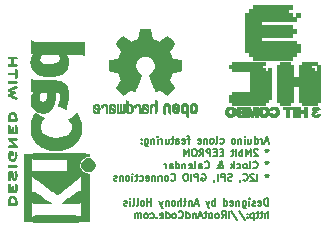
<source format=gbo>
G04 #@! TF.GenerationSoftware,KiCad,Pcbnew,(5.1.2)-1*
G04 #@! TF.CreationDate,2019-05-20T21:13:43-04:00*
G04 #@! TF.ProjectId,DuinoClone,4475696e-6f43-46c6-9f6e-652e6b696361,1*
G04 #@! TF.SameCoordinates,Original*
G04 #@! TF.FileFunction,Legend,Bot*
G04 #@! TF.FilePolarity,Positive*
%FSLAX46Y46*%
G04 Gerber Fmt 4.6, Leading zero omitted, Abs format (unit mm)*
G04 Created by KiCad (PCBNEW (5.1.2)-1) date 2019-05-20 21:13:43*
%MOMM*%
%LPD*%
G04 APERTURE LIST*
%ADD10C,0.150000*%
%ADD11C,0.010000*%
G04 APERTURE END LIST*
D10*
X111802214Y-99439000D02*
X111516500Y-99439000D01*
X111859357Y-99610428D02*
X111659357Y-99010428D01*
X111459357Y-99610428D01*
X111259357Y-99610428D02*
X111259357Y-99210428D01*
X111259357Y-99324714D02*
X111230785Y-99267571D01*
X111202214Y-99239000D01*
X111145071Y-99210428D01*
X111087928Y-99210428D01*
X110630785Y-99610428D02*
X110630785Y-99010428D01*
X110630785Y-99581857D02*
X110687928Y-99610428D01*
X110802214Y-99610428D01*
X110859357Y-99581857D01*
X110887928Y-99553285D01*
X110916500Y-99496142D01*
X110916500Y-99324714D01*
X110887928Y-99267571D01*
X110859357Y-99239000D01*
X110802214Y-99210428D01*
X110687928Y-99210428D01*
X110630785Y-99239000D01*
X110087928Y-99210428D02*
X110087928Y-99610428D01*
X110345071Y-99210428D02*
X110345071Y-99524714D01*
X110316500Y-99581857D01*
X110259357Y-99610428D01*
X110173642Y-99610428D01*
X110116500Y-99581857D01*
X110087928Y-99553285D01*
X109802214Y-99610428D02*
X109802214Y-99210428D01*
X109802214Y-99010428D02*
X109830785Y-99039000D01*
X109802214Y-99067571D01*
X109773642Y-99039000D01*
X109802214Y-99010428D01*
X109802214Y-99067571D01*
X109516500Y-99210428D02*
X109516500Y-99610428D01*
X109516500Y-99267571D02*
X109487928Y-99239000D01*
X109430785Y-99210428D01*
X109345071Y-99210428D01*
X109287928Y-99239000D01*
X109259357Y-99296142D01*
X109259357Y-99610428D01*
X108887928Y-99610428D02*
X108945071Y-99581857D01*
X108973642Y-99553285D01*
X109002214Y-99496142D01*
X109002214Y-99324714D01*
X108973642Y-99267571D01*
X108945071Y-99239000D01*
X108887928Y-99210428D01*
X108802214Y-99210428D01*
X108745071Y-99239000D01*
X108716500Y-99267571D01*
X108687928Y-99324714D01*
X108687928Y-99496142D01*
X108716500Y-99553285D01*
X108745071Y-99581857D01*
X108802214Y-99610428D01*
X108887928Y-99610428D01*
X107716500Y-99581857D02*
X107773642Y-99610428D01*
X107887928Y-99610428D01*
X107945071Y-99581857D01*
X107973642Y-99553285D01*
X108002214Y-99496142D01*
X108002214Y-99324714D01*
X107973642Y-99267571D01*
X107945071Y-99239000D01*
X107887928Y-99210428D01*
X107773642Y-99210428D01*
X107716500Y-99239000D01*
X107373642Y-99610428D02*
X107430785Y-99581857D01*
X107459357Y-99524714D01*
X107459357Y-99010428D01*
X107059357Y-99610428D02*
X107116500Y-99581857D01*
X107145071Y-99553285D01*
X107173642Y-99496142D01*
X107173642Y-99324714D01*
X107145071Y-99267571D01*
X107116500Y-99239000D01*
X107059357Y-99210428D01*
X106973642Y-99210428D01*
X106916500Y-99239000D01*
X106887928Y-99267571D01*
X106859357Y-99324714D01*
X106859357Y-99496142D01*
X106887928Y-99553285D01*
X106916500Y-99581857D01*
X106973642Y-99610428D01*
X107059357Y-99610428D01*
X106602214Y-99210428D02*
X106602214Y-99610428D01*
X106602214Y-99267571D02*
X106573642Y-99239000D01*
X106516500Y-99210428D01*
X106430785Y-99210428D01*
X106373642Y-99239000D01*
X106345071Y-99296142D01*
X106345071Y-99610428D01*
X105830785Y-99581857D02*
X105887928Y-99610428D01*
X106002214Y-99610428D01*
X106059357Y-99581857D01*
X106087928Y-99524714D01*
X106087928Y-99296142D01*
X106059357Y-99239000D01*
X106002214Y-99210428D01*
X105887928Y-99210428D01*
X105830785Y-99239000D01*
X105802214Y-99296142D01*
X105802214Y-99353285D01*
X106087928Y-99410428D01*
X105173642Y-99210428D02*
X104945071Y-99210428D01*
X105087928Y-99610428D02*
X105087928Y-99096142D01*
X105059357Y-99039000D01*
X105002214Y-99010428D01*
X104945071Y-99010428D01*
X104516500Y-99581857D02*
X104573642Y-99610428D01*
X104687928Y-99610428D01*
X104745071Y-99581857D01*
X104773642Y-99524714D01*
X104773642Y-99296142D01*
X104745071Y-99239000D01*
X104687928Y-99210428D01*
X104573642Y-99210428D01*
X104516500Y-99239000D01*
X104487928Y-99296142D01*
X104487928Y-99353285D01*
X104773642Y-99410428D01*
X103973642Y-99610428D02*
X103973642Y-99296142D01*
X104002214Y-99239000D01*
X104059357Y-99210428D01*
X104173642Y-99210428D01*
X104230785Y-99239000D01*
X103973642Y-99581857D02*
X104030785Y-99610428D01*
X104173642Y-99610428D01*
X104230785Y-99581857D01*
X104259357Y-99524714D01*
X104259357Y-99467571D01*
X104230785Y-99410428D01*
X104173642Y-99381857D01*
X104030785Y-99381857D01*
X103973642Y-99353285D01*
X103773642Y-99210428D02*
X103545071Y-99210428D01*
X103687928Y-99010428D02*
X103687928Y-99524714D01*
X103659357Y-99581857D01*
X103602214Y-99610428D01*
X103545071Y-99610428D01*
X103087928Y-99210428D02*
X103087928Y-99610428D01*
X103345071Y-99210428D02*
X103345071Y-99524714D01*
X103316500Y-99581857D01*
X103259357Y-99610428D01*
X103173642Y-99610428D01*
X103116500Y-99581857D01*
X103087928Y-99553285D01*
X102802214Y-99610428D02*
X102802214Y-99210428D01*
X102802214Y-99324714D02*
X102773642Y-99267571D01*
X102745071Y-99239000D01*
X102687928Y-99210428D01*
X102630785Y-99210428D01*
X102430785Y-99610428D02*
X102430785Y-99210428D01*
X102430785Y-99010428D02*
X102459357Y-99039000D01*
X102430785Y-99067571D01*
X102402214Y-99039000D01*
X102430785Y-99010428D01*
X102430785Y-99067571D01*
X102145071Y-99210428D02*
X102145071Y-99610428D01*
X102145071Y-99267571D02*
X102116500Y-99239000D01*
X102059357Y-99210428D01*
X101973642Y-99210428D01*
X101916500Y-99239000D01*
X101887928Y-99296142D01*
X101887928Y-99610428D01*
X101345071Y-99210428D02*
X101345071Y-99696142D01*
X101373642Y-99753285D01*
X101402214Y-99781857D01*
X101459357Y-99810428D01*
X101545071Y-99810428D01*
X101602214Y-99781857D01*
X101345071Y-99581857D02*
X101402214Y-99610428D01*
X101516500Y-99610428D01*
X101573642Y-99581857D01*
X101602214Y-99553285D01*
X101630785Y-99496142D01*
X101630785Y-99324714D01*
X101602214Y-99267571D01*
X101573642Y-99239000D01*
X101516500Y-99210428D01*
X101402214Y-99210428D01*
X101345071Y-99239000D01*
X101059357Y-99553285D02*
X101030785Y-99581857D01*
X101059357Y-99610428D01*
X101087928Y-99581857D01*
X101059357Y-99553285D01*
X101059357Y-99610428D01*
X101059357Y-99239000D02*
X101030785Y-99267571D01*
X101059357Y-99296142D01*
X101087928Y-99267571D01*
X101059357Y-99239000D01*
X101059357Y-99296142D01*
X111687928Y-100060428D02*
X111687928Y-100203285D01*
X111830785Y-100146142D02*
X111687928Y-100203285D01*
X111545071Y-100146142D01*
X111773642Y-100317571D02*
X111687928Y-100203285D01*
X111602214Y-100317571D01*
X110887928Y-100117571D02*
X110859357Y-100089000D01*
X110802214Y-100060428D01*
X110659357Y-100060428D01*
X110602214Y-100089000D01*
X110573642Y-100117571D01*
X110545071Y-100174714D01*
X110545071Y-100231857D01*
X110573642Y-100317571D01*
X110916500Y-100660428D01*
X110545071Y-100660428D01*
X110287928Y-100660428D02*
X110287928Y-100060428D01*
X110087928Y-100489000D01*
X109887928Y-100060428D01*
X109887928Y-100660428D01*
X109602214Y-100660428D02*
X109602214Y-100060428D01*
X109602214Y-100289000D02*
X109545071Y-100260428D01*
X109430785Y-100260428D01*
X109373642Y-100289000D01*
X109345071Y-100317571D01*
X109316500Y-100374714D01*
X109316500Y-100546142D01*
X109345071Y-100603285D01*
X109373642Y-100631857D01*
X109430785Y-100660428D01*
X109545071Y-100660428D01*
X109602214Y-100631857D01*
X109059357Y-100660428D02*
X109059357Y-100260428D01*
X109059357Y-100060428D02*
X109087928Y-100089000D01*
X109059357Y-100117571D01*
X109030785Y-100089000D01*
X109059357Y-100060428D01*
X109059357Y-100117571D01*
X108859357Y-100260428D02*
X108630785Y-100260428D01*
X108773642Y-100060428D02*
X108773642Y-100574714D01*
X108745071Y-100631857D01*
X108687928Y-100660428D01*
X108630785Y-100660428D01*
X107973642Y-100346142D02*
X107773642Y-100346142D01*
X107687928Y-100660428D02*
X107973642Y-100660428D01*
X107973642Y-100060428D01*
X107687928Y-100060428D01*
X107430785Y-100346142D02*
X107230785Y-100346142D01*
X107145071Y-100660428D02*
X107430785Y-100660428D01*
X107430785Y-100060428D01*
X107145071Y-100060428D01*
X106887928Y-100660428D02*
X106887928Y-100060428D01*
X106659357Y-100060428D01*
X106602214Y-100089000D01*
X106573642Y-100117571D01*
X106545071Y-100174714D01*
X106545071Y-100260428D01*
X106573642Y-100317571D01*
X106602214Y-100346142D01*
X106659357Y-100374714D01*
X106887928Y-100374714D01*
X105945071Y-100660428D02*
X106145071Y-100374714D01*
X106287928Y-100660428D02*
X106287928Y-100060428D01*
X106059357Y-100060428D01*
X106002214Y-100089000D01*
X105973642Y-100117571D01*
X105945071Y-100174714D01*
X105945071Y-100260428D01*
X105973642Y-100317571D01*
X106002214Y-100346142D01*
X106059357Y-100374714D01*
X106287928Y-100374714D01*
X105573642Y-100060428D02*
X105459357Y-100060428D01*
X105402214Y-100089000D01*
X105345071Y-100146142D01*
X105316500Y-100260428D01*
X105316500Y-100460428D01*
X105345071Y-100574714D01*
X105402214Y-100631857D01*
X105459357Y-100660428D01*
X105573642Y-100660428D01*
X105630785Y-100631857D01*
X105687928Y-100574714D01*
X105716500Y-100460428D01*
X105716500Y-100260428D01*
X105687928Y-100146142D01*
X105630785Y-100089000D01*
X105573642Y-100060428D01*
X105059357Y-100660428D02*
X105059357Y-100060428D01*
X104859357Y-100489000D01*
X104659357Y-100060428D01*
X104659357Y-100660428D01*
X111687928Y-101110428D02*
X111687928Y-101253285D01*
X111830785Y-101196142D02*
X111687928Y-101253285D01*
X111545071Y-101196142D01*
X111773642Y-101367571D02*
X111687928Y-101253285D01*
X111602214Y-101367571D01*
X110516500Y-101653285D02*
X110545071Y-101681857D01*
X110630785Y-101710428D01*
X110687928Y-101710428D01*
X110773642Y-101681857D01*
X110830785Y-101624714D01*
X110859357Y-101567571D01*
X110887928Y-101453285D01*
X110887928Y-101367571D01*
X110859357Y-101253285D01*
X110830785Y-101196142D01*
X110773642Y-101139000D01*
X110687928Y-101110428D01*
X110630785Y-101110428D01*
X110545071Y-101139000D01*
X110516500Y-101167571D01*
X110173642Y-101710428D02*
X110230785Y-101681857D01*
X110259357Y-101624714D01*
X110259357Y-101110428D01*
X109859357Y-101710428D02*
X109916500Y-101681857D01*
X109945071Y-101653285D01*
X109973642Y-101596142D01*
X109973642Y-101424714D01*
X109945071Y-101367571D01*
X109916500Y-101339000D01*
X109859357Y-101310428D01*
X109773642Y-101310428D01*
X109716500Y-101339000D01*
X109687928Y-101367571D01*
X109659357Y-101424714D01*
X109659357Y-101596142D01*
X109687928Y-101653285D01*
X109716500Y-101681857D01*
X109773642Y-101710428D01*
X109859357Y-101710428D01*
X109145071Y-101681857D02*
X109202214Y-101710428D01*
X109316500Y-101710428D01*
X109373642Y-101681857D01*
X109402214Y-101653285D01*
X109430785Y-101596142D01*
X109430785Y-101424714D01*
X109402214Y-101367571D01*
X109373642Y-101339000D01*
X109316500Y-101310428D01*
X109202214Y-101310428D01*
X109145071Y-101339000D01*
X108887928Y-101710428D02*
X108887928Y-101110428D01*
X108830785Y-101481857D02*
X108659357Y-101710428D01*
X108659357Y-101310428D02*
X108887928Y-101539000D01*
X107459357Y-101710428D02*
X107487928Y-101710428D01*
X107545071Y-101681857D01*
X107630785Y-101596142D01*
X107773642Y-101424714D01*
X107830785Y-101339000D01*
X107859357Y-101253285D01*
X107859357Y-101196142D01*
X107830785Y-101139000D01*
X107773642Y-101110428D01*
X107745071Y-101110428D01*
X107687928Y-101139000D01*
X107659357Y-101196142D01*
X107659357Y-101224714D01*
X107687928Y-101281857D01*
X107716500Y-101310428D01*
X107887928Y-101424714D01*
X107916500Y-101453285D01*
X107945071Y-101510428D01*
X107945071Y-101596142D01*
X107916500Y-101653285D01*
X107887928Y-101681857D01*
X107830785Y-101710428D01*
X107745071Y-101710428D01*
X107687928Y-101681857D01*
X107659357Y-101653285D01*
X107573642Y-101539000D01*
X107545071Y-101453285D01*
X107545071Y-101396142D01*
X106402214Y-101653285D02*
X106430785Y-101681857D01*
X106516500Y-101710428D01*
X106573642Y-101710428D01*
X106659357Y-101681857D01*
X106716500Y-101624714D01*
X106745071Y-101567571D01*
X106773642Y-101453285D01*
X106773642Y-101367571D01*
X106745071Y-101253285D01*
X106716500Y-101196142D01*
X106659357Y-101139000D01*
X106573642Y-101110428D01*
X106516500Y-101110428D01*
X106430785Y-101139000D01*
X106402214Y-101167571D01*
X105887928Y-101710428D02*
X105887928Y-101396142D01*
X105916500Y-101339000D01*
X105973642Y-101310428D01*
X106087928Y-101310428D01*
X106145071Y-101339000D01*
X105887928Y-101681857D02*
X105945071Y-101710428D01*
X106087928Y-101710428D01*
X106145071Y-101681857D01*
X106173642Y-101624714D01*
X106173642Y-101567571D01*
X106145071Y-101510428D01*
X106087928Y-101481857D01*
X105945071Y-101481857D01*
X105887928Y-101453285D01*
X105516500Y-101710428D02*
X105573642Y-101681857D01*
X105602214Y-101624714D01*
X105602214Y-101110428D01*
X105059357Y-101681857D02*
X105116500Y-101710428D01*
X105230785Y-101710428D01*
X105287928Y-101681857D01*
X105316500Y-101624714D01*
X105316500Y-101396142D01*
X105287928Y-101339000D01*
X105230785Y-101310428D01*
X105116500Y-101310428D01*
X105059357Y-101339000D01*
X105030785Y-101396142D01*
X105030785Y-101453285D01*
X105316500Y-101510428D01*
X104773642Y-101310428D02*
X104773642Y-101710428D01*
X104773642Y-101367571D02*
X104745071Y-101339000D01*
X104687928Y-101310428D01*
X104602214Y-101310428D01*
X104545071Y-101339000D01*
X104516500Y-101396142D01*
X104516500Y-101710428D01*
X103973642Y-101710428D02*
X103973642Y-101110428D01*
X103973642Y-101681857D02*
X104030785Y-101710428D01*
X104145071Y-101710428D01*
X104202214Y-101681857D01*
X104230785Y-101653285D01*
X104259357Y-101596142D01*
X104259357Y-101424714D01*
X104230785Y-101367571D01*
X104202214Y-101339000D01*
X104145071Y-101310428D01*
X104030785Y-101310428D01*
X103973642Y-101339000D01*
X103430785Y-101710428D02*
X103430785Y-101396142D01*
X103459357Y-101339000D01*
X103516500Y-101310428D01*
X103630785Y-101310428D01*
X103687928Y-101339000D01*
X103430785Y-101681857D02*
X103487928Y-101710428D01*
X103630785Y-101710428D01*
X103687928Y-101681857D01*
X103716500Y-101624714D01*
X103716500Y-101567571D01*
X103687928Y-101510428D01*
X103630785Y-101481857D01*
X103487928Y-101481857D01*
X103430785Y-101453285D01*
X103145071Y-101710428D02*
X103145071Y-101310428D01*
X103145071Y-101424714D02*
X103116500Y-101367571D01*
X103087928Y-101339000D01*
X103030785Y-101310428D01*
X102973642Y-101310428D01*
X111687928Y-102160428D02*
X111687928Y-102303285D01*
X111830785Y-102246142D02*
X111687928Y-102303285D01*
X111545071Y-102246142D01*
X111773642Y-102417571D02*
X111687928Y-102303285D01*
X111602214Y-102417571D01*
X110859357Y-102760428D02*
X110859357Y-102160428D01*
X110602214Y-102217571D02*
X110573642Y-102189000D01*
X110516500Y-102160428D01*
X110373642Y-102160428D01*
X110316500Y-102189000D01*
X110287928Y-102217571D01*
X110259357Y-102274714D01*
X110259357Y-102331857D01*
X110287928Y-102417571D01*
X110630785Y-102760428D01*
X110259357Y-102760428D01*
X109659357Y-102703285D02*
X109687928Y-102731857D01*
X109773642Y-102760428D01*
X109830785Y-102760428D01*
X109916500Y-102731857D01*
X109973642Y-102674714D01*
X110002214Y-102617571D01*
X110030785Y-102503285D01*
X110030785Y-102417571D01*
X110002214Y-102303285D01*
X109973642Y-102246142D01*
X109916500Y-102189000D01*
X109830785Y-102160428D01*
X109773642Y-102160428D01*
X109687928Y-102189000D01*
X109659357Y-102217571D01*
X109373642Y-102731857D02*
X109373642Y-102760428D01*
X109402214Y-102817571D01*
X109430785Y-102846142D01*
X108687928Y-102731857D02*
X108602214Y-102760428D01*
X108459357Y-102760428D01*
X108402214Y-102731857D01*
X108373642Y-102703285D01*
X108345071Y-102646142D01*
X108345071Y-102589000D01*
X108373642Y-102531857D01*
X108402214Y-102503285D01*
X108459357Y-102474714D01*
X108573642Y-102446142D01*
X108630785Y-102417571D01*
X108659357Y-102389000D01*
X108687928Y-102331857D01*
X108687928Y-102274714D01*
X108659357Y-102217571D01*
X108630785Y-102189000D01*
X108573642Y-102160428D01*
X108430785Y-102160428D01*
X108345071Y-102189000D01*
X108087928Y-102760428D02*
X108087928Y-102160428D01*
X107859357Y-102160428D01*
X107802214Y-102189000D01*
X107773642Y-102217571D01*
X107745071Y-102274714D01*
X107745071Y-102360428D01*
X107773642Y-102417571D01*
X107802214Y-102446142D01*
X107859357Y-102474714D01*
X108087928Y-102474714D01*
X107487928Y-102760428D02*
X107487928Y-102160428D01*
X107173642Y-102731857D02*
X107173642Y-102760428D01*
X107202214Y-102817571D01*
X107230785Y-102846142D01*
X106145071Y-102189000D02*
X106202214Y-102160428D01*
X106287928Y-102160428D01*
X106373642Y-102189000D01*
X106430785Y-102246142D01*
X106459357Y-102303285D01*
X106487928Y-102417571D01*
X106487928Y-102503285D01*
X106459357Y-102617571D01*
X106430785Y-102674714D01*
X106373642Y-102731857D01*
X106287928Y-102760428D01*
X106230785Y-102760428D01*
X106145071Y-102731857D01*
X106116500Y-102703285D01*
X106116500Y-102503285D01*
X106230785Y-102503285D01*
X105859357Y-102760428D02*
X105859357Y-102160428D01*
X105630785Y-102160428D01*
X105573642Y-102189000D01*
X105545071Y-102217571D01*
X105516500Y-102274714D01*
X105516500Y-102360428D01*
X105545071Y-102417571D01*
X105573642Y-102446142D01*
X105630785Y-102474714D01*
X105859357Y-102474714D01*
X105259357Y-102760428D02*
X105259357Y-102160428D01*
X104859357Y-102160428D02*
X104745071Y-102160428D01*
X104687928Y-102189000D01*
X104630785Y-102246142D01*
X104602214Y-102360428D01*
X104602214Y-102560428D01*
X104630785Y-102674714D01*
X104687928Y-102731857D01*
X104745071Y-102760428D01*
X104859357Y-102760428D01*
X104916500Y-102731857D01*
X104973642Y-102674714D01*
X105002214Y-102560428D01*
X105002214Y-102360428D01*
X104973642Y-102246142D01*
X104916500Y-102189000D01*
X104859357Y-102160428D01*
X103545071Y-102703285D02*
X103573642Y-102731857D01*
X103659357Y-102760428D01*
X103716500Y-102760428D01*
X103802214Y-102731857D01*
X103859357Y-102674714D01*
X103887928Y-102617571D01*
X103916500Y-102503285D01*
X103916500Y-102417571D01*
X103887928Y-102303285D01*
X103859357Y-102246142D01*
X103802214Y-102189000D01*
X103716500Y-102160428D01*
X103659357Y-102160428D01*
X103573642Y-102189000D01*
X103545071Y-102217571D01*
X103202214Y-102760428D02*
X103259357Y-102731857D01*
X103287928Y-102703285D01*
X103316500Y-102646142D01*
X103316500Y-102474714D01*
X103287928Y-102417571D01*
X103259357Y-102389000D01*
X103202214Y-102360428D01*
X103116500Y-102360428D01*
X103059357Y-102389000D01*
X103030785Y-102417571D01*
X103002214Y-102474714D01*
X103002214Y-102646142D01*
X103030785Y-102703285D01*
X103059357Y-102731857D01*
X103116500Y-102760428D01*
X103202214Y-102760428D01*
X102745071Y-102360428D02*
X102745071Y-102760428D01*
X102745071Y-102417571D02*
X102716500Y-102389000D01*
X102659357Y-102360428D01*
X102573642Y-102360428D01*
X102516500Y-102389000D01*
X102487928Y-102446142D01*
X102487928Y-102760428D01*
X102202214Y-102360428D02*
X102202214Y-102760428D01*
X102202214Y-102417571D02*
X102173642Y-102389000D01*
X102116500Y-102360428D01*
X102030785Y-102360428D01*
X101973642Y-102389000D01*
X101945071Y-102446142D01*
X101945071Y-102760428D01*
X101430785Y-102731857D02*
X101487928Y-102760428D01*
X101602214Y-102760428D01*
X101659357Y-102731857D01*
X101687928Y-102674714D01*
X101687928Y-102446142D01*
X101659357Y-102389000D01*
X101602214Y-102360428D01*
X101487928Y-102360428D01*
X101430785Y-102389000D01*
X101402214Y-102446142D01*
X101402214Y-102503285D01*
X101687928Y-102560428D01*
X100887928Y-102731857D02*
X100945071Y-102760428D01*
X101059357Y-102760428D01*
X101116500Y-102731857D01*
X101145071Y-102703285D01*
X101173642Y-102646142D01*
X101173642Y-102474714D01*
X101145071Y-102417571D01*
X101116500Y-102389000D01*
X101059357Y-102360428D01*
X100945071Y-102360428D01*
X100887928Y-102389000D01*
X100716500Y-102360428D02*
X100487928Y-102360428D01*
X100630785Y-102160428D02*
X100630785Y-102674714D01*
X100602214Y-102731857D01*
X100545071Y-102760428D01*
X100487928Y-102760428D01*
X100287928Y-102760428D02*
X100287928Y-102360428D01*
X100287928Y-102160428D02*
X100316500Y-102189000D01*
X100287928Y-102217571D01*
X100259357Y-102189000D01*
X100287928Y-102160428D01*
X100287928Y-102217571D01*
X99916500Y-102760428D02*
X99973642Y-102731857D01*
X100002214Y-102703285D01*
X100030785Y-102646142D01*
X100030785Y-102474714D01*
X100002214Y-102417571D01*
X99973642Y-102389000D01*
X99916500Y-102360428D01*
X99830785Y-102360428D01*
X99773642Y-102389000D01*
X99745071Y-102417571D01*
X99716500Y-102474714D01*
X99716500Y-102646142D01*
X99745071Y-102703285D01*
X99773642Y-102731857D01*
X99830785Y-102760428D01*
X99916500Y-102760428D01*
X99459357Y-102360428D02*
X99459357Y-102760428D01*
X99459357Y-102417571D02*
X99430785Y-102389000D01*
X99373642Y-102360428D01*
X99287928Y-102360428D01*
X99230785Y-102389000D01*
X99202214Y-102446142D01*
X99202214Y-102760428D01*
X98945071Y-102731857D02*
X98887928Y-102760428D01*
X98773642Y-102760428D01*
X98716500Y-102731857D01*
X98687928Y-102674714D01*
X98687928Y-102646142D01*
X98716500Y-102589000D01*
X98773642Y-102560428D01*
X98859357Y-102560428D01*
X98916500Y-102531857D01*
X98945071Y-102474714D01*
X98945071Y-102446142D01*
X98916500Y-102389000D01*
X98859357Y-102360428D01*
X98773642Y-102360428D01*
X98716500Y-102389000D01*
X111773642Y-104860428D02*
X111773642Y-104260428D01*
X111630785Y-104260428D01*
X111545071Y-104289000D01*
X111487928Y-104346142D01*
X111459357Y-104403285D01*
X111430785Y-104517571D01*
X111430785Y-104603285D01*
X111459357Y-104717571D01*
X111487928Y-104774714D01*
X111545071Y-104831857D01*
X111630785Y-104860428D01*
X111773642Y-104860428D01*
X110945071Y-104831857D02*
X111002214Y-104860428D01*
X111116500Y-104860428D01*
X111173642Y-104831857D01*
X111202214Y-104774714D01*
X111202214Y-104546142D01*
X111173642Y-104489000D01*
X111116500Y-104460428D01*
X111002214Y-104460428D01*
X110945071Y-104489000D01*
X110916500Y-104546142D01*
X110916500Y-104603285D01*
X111202214Y-104660428D01*
X110687928Y-104831857D02*
X110630785Y-104860428D01*
X110516500Y-104860428D01*
X110459357Y-104831857D01*
X110430785Y-104774714D01*
X110430785Y-104746142D01*
X110459357Y-104689000D01*
X110516500Y-104660428D01*
X110602214Y-104660428D01*
X110659357Y-104631857D01*
X110687928Y-104574714D01*
X110687928Y-104546142D01*
X110659357Y-104489000D01*
X110602214Y-104460428D01*
X110516500Y-104460428D01*
X110459357Y-104489000D01*
X110173642Y-104860428D02*
X110173642Y-104460428D01*
X110173642Y-104260428D02*
X110202214Y-104289000D01*
X110173642Y-104317571D01*
X110145071Y-104289000D01*
X110173642Y-104260428D01*
X110173642Y-104317571D01*
X109630785Y-104460428D02*
X109630785Y-104946142D01*
X109659357Y-105003285D01*
X109687928Y-105031857D01*
X109745071Y-105060428D01*
X109830785Y-105060428D01*
X109887928Y-105031857D01*
X109630785Y-104831857D02*
X109687928Y-104860428D01*
X109802214Y-104860428D01*
X109859357Y-104831857D01*
X109887928Y-104803285D01*
X109916500Y-104746142D01*
X109916500Y-104574714D01*
X109887928Y-104517571D01*
X109859357Y-104489000D01*
X109802214Y-104460428D01*
X109687928Y-104460428D01*
X109630785Y-104489000D01*
X109345071Y-104460428D02*
X109345071Y-104860428D01*
X109345071Y-104517571D02*
X109316500Y-104489000D01*
X109259357Y-104460428D01*
X109173642Y-104460428D01*
X109116500Y-104489000D01*
X109087928Y-104546142D01*
X109087928Y-104860428D01*
X108573642Y-104831857D02*
X108630785Y-104860428D01*
X108745071Y-104860428D01*
X108802214Y-104831857D01*
X108830785Y-104774714D01*
X108830785Y-104546142D01*
X108802214Y-104489000D01*
X108745071Y-104460428D01*
X108630785Y-104460428D01*
X108573642Y-104489000D01*
X108545071Y-104546142D01*
X108545071Y-104603285D01*
X108830785Y-104660428D01*
X108030785Y-104860428D02*
X108030785Y-104260428D01*
X108030785Y-104831857D02*
X108087928Y-104860428D01*
X108202214Y-104860428D01*
X108259357Y-104831857D01*
X108287928Y-104803285D01*
X108316500Y-104746142D01*
X108316500Y-104574714D01*
X108287928Y-104517571D01*
X108259357Y-104489000D01*
X108202214Y-104460428D01*
X108087928Y-104460428D01*
X108030785Y-104489000D01*
X107287928Y-104860428D02*
X107287928Y-104260428D01*
X107287928Y-104489000D02*
X107230785Y-104460428D01*
X107116499Y-104460428D01*
X107059357Y-104489000D01*
X107030785Y-104517571D01*
X107002214Y-104574714D01*
X107002214Y-104746142D01*
X107030785Y-104803285D01*
X107059357Y-104831857D01*
X107116499Y-104860428D01*
X107230785Y-104860428D01*
X107287928Y-104831857D01*
X106802214Y-104460428D02*
X106659357Y-104860428D01*
X106516499Y-104460428D02*
X106659357Y-104860428D01*
X106716499Y-105003285D01*
X106745071Y-105031857D01*
X106802214Y-105060428D01*
X105859357Y-104689000D02*
X105573642Y-104689000D01*
X105916499Y-104860428D02*
X105716499Y-104260428D01*
X105516499Y-104860428D01*
X105316499Y-104460428D02*
X105316499Y-104860428D01*
X105316499Y-104517571D02*
X105287928Y-104489000D01*
X105230785Y-104460428D01*
X105145071Y-104460428D01*
X105087928Y-104489000D01*
X105059357Y-104546142D01*
X105059357Y-104860428D01*
X104859357Y-104460428D02*
X104630785Y-104460428D01*
X104773642Y-104260428D02*
X104773642Y-104774714D01*
X104745071Y-104831857D01*
X104687928Y-104860428D01*
X104630785Y-104860428D01*
X104430785Y-104860428D02*
X104430785Y-104260428D01*
X104173642Y-104860428D02*
X104173642Y-104546142D01*
X104202214Y-104489000D01*
X104259357Y-104460428D01*
X104345071Y-104460428D01*
X104402214Y-104489000D01*
X104430785Y-104517571D01*
X103802214Y-104860428D02*
X103859357Y-104831857D01*
X103887928Y-104803285D01*
X103916499Y-104746142D01*
X103916499Y-104574714D01*
X103887928Y-104517571D01*
X103859357Y-104489000D01*
X103802214Y-104460428D01*
X103716499Y-104460428D01*
X103659357Y-104489000D01*
X103630785Y-104517571D01*
X103602214Y-104574714D01*
X103602214Y-104746142D01*
X103630785Y-104803285D01*
X103659357Y-104831857D01*
X103716499Y-104860428D01*
X103802214Y-104860428D01*
X103345071Y-104460428D02*
X103345071Y-104860428D01*
X103345071Y-104517571D02*
X103316499Y-104489000D01*
X103259357Y-104460428D01*
X103173642Y-104460428D01*
X103116499Y-104489000D01*
X103087928Y-104546142D01*
X103087928Y-104860428D01*
X102859357Y-104460428D02*
X102716499Y-104860428D01*
X102573642Y-104460428D02*
X102716499Y-104860428D01*
X102773642Y-105003285D01*
X102802214Y-105031857D01*
X102859357Y-105060428D01*
X101887928Y-104860428D02*
X101887928Y-104260428D01*
X101887928Y-104546142D02*
X101545071Y-104546142D01*
X101545071Y-104860428D02*
X101545071Y-104260428D01*
X101173642Y-104860428D02*
X101230785Y-104831857D01*
X101259357Y-104803285D01*
X101287928Y-104746142D01*
X101287928Y-104574714D01*
X101259357Y-104517571D01*
X101230785Y-104489000D01*
X101173642Y-104460428D01*
X101087928Y-104460428D01*
X101030785Y-104489000D01*
X101002214Y-104517571D01*
X100973642Y-104574714D01*
X100973642Y-104746142D01*
X101002214Y-104803285D01*
X101030785Y-104831857D01*
X101087928Y-104860428D01*
X101173642Y-104860428D01*
X100630785Y-104860428D02*
X100687928Y-104831857D01*
X100716499Y-104774714D01*
X100716499Y-104260428D01*
X100316499Y-104860428D02*
X100373642Y-104831857D01*
X100402214Y-104774714D01*
X100402214Y-104260428D01*
X100087928Y-104860428D02*
X100087928Y-104460428D01*
X100087928Y-104260428D02*
X100116499Y-104289000D01*
X100087928Y-104317571D01*
X100059357Y-104289000D01*
X100087928Y-104260428D01*
X100087928Y-104317571D01*
X99830785Y-104831857D02*
X99773642Y-104860428D01*
X99659357Y-104860428D01*
X99602214Y-104831857D01*
X99573642Y-104774714D01*
X99573642Y-104746142D01*
X99602214Y-104689000D01*
X99659357Y-104660428D01*
X99745071Y-104660428D01*
X99802214Y-104631857D01*
X99830785Y-104574714D01*
X99830785Y-104546142D01*
X99802214Y-104489000D01*
X99745071Y-104460428D01*
X99659357Y-104460428D01*
X99602214Y-104489000D01*
X111773642Y-105910428D02*
X111773642Y-105310428D01*
X111516500Y-105910428D02*
X111516500Y-105596142D01*
X111545071Y-105539000D01*
X111602214Y-105510428D01*
X111687928Y-105510428D01*
X111745071Y-105539000D01*
X111773642Y-105567571D01*
X111316500Y-105510428D02*
X111087928Y-105510428D01*
X111230785Y-105310428D02*
X111230785Y-105824714D01*
X111202214Y-105881857D01*
X111145071Y-105910428D01*
X111087928Y-105910428D01*
X110973642Y-105510428D02*
X110745071Y-105510428D01*
X110887928Y-105310428D02*
X110887928Y-105824714D01*
X110859357Y-105881857D01*
X110802214Y-105910428D01*
X110745071Y-105910428D01*
X110545071Y-105510428D02*
X110545071Y-106110428D01*
X110545071Y-105539000D02*
X110487928Y-105510428D01*
X110373642Y-105510428D01*
X110316500Y-105539000D01*
X110287928Y-105567571D01*
X110259357Y-105624714D01*
X110259357Y-105796142D01*
X110287928Y-105853285D01*
X110316500Y-105881857D01*
X110373642Y-105910428D01*
X110487928Y-105910428D01*
X110545071Y-105881857D01*
X110002214Y-105853285D02*
X109973642Y-105881857D01*
X110002214Y-105910428D01*
X110030785Y-105881857D01*
X110002214Y-105853285D01*
X110002214Y-105910428D01*
X110002214Y-105539000D02*
X109973642Y-105567571D01*
X110002214Y-105596142D01*
X110030785Y-105567571D01*
X110002214Y-105539000D01*
X110002214Y-105596142D01*
X109287928Y-105281857D02*
X109802214Y-106053285D01*
X108659357Y-105281857D02*
X109173642Y-106053285D01*
X108459357Y-105910428D02*
X108459357Y-105510428D01*
X108459357Y-105310428D02*
X108487928Y-105339000D01*
X108459357Y-105367571D01*
X108430785Y-105339000D01*
X108459357Y-105310428D01*
X108459357Y-105367571D01*
X107830785Y-105910428D02*
X108030785Y-105624714D01*
X108173642Y-105910428D02*
X108173642Y-105310428D01*
X107945071Y-105310428D01*
X107887928Y-105339000D01*
X107859357Y-105367571D01*
X107830785Y-105424714D01*
X107830785Y-105510428D01*
X107859357Y-105567571D01*
X107887928Y-105596142D01*
X107945071Y-105624714D01*
X108173642Y-105624714D01*
X107487928Y-105910428D02*
X107545071Y-105881857D01*
X107573642Y-105853285D01*
X107602214Y-105796142D01*
X107602214Y-105624714D01*
X107573642Y-105567571D01*
X107545071Y-105539000D01*
X107487928Y-105510428D01*
X107402214Y-105510428D01*
X107345071Y-105539000D01*
X107316500Y-105567571D01*
X107287928Y-105624714D01*
X107287928Y-105796142D01*
X107316500Y-105853285D01*
X107345071Y-105881857D01*
X107402214Y-105910428D01*
X107487928Y-105910428D01*
X106945071Y-105910428D02*
X107002214Y-105881857D01*
X107030785Y-105853285D01*
X107059357Y-105796142D01*
X107059357Y-105624714D01*
X107030785Y-105567571D01*
X107002214Y-105539000D01*
X106945071Y-105510428D01*
X106859357Y-105510428D01*
X106802214Y-105539000D01*
X106773642Y-105567571D01*
X106745071Y-105624714D01*
X106745071Y-105796142D01*
X106773642Y-105853285D01*
X106802214Y-105881857D01*
X106859357Y-105910428D01*
X106945071Y-105910428D01*
X106573642Y-105510428D02*
X106345071Y-105510428D01*
X106487928Y-105310428D02*
X106487928Y-105824714D01*
X106459357Y-105881857D01*
X106402214Y-105910428D01*
X106345071Y-105910428D01*
X106173642Y-105739000D02*
X105887928Y-105739000D01*
X106230785Y-105910428D02*
X106030785Y-105310428D01*
X105830785Y-105910428D01*
X105630785Y-105510428D02*
X105630785Y-105910428D01*
X105630785Y-105567571D02*
X105602214Y-105539000D01*
X105545071Y-105510428D01*
X105459357Y-105510428D01*
X105402214Y-105539000D01*
X105373642Y-105596142D01*
X105373642Y-105910428D01*
X104830785Y-105910428D02*
X104830785Y-105310428D01*
X104830785Y-105881857D02*
X104887928Y-105910428D01*
X105002214Y-105910428D01*
X105059357Y-105881857D01*
X105087928Y-105853285D01*
X105116500Y-105796142D01*
X105116500Y-105624714D01*
X105087928Y-105567571D01*
X105059357Y-105539000D01*
X105002214Y-105510428D01*
X104887928Y-105510428D01*
X104830785Y-105539000D01*
X104202214Y-105853285D02*
X104230785Y-105881857D01*
X104316500Y-105910428D01*
X104373642Y-105910428D01*
X104459357Y-105881857D01*
X104516500Y-105824714D01*
X104545071Y-105767571D01*
X104573642Y-105653285D01*
X104573642Y-105567571D01*
X104545071Y-105453285D01*
X104516500Y-105396142D01*
X104459357Y-105339000D01*
X104373642Y-105310428D01*
X104316500Y-105310428D01*
X104230785Y-105339000D01*
X104202214Y-105367571D01*
X103859357Y-105910428D02*
X103916500Y-105881857D01*
X103945071Y-105853285D01*
X103973642Y-105796142D01*
X103973642Y-105624714D01*
X103945071Y-105567571D01*
X103916500Y-105539000D01*
X103859357Y-105510428D01*
X103773642Y-105510428D01*
X103716500Y-105539000D01*
X103687928Y-105567571D01*
X103659357Y-105624714D01*
X103659357Y-105796142D01*
X103687928Y-105853285D01*
X103716500Y-105881857D01*
X103773642Y-105910428D01*
X103859357Y-105910428D01*
X103145071Y-105910428D02*
X103145071Y-105310428D01*
X103145071Y-105881857D02*
X103202214Y-105910428D01*
X103316500Y-105910428D01*
X103373642Y-105881857D01*
X103402214Y-105853285D01*
X103430785Y-105796142D01*
X103430785Y-105624714D01*
X103402214Y-105567571D01*
X103373642Y-105539000D01*
X103316500Y-105510428D01*
X103202214Y-105510428D01*
X103145071Y-105539000D01*
X102630785Y-105881857D02*
X102687928Y-105910428D01*
X102802214Y-105910428D01*
X102859357Y-105881857D01*
X102887928Y-105824714D01*
X102887928Y-105596142D01*
X102859357Y-105539000D01*
X102802214Y-105510428D01*
X102687928Y-105510428D01*
X102630785Y-105539000D01*
X102602214Y-105596142D01*
X102602214Y-105653285D01*
X102887928Y-105710428D01*
X102345071Y-105853285D02*
X102316500Y-105881857D01*
X102345071Y-105910428D01*
X102373642Y-105881857D01*
X102345071Y-105853285D01*
X102345071Y-105910428D01*
X101802214Y-105881857D02*
X101859357Y-105910428D01*
X101973642Y-105910428D01*
X102030785Y-105881857D01*
X102059357Y-105853285D01*
X102087928Y-105796142D01*
X102087928Y-105624714D01*
X102059357Y-105567571D01*
X102030785Y-105539000D01*
X101973642Y-105510428D01*
X101859357Y-105510428D01*
X101802214Y-105539000D01*
X101459357Y-105910428D02*
X101516500Y-105881857D01*
X101545071Y-105853285D01*
X101573642Y-105796142D01*
X101573642Y-105624714D01*
X101545071Y-105567571D01*
X101516500Y-105539000D01*
X101459357Y-105510428D01*
X101373642Y-105510428D01*
X101316500Y-105539000D01*
X101287928Y-105567571D01*
X101259357Y-105624714D01*
X101259357Y-105796142D01*
X101287928Y-105853285D01*
X101316500Y-105881857D01*
X101373642Y-105910428D01*
X101459357Y-105910428D01*
X101002214Y-105910428D02*
X101002214Y-105510428D01*
X101002214Y-105567571D02*
X100973642Y-105539000D01*
X100916500Y-105510428D01*
X100830785Y-105510428D01*
X100773642Y-105539000D01*
X100745071Y-105596142D01*
X100745071Y-105910428D01*
X100745071Y-105596142D02*
X100716500Y-105539000D01*
X100659357Y-105510428D01*
X100573642Y-105510428D01*
X100516500Y-105539000D01*
X100487928Y-105596142D01*
X100487928Y-105910428D01*
D11*
G36*
X101206122Y-89913491D02*
G01*
X101100388Y-89914070D01*
X101023868Y-89915637D01*
X100971628Y-89918687D01*
X100938737Y-89923711D01*
X100920263Y-89931204D01*
X100911273Y-89941659D01*
X100906837Y-89955568D01*
X100906406Y-89957369D01*
X100899667Y-89989860D01*
X100887192Y-90053967D01*
X100870281Y-90142866D01*
X100850229Y-90249734D01*
X100828336Y-90367748D01*
X100827571Y-90371893D01*
X100805641Y-90487546D01*
X100785123Y-90589729D01*
X100767341Y-90672313D01*
X100753619Y-90729171D01*
X100745282Y-90754173D01*
X100744884Y-90754616D01*
X100720323Y-90766825D01*
X100669685Y-90787171D01*
X100603905Y-90811260D01*
X100603539Y-90811389D01*
X100520683Y-90842533D01*
X100423000Y-90882206D01*
X100330923Y-90922096D01*
X100326566Y-90924068D01*
X100176593Y-90992135D01*
X99844502Y-90765354D01*
X99742626Y-90696219D01*
X99650343Y-90634412D01*
X99572997Y-90583448D01*
X99515936Y-90546842D01*
X99484505Y-90528109D01*
X99481521Y-90526719D01*
X99458679Y-90532905D01*
X99416018Y-90562750D01*
X99351872Y-90617662D01*
X99264579Y-90699049D01*
X99175465Y-90785637D01*
X99089559Y-90870962D01*
X99012673Y-90948823D01*
X98949436Y-91014412D01*
X98904477Y-91062920D01*
X98882424Y-91089540D01*
X98881604Y-91090910D01*
X98879166Y-91109178D01*
X98888350Y-91139010D01*
X98911426Y-91184436D01*
X98950663Y-91249485D01*
X99008330Y-91338185D01*
X99085205Y-91452372D01*
X99153430Y-91552877D01*
X99214418Y-91643018D01*
X99264644Y-91717564D01*
X99300584Y-91771280D01*
X99318713Y-91798933D01*
X99319854Y-91800810D01*
X99317641Y-91827305D01*
X99300862Y-91878801D01*
X99272858Y-91945566D01*
X99262878Y-91966887D01*
X99219328Y-92061874D01*
X99172866Y-92169652D01*
X99135123Y-92262907D01*
X99107927Y-92332121D01*
X99086325Y-92384721D01*
X99073842Y-92412212D01*
X99072291Y-92414331D01*
X99049332Y-92417839D01*
X98995214Y-92427453D01*
X98917132Y-92441804D01*
X98822281Y-92459522D01*
X98717857Y-92479240D01*
X98611056Y-92499589D01*
X98509074Y-92519201D01*
X98419106Y-92536706D01*
X98348347Y-92550737D01*
X98303994Y-92559924D01*
X98293115Y-92562522D01*
X98281878Y-92568933D01*
X98273395Y-92583412D01*
X98267286Y-92610848D01*
X98263168Y-92656126D01*
X98260659Y-92724135D01*
X98259379Y-92819762D01*
X98258946Y-92947895D01*
X98258923Y-93000416D01*
X98258923Y-93427560D01*
X98361500Y-93447806D01*
X98418569Y-93458785D01*
X98503731Y-93474810D01*
X98606628Y-93493948D01*
X98716904Y-93514266D01*
X98747385Y-93519847D01*
X98849145Y-93539632D01*
X98937795Y-93559088D01*
X99005892Y-93576412D01*
X99045996Y-93589803D01*
X99052677Y-93593794D01*
X99069081Y-93622057D01*
X99092601Y-93676824D01*
X99118684Y-93747303D01*
X99123858Y-93762484D01*
X99158044Y-93856611D01*
X99200477Y-93962816D01*
X99242003Y-94058188D01*
X99242208Y-94058631D01*
X99311360Y-94208240D01*
X98856488Y-94877332D01*
X99148500Y-95169831D01*
X99236820Y-95256885D01*
X99317375Y-95333624D01*
X99385640Y-95395952D01*
X99437092Y-95439771D01*
X99467206Y-95460985D01*
X99471526Y-95462331D01*
X99496889Y-95451731D01*
X99548642Y-95422262D01*
X99621132Y-95377420D01*
X99708706Y-95320699D01*
X99803388Y-95257177D01*
X99899484Y-95192383D01*
X99985163Y-95136002D01*
X100054984Y-95091503D01*
X100103506Y-95062354D01*
X100125218Y-95052023D01*
X100151707Y-95060765D01*
X100201938Y-95083802D01*
X100265549Y-95116346D01*
X100272292Y-95119964D01*
X100357954Y-95162925D01*
X100416694Y-95183994D01*
X100453228Y-95184218D01*
X100472269Y-95164643D01*
X100472380Y-95164369D01*
X100481898Y-95141187D01*
X100504597Y-95086156D01*
X100538718Y-95003537D01*
X100582500Y-94897587D01*
X100634184Y-94772567D01*
X100692008Y-94632735D01*
X100748009Y-94497352D01*
X100809553Y-94347949D01*
X100866061Y-94209547D01*
X100915839Y-94086388D01*
X100957194Y-93982717D01*
X100988432Y-93902774D01*
X101007859Y-93850803D01*
X101013846Y-93831407D01*
X100998832Y-93809158D01*
X100959561Y-93773697D01*
X100907193Y-93734602D01*
X100758059Y-93610960D01*
X100641489Y-93469237D01*
X100558882Y-93312419D01*
X100511634Y-93143490D01*
X100501143Y-92965437D01*
X100508769Y-92883254D01*
X100550318Y-92712746D01*
X100621877Y-92562174D01*
X100719005Y-92433024D01*
X100837266Y-92326779D01*
X100972220Y-92244925D01*
X101119429Y-92188947D01*
X101274456Y-92160330D01*
X101432861Y-92160559D01*
X101590206Y-92191120D01*
X101742054Y-92253497D01*
X101883965Y-92349175D01*
X101943197Y-92403287D01*
X102056797Y-92542235D01*
X102135894Y-92694076D01*
X102181014Y-92854382D01*
X102192684Y-93018727D01*
X102171431Y-93182686D01*
X102117780Y-93341833D01*
X102032260Y-93491740D01*
X101915395Y-93627982D01*
X101784807Y-93734602D01*
X101730412Y-93775357D01*
X101691986Y-93810433D01*
X101678154Y-93831441D01*
X101685397Y-93854350D01*
X101705995Y-93909080D01*
X101738254Y-93991387D01*
X101780479Y-94097030D01*
X101830977Y-94221765D01*
X101888052Y-94361351D01*
X101944146Y-94497385D01*
X102006033Y-94646916D01*
X102063356Y-94785482D01*
X102114356Y-94908822D01*
X102157273Y-95012679D01*
X102190347Y-95092795D01*
X102211819Y-95144910D01*
X102219775Y-95164369D01*
X102238571Y-95184138D01*
X102274926Y-95184080D01*
X102333521Y-95163156D01*
X102419032Y-95120328D01*
X102419708Y-95119964D01*
X102484093Y-95086727D01*
X102536139Y-95062517D01*
X102565488Y-95052119D01*
X102566783Y-95052023D01*
X102588876Y-95062570D01*
X102637652Y-95091899D01*
X102707669Y-95136542D01*
X102793486Y-95193029D01*
X102888612Y-95257177D01*
X102985460Y-95322126D01*
X103072747Y-95378611D01*
X103144819Y-95423136D01*
X103196023Y-95452205D01*
X103220474Y-95462331D01*
X103242990Y-95449022D01*
X103288258Y-95411827D01*
X103351756Y-95354843D01*
X103428961Y-95282164D01*
X103515349Y-95197886D01*
X103543601Y-95169731D01*
X103835713Y-94877131D01*
X103613369Y-94550819D01*
X103545798Y-94450612D01*
X103486493Y-94360678D01*
X103438783Y-94286225D01*
X103405993Y-94232466D01*
X103391452Y-94204609D01*
X103391026Y-94202627D01*
X103398692Y-94176370D01*
X103419311Y-94123552D01*
X103449315Y-94053025D01*
X103470375Y-94005808D01*
X103509752Y-93915409D01*
X103546835Y-93824081D01*
X103575585Y-93746915D01*
X103583395Y-93723407D01*
X103605583Y-93660631D01*
X103627273Y-93612126D01*
X103639187Y-93593794D01*
X103665477Y-93582574D01*
X103722858Y-93566669D01*
X103803882Y-93547882D01*
X103901105Y-93528014D01*
X103944615Y-93519847D01*
X104055104Y-93499544D01*
X104161084Y-93479885D01*
X104252199Y-93462803D01*
X104318092Y-93450233D01*
X104330500Y-93447806D01*
X104433077Y-93427560D01*
X104433077Y-93000416D01*
X104432847Y-92859961D01*
X104431901Y-92753694D01*
X104429859Y-92676728D01*
X104426338Y-92624175D01*
X104420957Y-92591148D01*
X104413334Y-92572760D01*
X104403088Y-92564123D01*
X104398885Y-92562522D01*
X104373530Y-92556842D01*
X104317516Y-92545510D01*
X104238036Y-92529894D01*
X104142288Y-92511362D01*
X104037467Y-92491284D01*
X103930768Y-92471027D01*
X103829387Y-92451961D01*
X103740521Y-92435454D01*
X103671363Y-92422874D01*
X103629111Y-92415590D01*
X103619710Y-92414331D01*
X103611193Y-92397478D01*
X103592340Y-92352585D01*
X103566676Y-92288145D01*
X103556877Y-92262907D01*
X103517352Y-92165401D01*
X103470808Y-92057674D01*
X103429123Y-91966887D01*
X103398450Y-91897468D01*
X103378044Y-91840425D01*
X103371232Y-91805492D01*
X103372318Y-91800810D01*
X103386715Y-91778706D01*
X103419588Y-91729546D01*
X103467410Y-91658563D01*
X103526652Y-91570993D01*
X103593785Y-91472072D01*
X103607059Y-91452545D01*
X103684954Y-91336855D01*
X103742213Y-91248759D01*
X103781119Y-91184201D01*
X103803956Y-91139126D01*
X103813006Y-91109478D01*
X103810552Y-91091200D01*
X103810489Y-91091084D01*
X103791173Y-91067076D01*
X103748449Y-91020662D01*
X103686949Y-90956652D01*
X103611302Y-90879860D01*
X103526139Y-90795097D01*
X103516535Y-90785637D01*
X103409210Y-90681704D01*
X103326385Y-90605390D01*
X103266395Y-90555286D01*
X103227577Y-90529985D01*
X103210480Y-90526719D01*
X103185527Y-90540965D01*
X103133745Y-90573871D01*
X103060480Y-90621923D01*
X102971080Y-90681605D01*
X102870889Y-90749403D01*
X102847499Y-90765354D01*
X102515407Y-90992135D01*
X102365435Y-90924068D01*
X102274230Y-90884400D01*
X102176331Y-90844506D01*
X102092169Y-90812698D01*
X102088462Y-90811389D01*
X102022631Y-90787291D01*
X101971884Y-90766915D01*
X101947158Y-90754651D01*
X101947116Y-90754616D01*
X101939271Y-90732449D01*
X101925934Y-90677932D01*
X101908430Y-90597195D01*
X101888083Y-90496365D01*
X101866218Y-90381571D01*
X101864429Y-90371893D01*
X101842496Y-90253619D01*
X101822360Y-90146257D01*
X101805320Y-90056632D01*
X101792672Y-89991566D01*
X101785716Y-89957883D01*
X101785594Y-89957369D01*
X101781361Y-89943040D01*
X101773129Y-89932222D01*
X101755967Y-89924421D01*
X101724942Y-89919144D01*
X101675122Y-89915897D01*
X101601576Y-89914187D01*
X101499371Y-89913522D01*
X101363575Y-89913408D01*
X101346000Y-89913407D01*
X101206122Y-89913491D01*
X101206122Y-89913491D01*
G37*
X101206122Y-89913491D02*
X101100388Y-89914070D01*
X101023868Y-89915637D01*
X100971628Y-89918687D01*
X100938737Y-89923711D01*
X100920263Y-89931204D01*
X100911273Y-89941659D01*
X100906837Y-89955568D01*
X100906406Y-89957369D01*
X100899667Y-89989860D01*
X100887192Y-90053967D01*
X100870281Y-90142866D01*
X100850229Y-90249734D01*
X100828336Y-90367748D01*
X100827571Y-90371893D01*
X100805641Y-90487546D01*
X100785123Y-90589729D01*
X100767341Y-90672313D01*
X100753619Y-90729171D01*
X100745282Y-90754173D01*
X100744884Y-90754616D01*
X100720323Y-90766825D01*
X100669685Y-90787171D01*
X100603905Y-90811260D01*
X100603539Y-90811389D01*
X100520683Y-90842533D01*
X100423000Y-90882206D01*
X100330923Y-90922096D01*
X100326566Y-90924068D01*
X100176593Y-90992135D01*
X99844502Y-90765354D01*
X99742626Y-90696219D01*
X99650343Y-90634412D01*
X99572997Y-90583448D01*
X99515936Y-90546842D01*
X99484505Y-90528109D01*
X99481521Y-90526719D01*
X99458679Y-90532905D01*
X99416018Y-90562750D01*
X99351872Y-90617662D01*
X99264579Y-90699049D01*
X99175465Y-90785637D01*
X99089559Y-90870962D01*
X99012673Y-90948823D01*
X98949436Y-91014412D01*
X98904477Y-91062920D01*
X98882424Y-91089540D01*
X98881604Y-91090910D01*
X98879166Y-91109178D01*
X98888350Y-91139010D01*
X98911426Y-91184436D01*
X98950663Y-91249485D01*
X99008330Y-91338185D01*
X99085205Y-91452372D01*
X99153430Y-91552877D01*
X99214418Y-91643018D01*
X99264644Y-91717564D01*
X99300584Y-91771280D01*
X99318713Y-91798933D01*
X99319854Y-91800810D01*
X99317641Y-91827305D01*
X99300862Y-91878801D01*
X99272858Y-91945566D01*
X99262878Y-91966887D01*
X99219328Y-92061874D01*
X99172866Y-92169652D01*
X99135123Y-92262907D01*
X99107927Y-92332121D01*
X99086325Y-92384721D01*
X99073842Y-92412212D01*
X99072291Y-92414331D01*
X99049332Y-92417839D01*
X98995214Y-92427453D01*
X98917132Y-92441804D01*
X98822281Y-92459522D01*
X98717857Y-92479240D01*
X98611056Y-92499589D01*
X98509074Y-92519201D01*
X98419106Y-92536706D01*
X98348347Y-92550737D01*
X98303994Y-92559924D01*
X98293115Y-92562522D01*
X98281878Y-92568933D01*
X98273395Y-92583412D01*
X98267286Y-92610848D01*
X98263168Y-92656126D01*
X98260659Y-92724135D01*
X98259379Y-92819762D01*
X98258946Y-92947895D01*
X98258923Y-93000416D01*
X98258923Y-93427560D01*
X98361500Y-93447806D01*
X98418569Y-93458785D01*
X98503731Y-93474810D01*
X98606628Y-93493948D01*
X98716904Y-93514266D01*
X98747385Y-93519847D01*
X98849145Y-93539632D01*
X98937795Y-93559088D01*
X99005892Y-93576412D01*
X99045996Y-93589803D01*
X99052677Y-93593794D01*
X99069081Y-93622057D01*
X99092601Y-93676824D01*
X99118684Y-93747303D01*
X99123858Y-93762484D01*
X99158044Y-93856611D01*
X99200477Y-93962816D01*
X99242003Y-94058188D01*
X99242208Y-94058631D01*
X99311360Y-94208240D01*
X98856488Y-94877332D01*
X99148500Y-95169831D01*
X99236820Y-95256885D01*
X99317375Y-95333624D01*
X99385640Y-95395952D01*
X99437092Y-95439771D01*
X99467206Y-95460985D01*
X99471526Y-95462331D01*
X99496889Y-95451731D01*
X99548642Y-95422262D01*
X99621132Y-95377420D01*
X99708706Y-95320699D01*
X99803388Y-95257177D01*
X99899484Y-95192383D01*
X99985163Y-95136002D01*
X100054984Y-95091503D01*
X100103506Y-95062354D01*
X100125218Y-95052023D01*
X100151707Y-95060765D01*
X100201938Y-95083802D01*
X100265549Y-95116346D01*
X100272292Y-95119964D01*
X100357954Y-95162925D01*
X100416694Y-95183994D01*
X100453228Y-95184218D01*
X100472269Y-95164643D01*
X100472380Y-95164369D01*
X100481898Y-95141187D01*
X100504597Y-95086156D01*
X100538718Y-95003537D01*
X100582500Y-94897587D01*
X100634184Y-94772567D01*
X100692008Y-94632735D01*
X100748009Y-94497352D01*
X100809553Y-94347949D01*
X100866061Y-94209547D01*
X100915839Y-94086388D01*
X100957194Y-93982717D01*
X100988432Y-93902774D01*
X101007859Y-93850803D01*
X101013846Y-93831407D01*
X100998832Y-93809158D01*
X100959561Y-93773697D01*
X100907193Y-93734602D01*
X100758059Y-93610960D01*
X100641489Y-93469237D01*
X100558882Y-93312419D01*
X100511634Y-93143490D01*
X100501143Y-92965437D01*
X100508769Y-92883254D01*
X100550318Y-92712746D01*
X100621877Y-92562174D01*
X100719005Y-92433024D01*
X100837266Y-92326779D01*
X100972220Y-92244925D01*
X101119429Y-92188947D01*
X101274456Y-92160330D01*
X101432861Y-92160559D01*
X101590206Y-92191120D01*
X101742054Y-92253497D01*
X101883965Y-92349175D01*
X101943197Y-92403287D01*
X102056797Y-92542235D01*
X102135894Y-92694076D01*
X102181014Y-92854382D01*
X102192684Y-93018727D01*
X102171431Y-93182686D01*
X102117780Y-93341833D01*
X102032260Y-93491740D01*
X101915395Y-93627982D01*
X101784807Y-93734602D01*
X101730412Y-93775357D01*
X101691986Y-93810433D01*
X101678154Y-93831441D01*
X101685397Y-93854350D01*
X101705995Y-93909080D01*
X101738254Y-93991387D01*
X101780479Y-94097030D01*
X101830977Y-94221765D01*
X101888052Y-94361351D01*
X101944146Y-94497385D01*
X102006033Y-94646916D01*
X102063356Y-94785482D01*
X102114356Y-94908822D01*
X102157273Y-95012679D01*
X102190347Y-95092795D01*
X102211819Y-95144910D01*
X102219775Y-95164369D01*
X102238571Y-95184138D01*
X102274926Y-95184080D01*
X102333521Y-95163156D01*
X102419032Y-95120328D01*
X102419708Y-95119964D01*
X102484093Y-95086727D01*
X102536139Y-95062517D01*
X102565488Y-95052119D01*
X102566783Y-95052023D01*
X102588876Y-95062570D01*
X102637652Y-95091899D01*
X102707669Y-95136542D01*
X102793486Y-95193029D01*
X102888612Y-95257177D01*
X102985460Y-95322126D01*
X103072747Y-95378611D01*
X103144819Y-95423136D01*
X103196023Y-95452205D01*
X103220474Y-95462331D01*
X103242990Y-95449022D01*
X103288258Y-95411827D01*
X103351756Y-95354843D01*
X103428961Y-95282164D01*
X103515349Y-95197886D01*
X103543601Y-95169731D01*
X103835713Y-94877131D01*
X103613369Y-94550819D01*
X103545798Y-94450612D01*
X103486493Y-94360678D01*
X103438783Y-94286225D01*
X103405993Y-94232466D01*
X103391452Y-94204609D01*
X103391026Y-94202627D01*
X103398692Y-94176370D01*
X103419311Y-94123552D01*
X103449315Y-94053025D01*
X103470375Y-94005808D01*
X103509752Y-93915409D01*
X103546835Y-93824081D01*
X103575585Y-93746915D01*
X103583395Y-93723407D01*
X103605583Y-93660631D01*
X103627273Y-93612126D01*
X103639187Y-93593794D01*
X103665477Y-93582574D01*
X103722858Y-93566669D01*
X103803882Y-93547882D01*
X103901105Y-93528014D01*
X103944615Y-93519847D01*
X104055104Y-93499544D01*
X104161084Y-93479885D01*
X104252199Y-93462803D01*
X104318092Y-93450233D01*
X104330500Y-93447806D01*
X104433077Y-93427560D01*
X104433077Y-93000416D01*
X104432847Y-92859961D01*
X104431901Y-92753694D01*
X104429859Y-92676728D01*
X104426338Y-92624175D01*
X104420957Y-92591148D01*
X104413334Y-92572760D01*
X104403088Y-92564123D01*
X104398885Y-92562522D01*
X104373530Y-92556842D01*
X104317516Y-92545510D01*
X104238036Y-92529894D01*
X104142288Y-92511362D01*
X104037467Y-92491284D01*
X103930768Y-92471027D01*
X103829387Y-92451961D01*
X103740521Y-92435454D01*
X103671363Y-92422874D01*
X103629111Y-92415590D01*
X103619710Y-92414331D01*
X103611193Y-92397478D01*
X103592340Y-92352585D01*
X103566676Y-92288145D01*
X103556877Y-92262907D01*
X103517352Y-92165401D01*
X103470808Y-92057674D01*
X103429123Y-91966887D01*
X103398450Y-91897468D01*
X103378044Y-91840425D01*
X103371232Y-91805492D01*
X103372318Y-91800810D01*
X103386715Y-91778706D01*
X103419588Y-91729546D01*
X103467410Y-91658563D01*
X103526652Y-91570993D01*
X103593785Y-91472072D01*
X103607059Y-91452545D01*
X103684954Y-91336855D01*
X103742213Y-91248759D01*
X103781119Y-91184201D01*
X103803956Y-91139126D01*
X103813006Y-91109478D01*
X103810552Y-91091200D01*
X103810489Y-91091084D01*
X103791173Y-91067076D01*
X103748449Y-91020662D01*
X103686949Y-90956652D01*
X103611302Y-90879860D01*
X103526139Y-90795097D01*
X103516535Y-90785637D01*
X103409210Y-90681704D01*
X103326385Y-90605390D01*
X103266395Y-90555286D01*
X103227577Y-90529985D01*
X103210480Y-90526719D01*
X103185527Y-90540965D01*
X103133745Y-90573871D01*
X103060480Y-90621923D01*
X102971080Y-90681605D01*
X102870889Y-90749403D01*
X102847499Y-90765354D01*
X102515407Y-90992135D01*
X102365435Y-90924068D01*
X102274230Y-90884400D01*
X102176331Y-90844506D01*
X102092169Y-90812698D01*
X102088462Y-90811389D01*
X102022631Y-90787291D01*
X101971884Y-90766915D01*
X101947158Y-90754651D01*
X101947116Y-90754616D01*
X101939271Y-90732449D01*
X101925934Y-90677932D01*
X101908430Y-90597195D01*
X101888083Y-90496365D01*
X101866218Y-90381571D01*
X101864429Y-90371893D01*
X101842496Y-90253619D01*
X101822360Y-90146257D01*
X101805320Y-90056632D01*
X101792672Y-89991566D01*
X101785716Y-89957883D01*
X101785594Y-89957369D01*
X101781361Y-89943040D01*
X101773129Y-89932222D01*
X101755967Y-89924421D01*
X101724942Y-89919144D01*
X101675122Y-89915897D01*
X101601576Y-89914187D01*
X101499371Y-89913522D01*
X101363575Y-89913408D01*
X101346000Y-89913407D01*
X101206122Y-89913491D01*
G36*
X97100776Y-96273553D02*
G01*
X97023472Y-96324076D01*
X96986186Y-96369305D01*
X96956647Y-96451378D01*
X96954301Y-96516322D01*
X96959615Y-96603160D01*
X97159885Y-96690818D01*
X97257261Y-96735602D01*
X97320887Y-96771628D01*
X97353971Y-96802832D01*
X97359720Y-96833151D01*
X97341342Y-96866520D01*
X97321077Y-96888638D01*
X97262111Y-96924108D01*
X97197976Y-96926594D01*
X97139074Y-96898950D01*
X97095803Y-96844035D01*
X97088064Y-96824643D01*
X97050994Y-96764079D01*
X97008346Y-96738267D01*
X96949846Y-96716186D01*
X96949846Y-96799899D01*
X96955018Y-96856865D01*
X96975277Y-96904904D01*
X97017738Y-96960061D01*
X97024049Y-96967229D01*
X97071280Y-97016300D01*
X97111879Y-97042635D01*
X97162672Y-97054750D01*
X97204780Y-97058718D01*
X97280098Y-97059706D01*
X97333714Y-97047181D01*
X97367162Y-97028584D01*
X97419732Y-96987690D01*
X97456121Y-96943463D01*
X97479150Y-96887841D01*
X97491641Y-96812762D01*
X97496413Y-96710164D01*
X97496794Y-96658091D01*
X97495499Y-96595663D01*
X97377529Y-96595663D01*
X97376161Y-96629153D01*
X97372751Y-96634638D01*
X97350247Y-96627187D01*
X97301818Y-96607468D01*
X97237092Y-96579433D01*
X97223557Y-96573407D01*
X97141756Y-96531811D01*
X97096688Y-96495253D01*
X97086783Y-96461011D01*
X97110474Y-96426363D01*
X97130040Y-96411054D01*
X97200640Y-96380436D01*
X97266720Y-96385495D01*
X97322041Y-96422866D01*
X97360364Y-96489188D01*
X97372651Y-96541831D01*
X97377529Y-96595663D01*
X97495499Y-96595663D01*
X97494270Y-96536435D01*
X97484968Y-96446425D01*
X97466540Y-96380882D01*
X97436640Y-96332627D01*
X97392920Y-96294482D01*
X97373859Y-96282155D01*
X97287274Y-96250051D01*
X97192478Y-96248031D01*
X97100776Y-96273553D01*
X97100776Y-96273553D01*
G37*
X97100776Y-96273553D02*
X97023472Y-96324076D01*
X96986186Y-96369305D01*
X96956647Y-96451378D01*
X96954301Y-96516322D01*
X96959615Y-96603160D01*
X97159885Y-96690818D01*
X97257261Y-96735602D01*
X97320887Y-96771628D01*
X97353971Y-96802832D01*
X97359720Y-96833151D01*
X97341342Y-96866520D01*
X97321077Y-96888638D01*
X97262111Y-96924108D01*
X97197976Y-96926594D01*
X97139074Y-96898950D01*
X97095803Y-96844035D01*
X97088064Y-96824643D01*
X97050994Y-96764079D01*
X97008346Y-96738267D01*
X96949846Y-96716186D01*
X96949846Y-96799899D01*
X96955018Y-96856865D01*
X96975277Y-96904904D01*
X97017738Y-96960061D01*
X97024049Y-96967229D01*
X97071280Y-97016300D01*
X97111879Y-97042635D01*
X97162672Y-97054750D01*
X97204780Y-97058718D01*
X97280098Y-97059706D01*
X97333714Y-97047181D01*
X97367162Y-97028584D01*
X97419732Y-96987690D01*
X97456121Y-96943463D01*
X97479150Y-96887841D01*
X97491641Y-96812762D01*
X97496413Y-96710164D01*
X97496794Y-96658091D01*
X97495499Y-96595663D01*
X97377529Y-96595663D01*
X97376161Y-96629153D01*
X97372751Y-96634638D01*
X97350247Y-96627187D01*
X97301818Y-96607468D01*
X97237092Y-96579433D01*
X97223557Y-96573407D01*
X97141756Y-96531811D01*
X97096688Y-96495253D01*
X97086783Y-96461011D01*
X97110474Y-96426363D01*
X97130040Y-96411054D01*
X97200640Y-96380436D01*
X97266720Y-96385495D01*
X97322041Y-96422866D01*
X97360364Y-96489188D01*
X97372651Y-96541831D01*
X97377529Y-96595663D01*
X97495499Y-96595663D01*
X97494270Y-96536435D01*
X97484968Y-96446425D01*
X97466540Y-96380882D01*
X97436640Y-96332627D01*
X97392920Y-96294482D01*
X97373859Y-96282155D01*
X97287274Y-96250051D01*
X97192478Y-96248031D01*
X97100776Y-96273553D01*
G36*
X97775193Y-96262497D02*
G01*
X97751839Y-96272703D01*
X97696098Y-96316849D01*
X97648431Y-96380682D01*
X97618952Y-96448802D01*
X97614154Y-96482385D01*
X97630240Y-96529271D01*
X97665525Y-96554080D01*
X97703356Y-96569102D01*
X97720679Y-96571870D01*
X97729114Y-96551781D01*
X97745770Y-96508066D01*
X97753077Y-96488313D01*
X97794052Y-96419986D01*
X97853378Y-96385906D01*
X97929448Y-96386954D01*
X97935082Y-96388296D01*
X97975695Y-96407551D01*
X98005552Y-96445090D01*
X98025945Y-96505524D01*
X98038164Y-96593466D01*
X98043500Y-96713528D01*
X98044000Y-96777413D01*
X98044248Y-96878118D01*
X98045874Y-96946769D01*
X98050199Y-96990388D01*
X98058546Y-97015997D01*
X98072235Y-97030618D01*
X98092589Y-97041273D01*
X98093766Y-97041810D01*
X98132962Y-97058382D01*
X98152381Y-97064484D01*
X98155365Y-97046034D01*
X98157919Y-96995038D01*
X98159860Y-96918023D01*
X98161003Y-96821520D01*
X98161231Y-96750899D01*
X98160068Y-96614240D01*
X98155521Y-96510566D01*
X98146001Y-96433823D01*
X98129919Y-96377961D01*
X98105687Y-96336927D01*
X98071714Y-96304669D01*
X98038167Y-96282155D01*
X97957501Y-96252191D01*
X97863619Y-96245433D01*
X97775193Y-96262497D01*
X97775193Y-96262497D01*
G37*
X97775193Y-96262497D02*
X97751839Y-96272703D01*
X97696098Y-96316849D01*
X97648431Y-96380682D01*
X97618952Y-96448802D01*
X97614154Y-96482385D01*
X97630240Y-96529271D01*
X97665525Y-96554080D01*
X97703356Y-96569102D01*
X97720679Y-96571870D01*
X97729114Y-96551781D01*
X97745770Y-96508066D01*
X97753077Y-96488313D01*
X97794052Y-96419986D01*
X97853378Y-96385906D01*
X97929448Y-96386954D01*
X97935082Y-96388296D01*
X97975695Y-96407551D01*
X98005552Y-96445090D01*
X98025945Y-96505524D01*
X98038164Y-96593466D01*
X98043500Y-96713528D01*
X98044000Y-96777413D01*
X98044248Y-96878118D01*
X98045874Y-96946769D01*
X98050199Y-96990388D01*
X98058546Y-97015997D01*
X98072235Y-97030618D01*
X98092589Y-97041273D01*
X98093766Y-97041810D01*
X98132962Y-97058382D01*
X98152381Y-97064484D01*
X98155365Y-97046034D01*
X98157919Y-96995038D01*
X98159860Y-96918023D01*
X98161003Y-96821520D01*
X98161231Y-96750899D01*
X98160068Y-96614240D01*
X98155521Y-96510566D01*
X98146001Y-96433823D01*
X98129919Y-96377961D01*
X98105687Y-96336927D01*
X98071714Y-96304669D01*
X98038167Y-96282155D01*
X97957501Y-96252191D01*
X97863619Y-96245433D01*
X97775193Y-96262497D01*
G36*
X98458667Y-96259243D02*
G01*
X98402410Y-96284832D01*
X98358253Y-96315839D01*
X98325899Y-96350510D01*
X98303562Y-96395235D01*
X98289454Y-96456407D01*
X98281789Y-96540416D01*
X98278780Y-96653655D01*
X98278462Y-96728224D01*
X98278462Y-97019135D01*
X98328227Y-97041810D01*
X98367424Y-97058382D01*
X98386843Y-97064484D01*
X98390558Y-97046325D01*
X98393505Y-96997363D01*
X98395309Y-96925868D01*
X98395692Y-96869100D01*
X98397339Y-96787086D01*
X98401778Y-96722024D01*
X98408260Y-96682182D01*
X98413410Y-96673715D01*
X98448023Y-96682361D01*
X98502360Y-96704538D01*
X98565278Y-96734601D01*
X98625632Y-96766907D01*
X98672279Y-96795813D01*
X98694074Y-96815676D01*
X98694161Y-96815890D01*
X98692286Y-96852650D01*
X98675475Y-96887741D01*
X98645961Y-96916243D01*
X98602884Y-96925776D01*
X98566068Y-96924665D01*
X98513926Y-96923848D01*
X98486556Y-96936064D01*
X98470118Y-96968339D01*
X98468045Y-96974425D01*
X98460919Y-97020454D01*
X98479976Y-97048402D01*
X98529647Y-97061722D01*
X98583303Y-97064185D01*
X98679858Y-97045925D01*
X98729841Y-97019846D01*
X98791571Y-96958583D01*
X98824310Y-96883385D01*
X98827247Y-96803926D01*
X98799576Y-96729882D01*
X98757953Y-96683484D01*
X98716396Y-96657508D01*
X98651078Y-96624622D01*
X98574962Y-96591272D01*
X98562274Y-96586176D01*
X98478667Y-96549280D01*
X98430470Y-96516761D01*
X98414970Y-96484433D01*
X98429450Y-96448109D01*
X98454308Y-96419715D01*
X98513061Y-96384754D01*
X98577707Y-96382132D01*
X98636992Y-96409073D01*
X98679661Y-96462803D01*
X98685261Y-96476665D01*
X98717867Y-96527651D01*
X98765470Y-96565502D01*
X98825539Y-96596565D01*
X98825539Y-96508483D01*
X98822003Y-96454666D01*
X98806844Y-96412249D01*
X98773232Y-96366994D01*
X98740965Y-96332135D01*
X98690791Y-96282777D01*
X98651807Y-96256262D01*
X98609936Y-96245626D01*
X98562540Y-96243869D01*
X98458667Y-96259243D01*
X98458667Y-96259243D01*
G37*
X98458667Y-96259243D02*
X98402410Y-96284832D01*
X98358253Y-96315839D01*
X98325899Y-96350510D01*
X98303562Y-96395235D01*
X98289454Y-96456407D01*
X98281789Y-96540416D01*
X98278780Y-96653655D01*
X98278462Y-96728224D01*
X98278462Y-97019135D01*
X98328227Y-97041810D01*
X98367424Y-97058382D01*
X98386843Y-97064484D01*
X98390558Y-97046325D01*
X98393505Y-96997363D01*
X98395309Y-96925868D01*
X98395692Y-96869100D01*
X98397339Y-96787086D01*
X98401778Y-96722024D01*
X98408260Y-96682182D01*
X98413410Y-96673715D01*
X98448023Y-96682361D01*
X98502360Y-96704538D01*
X98565278Y-96734601D01*
X98625632Y-96766907D01*
X98672279Y-96795813D01*
X98694074Y-96815676D01*
X98694161Y-96815890D01*
X98692286Y-96852650D01*
X98675475Y-96887741D01*
X98645961Y-96916243D01*
X98602884Y-96925776D01*
X98566068Y-96924665D01*
X98513926Y-96923848D01*
X98486556Y-96936064D01*
X98470118Y-96968339D01*
X98468045Y-96974425D01*
X98460919Y-97020454D01*
X98479976Y-97048402D01*
X98529647Y-97061722D01*
X98583303Y-97064185D01*
X98679858Y-97045925D01*
X98729841Y-97019846D01*
X98791571Y-96958583D01*
X98824310Y-96883385D01*
X98827247Y-96803926D01*
X98799576Y-96729882D01*
X98757953Y-96683484D01*
X98716396Y-96657508D01*
X98651078Y-96624622D01*
X98574962Y-96591272D01*
X98562274Y-96586176D01*
X98478667Y-96549280D01*
X98430470Y-96516761D01*
X98414970Y-96484433D01*
X98429450Y-96448109D01*
X98454308Y-96419715D01*
X98513061Y-96384754D01*
X98577707Y-96382132D01*
X98636992Y-96409073D01*
X98679661Y-96462803D01*
X98685261Y-96476665D01*
X98717867Y-96527651D01*
X98765470Y-96565502D01*
X98825539Y-96596565D01*
X98825539Y-96508483D01*
X98822003Y-96454666D01*
X98806844Y-96412249D01*
X98773232Y-96366994D01*
X98740965Y-96332135D01*
X98690791Y-96282777D01*
X98651807Y-96256262D01*
X98609936Y-96245626D01*
X98562540Y-96243869D01*
X98458667Y-96259243D01*
G36*
X98950071Y-96262377D02*
G01*
X98947089Y-96313783D01*
X98944753Y-96391907D01*
X98943251Y-96490572D01*
X98942769Y-96594058D01*
X98942769Y-96944248D01*
X99004599Y-97006078D01*
X99047207Y-97044177D01*
X99084610Y-97059610D01*
X99135730Y-97058633D01*
X99156022Y-97056148D01*
X99219446Y-97048915D01*
X99271905Y-97044770D01*
X99284692Y-97044387D01*
X99327801Y-97046891D01*
X99389456Y-97053177D01*
X99413362Y-97056148D01*
X99472078Y-97060743D01*
X99511536Y-97050761D01*
X99550662Y-97019943D01*
X99564785Y-97006078D01*
X99626615Y-96944248D01*
X99626615Y-96289218D01*
X99576850Y-96266544D01*
X99533998Y-96249749D01*
X99508927Y-96243869D01*
X99502499Y-96262451D01*
X99496491Y-96314370D01*
X99491303Y-96393887D01*
X99487336Y-96495261D01*
X99485423Y-96580907D01*
X99480077Y-96917946D01*
X99433440Y-96924540D01*
X99391024Y-96919929D01*
X99370240Y-96905002D01*
X99364430Y-96877092D01*
X99359470Y-96817640D01*
X99355754Y-96734181D01*
X99353676Y-96634247D01*
X99353376Y-96582819D01*
X99353077Y-96286769D01*
X99291546Y-96265319D01*
X99247996Y-96250735D01*
X99224306Y-96243934D01*
X99223623Y-96243869D01*
X99221246Y-96262357D01*
X99218634Y-96313621D01*
X99216005Y-96391364D01*
X99213579Y-96489289D01*
X99211885Y-96580907D01*
X99206539Y-96917946D01*
X99089308Y-96917946D01*
X99083928Y-96610461D01*
X99078549Y-96302976D01*
X99021399Y-96273422D01*
X98979203Y-96253128D01*
X98954230Y-96243919D01*
X98953509Y-96243869D01*
X98950071Y-96262377D01*
X98950071Y-96262377D01*
G37*
X98950071Y-96262377D02*
X98947089Y-96313783D01*
X98944753Y-96391907D01*
X98943251Y-96490572D01*
X98942769Y-96594058D01*
X98942769Y-96944248D01*
X99004599Y-97006078D01*
X99047207Y-97044177D01*
X99084610Y-97059610D01*
X99135730Y-97058633D01*
X99156022Y-97056148D01*
X99219446Y-97048915D01*
X99271905Y-97044770D01*
X99284692Y-97044387D01*
X99327801Y-97046891D01*
X99389456Y-97053177D01*
X99413362Y-97056148D01*
X99472078Y-97060743D01*
X99511536Y-97050761D01*
X99550662Y-97019943D01*
X99564785Y-97006078D01*
X99626615Y-96944248D01*
X99626615Y-96289218D01*
X99576850Y-96266544D01*
X99533998Y-96249749D01*
X99508927Y-96243869D01*
X99502499Y-96262451D01*
X99496491Y-96314370D01*
X99491303Y-96393887D01*
X99487336Y-96495261D01*
X99485423Y-96580907D01*
X99480077Y-96917946D01*
X99433440Y-96924540D01*
X99391024Y-96919929D01*
X99370240Y-96905002D01*
X99364430Y-96877092D01*
X99359470Y-96817640D01*
X99355754Y-96734181D01*
X99353676Y-96634247D01*
X99353376Y-96582819D01*
X99353077Y-96286769D01*
X99291546Y-96265319D01*
X99247996Y-96250735D01*
X99224306Y-96243934D01*
X99223623Y-96243869D01*
X99221246Y-96262357D01*
X99218634Y-96313621D01*
X99216005Y-96391364D01*
X99213579Y-96489289D01*
X99211885Y-96580907D01*
X99206539Y-96917946D01*
X99089308Y-96917946D01*
X99083928Y-96610461D01*
X99078549Y-96302976D01*
X99021399Y-96273422D01*
X98979203Y-96253128D01*
X98954230Y-96243919D01*
X98953509Y-96243869D01*
X98950071Y-96262377D01*
G36*
X99743919Y-96406004D02*
G01*
X99744167Y-96552035D01*
X99745128Y-96664370D01*
X99747206Y-96748393D01*
X99750807Y-96809484D01*
X99756335Y-96853024D01*
X99764196Y-96884394D01*
X99774793Y-96908977D01*
X99782818Y-96923009D01*
X99849272Y-96999103D01*
X99933530Y-97046799D01*
X100026751Y-97063914D01*
X100120100Y-97048261D01*
X100175688Y-97020133D01*
X100234043Y-96971475D01*
X100273814Y-96912048D01*
X100297810Y-96834222D01*
X100308839Y-96730367D01*
X100310401Y-96654177D01*
X100310191Y-96648701D01*
X100173692Y-96648701D01*
X100172859Y-96736070D01*
X100169039Y-96793907D01*
X100160254Y-96831744D01*
X100144526Y-96859113D01*
X100125734Y-96879757D01*
X100062625Y-96919605D01*
X99994863Y-96923010D01*
X99930821Y-96889740D01*
X99925836Y-96885232D01*
X99904561Y-96861782D01*
X99891221Y-96833881D01*
X99883999Y-96792356D01*
X99881077Y-96728031D01*
X99880615Y-96656915D01*
X99881617Y-96567573D01*
X99885762Y-96507973D01*
X99894764Y-96468804D01*
X99910333Y-96440755D01*
X99923098Y-96425859D01*
X99982400Y-96388290D01*
X100050699Y-96383772D01*
X100115890Y-96412468D01*
X100128472Y-96423121D01*
X100149889Y-96446778D01*
X100163256Y-96474966D01*
X100170434Y-96516960D01*
X100173281Y-96582034D01*
X100173692Y-96648701D01*
X100310191Y-96648701D01*
X100305678Y-96531480D01*
X100289638Y-96439292D01*
X100259472Y-96369984D01*
X100212371Y-96315926D01*
X100175688Y-96288220D01*
X100109010Y-96258287D01*
X100031728Y-96244393D01*
X99959890Y-96248112D01*
X99919692Y-96263115D01*
X99903918Y-96267385D01*
X99893450Y-96251465D01*
X99886144Y-96208804D01*
X99880615Y-96143821D01*
X99874563Y-96071447D01*
X99866156Y-96027902D01*
X99850859Y-96003002D01*
X99824136Y-95986560D01*
X99807346Y-95979279D01*
X99743846Y-95952678D01*
X99743919Y-96406004D01*
X99743919Y-96406004D01*
G37*
X99743919Y-96406004D02*
X99744167Y-96552035D01*
X99745128Y-96664370D01*
X99747206Y-96748393D01*
X99750807Y-96809484D01*
X99756335Y-96853024D01*
X99764196Y-96884394D01*
X99774793Y-96908977D01*
X99782818Y-96923009D01*
X99849272Y-96999103D01*
X99933530Y-97046799D01*
X100026751Y-97063914D01*
X100120100Y-97048261D01*
X100175688Y-97020133D01*
X100234043Y-96971475D01*
X100273814Y-96912048D01*
X100297810Y-96834222D01*
X100308839Y-96730367D01*
X100310401Y-96654177D01*
X100310191Y-96648701D01*
X100173692Y-96648701D01*
X100172859Y-96736070D01*
X100169039Y-96793907D01*
X100160254Y-96831744D01*
X100144526Y-96859113D01*
X100125734Y-96879757D01*
X100062625Y-96919605D01*
X99994863Y-96923010D01*
X99930821Y-96889740D01*
X99925836Y-96885232D01*
X99904561Y-96861782D01*
X99891221Y-96833881D01*
X99883999Y-96792356D01*
X99881077Y-96728031D01*
X99880615Y-96656915D01*
X99881617Y-96567573D01*
X99885762Y-96507973D01*
X99894764Y-96468804D01*
X99910333Y-96440755D01*
X99923098Y-96425859D01*
X99982400Y-96388290D01*
X100050699Y-96383772D01*
X100115890Y-96412468D01*
X100128472Y-96423121D01*
X100149889Y-96446778D01*
X100163256Y-96474966D01*
X100170434Y-96516960D01*
X100173281Y-96582034D01*
X100173692Y-96648701D01*
X100310191Y-96648701D01*
X100305678Y-96531480D01*
X100289638Y-96439292D01*
X100259472Y-96369984D01*
X100212371Y-96315926D01*
X100175688Y-96288220D01*
X100109010Y-96258287D01*
X100031728Y-96244393D01*
X99959890Y-96248112D01*
X99919692Y-96263115D01*
X99903918Y-96267385D01*
X99893450Y-96251465D01*
X99886144Y-96208804D01*
X99880615Y-96143821D01*
X99874563Y-96071447D01*
X99866156Y-96027902D01*
X99850859Y-96003002D01*
X99824136Y-95986560D01*
X99807346Y-95979279D01*
X99743846Y-95952678D01*
X99743919Y-96406004D01*
G36*
X100632638Y-96250385D02*
G01*
X100543883Y-96283136D01*
X100471978Y-96341065D01*
X100443856Y-96381843D01*
X100413198Y-96456669D01*
X100413835Y-96510773D01*
X100446013Y-96547161D01*
X100457919Y-96553348D01*
X100509325Y-96572640D01*
X100535578Y-96567697D01*
X100544470Y-96535302D01*
X100544923Y-96517407D01*
X100561203Y-96451574D01*
X100603635Y-96405522D01*
X100662612Y-96383279D01*
X100728525Y-96388876D01*
X100782105Y-96417944D01*
X100800202Y-96434525D01*
X100813029Y-96454640D01*
X100821694Y-96485047D01*
X100827304Y-96532503D01*
X100830965Y-96603765D01*
X100833785Y-96705590D01*
X100834516Y-96737830D01*
X100837180Y-96848125D01*
X100840208Y-96925751D01*
X100844750Y-96977111D01*
X100851954Y-97008605D01*
X100862967Y-97026635D01*
X100878940Y-97037603D01*
X100889166Y-97042448D01*
X100932594Y-97059016D01*
X100958158Y-97064484D01*
X100966605Y-97046222D01*
X100971761Y-96991011D01*
X100973654Y-96898214D01*
X100972311Y-96767193D01*
X100971893Y-96746984D01*
X100968942Y-96627448D01*
X100965452Y-96540164D01*
X100960486Y-96478306D01*
X100953107Y-96435051D01*
X100942376Y-96403575D01*
X100927355Y-96377054D01*
X100919498Y-96365690D01*
X100874447Y-96315407D01*
X100824060Y-96276296D01*
X100817892Y-96272882D01*
X100727542Y-96245927D01*
X100632638Y-96250385D01*
X100632638Y-96250385D01*
G37*
X100632638Y-96250385D02*
X100543883Y-96283136D01*
X100471978Y-96341065D01*
X100443856Y-96381843D01*
X100413198Y-96456669D01*
X100413835Y-96510773D01*
X100446013Y-96547161D01*
X100457919Y-96553348D01*
X100509325Y-96572640D01*
X100535578Y-96567697D01*
X100544470Y-96535302D01*
X100544923Y-96517407D01*
X100561203Y-96451574D01*
X100603635Y-96405522D01*
X100662612Y-96383279D01*
X100728525Y-96388876D01*
X100782105Y-96417944D01*
X100800202Y-96434525D01*
X100813029Y-96454640D01*
X100821694Y-96485047D01*
X100827304Y-96532503D01*
X100830965Y-96603765D01*
X100833785Y-96705590D01*
X100834516Y-96737830D01*
X100837180Y-96848125D01*
X100840208Y-96925751D01*
X100844750Y-96977111D01*
X100851954Y-97008605D01*
X100862967Y-97026635D01*
X100878940Y-97037603D01*
X100889166Y-97042448D01*
X100932594Y-97059016D01*
X100958158Y-97064484D01*
X100966605Y-97046222D01*
X100971761Y-96991011D01*
X100973654Y-96898214D01*
X100972311Y-96767193D01*
X100971893Y-96746984D01*
X100968942Y-96627448D01*
X100965452Y-96540164D01*
X100960486Y-96478306D01*
X100953107Y-96435051D01*
X100942376Y-96403575D01*
X100927355Y-96377054D01*
X100919498Y-96365690D01*
X100874447Y-96315407D01*
X100824060Y-96276296D01*
X100817892Y-96272882D01*
X100727542Y-96245927D01*
X100632638Y-96250385D01*
G36*
X101292499Y-96252018D02*
G01*
X101215940Y-96280448D01*
X101215064Y-96280994D01*
X101167715Y-96315842D01*
X101132759Y-96356567D01*
X101108175Y-96409640D01*
X101091938Y-96481529D01*
X101082025Y-96578707D01*
X101076414Y-96707643D01*
X101075923Y-96726013D01*
X101068859Y-97003002D01*
X101128305Y-97033743D01*
X101171319Y-97054517D01*
X101197290Y-97064361D01*
X101198491Y-97064484D01*
X101202986Y-97046321D01*
X101206556Y-96997327D01*
X101208752Y-96925746D01*
X101209231Y-96867783D01*
X101209242Y-96773885D01*
X101213534Y-96714918D01*
X101228497Y-96686794D01*
X101260518Y-96685421D01*
X101315986Y-96706713D01*
X101399731Y-96745851D01*
X101461311Y-96778358D01*
X101492983Y-96806560D01*
X101502294Y-96837297D01*
X101502308Y-96838819D01*
X101486943Y-96891769D01*
X101441453Y-96920375D01*
X101371834Y-96924518D01*
X101321687Y-96923799D01*
X101295246Y-96938242D01*
X101278757Y-96972933D01*
X101269267Y-97017131D01*
X101282943Y-97042208D01*
X101288093Y-97045797D01*
X101336575Y-97060211D01*
X101404469Y-97062252D01*
X101474388Y-97052698D01*
X101523932Y-97035237D01*
X101592430Y-96977079D01*
X101631366Y-96896123D01*
X101639077Y-96832875D01*
X101633193Y-96775826D01*
X101611899Y-96729257D01*
X101569735Y-96687896D01*
X101501241Y-96646470D01*
X101400956Y-96599708D01*
X101394846Y-96597065D01*
X101304510Y-96555332D01*
X101248765Y-96521106D01*
X101224871Y-96490350D01*
X101230087Y-96459026D01*
X101261672Y-96423098D01*
X101271117Y-96414831D01*
X101334383Y-96382773D01*
X101399936Y-96384122D01*
X101457028Y-96415553D01*
X101494907Y-96473739D01*
X101498426Y-96485161D01*
X101532700Y-96540552D01*
X101576191Y-96567233D01*
X101639077Y-96593675D01*
X101639077Y-96525263D01*
X101619948Y-96425825D01*
X101563169Y-96334617D01*
X101533622Y-96304104D01*
X101466458Y-96264943D01*
X101381044Y-96247215D01*
X101292499Y-96252018D01*
X101292499Y-96252018D01*
G37*
X101292499Y-96252018D02*
X101215940Y-96280448D01*
X101215064Y-96280994D01*
X101167715Y-96315842D01*
X101132759Y-96356567D01*
X101108175Y-96409640D01*
X101091938Y-96481529D01*
X101082025Y-96578707D01*
X101076414Y-96707643D01*
X101075923Y-96726013D01*
X101068859Y-97003002D01*
X101128305Y-97033743D01*
X101171319Y-97054517D01*
X101197290Y-97064361D01*
X101198491Y-97064484D01*
X101202986Y-97046321D01*
X101206556Y-96997327D01*
X101208752Y-96925746D01*
X101209231Y-96867783D01*
X101209242Y-96773885D01*
X101213534Y-96714918D01*
X101228497Y-96686794D01*
X101260518Y-96685421D01*
X101315986Y-96706713D01*
X101399731Y-96745851D01*
X101461311Y-96778358D01*
X101492983Y-96806560D01*
X101502294Y-96837297D01*
X101502308Y-96838819D01*
X101486943Y-96891769D01*
X101441453Y-96920375D01*
X101371834Y-96924518D01*
X101321687Y-96923799D01*
X101295246Y-96938242D01*
X101278757Y-96972933D01*
X101269267Y-97017131D01*
X101282943Y-97042208D01*
X101288093Y-97045797D01*
X101336575Y-97060211D01*
X101404469Y-97062252D01*
X101474388Y-97052698D01*
X101523932Y-97035237D01*
X101592430Y-96977079D01*
X101631366Y-96896123D01*
X101639077Y-96832875D01*
X101633193Y-96775826D01*
X101611899Y-96729257D01*
X101569735Y-96687896D01*
X101501241Y-96646470D01*
X101400956Y-96599708D01*
X101394846Y-96597065D01*
X101304510Y-96555332D01*
X101248765Y-96521106D01*
X101224871Y-96490350D01*
X101230087Y-96459026D01*
X101261672Y-96423098D01*
X101271117Y-96414831D01*
X101334383Y-96382773D01*
X101399936Y-96384122D01*
X101457028Y-96415553D01*
X101494907Y-96473739D01*
X101498426Y-96485161D01*
X101532700Y-96540552D01*
X101576191Y-96567233D01*
X101639077Y-96593675D01*
X101639077Y-96525263D01*
X101619948Y-96425825D01*
X101563169Y-96334617D01*
X101533622Y-96304104D01*
X101466458Y-96264943D01*
X101381044Y-96247215D01*
X101292499Y-96252018D01*
G36*
X102186154Y-96117835D02*
G01*
X102180428Y-96197695D01*
X102173851Y-96244754D01*
X102164738Y-96265281D01*
X102151402Y-96265544D01*
X102147077Y-96263093D01*
X102089556Y-96245351D01*
X102014732Y-96246387D01*
X101938661Y-96264625D01*
X101891082Y-96288220D01*
X101842298Y-96325913D01*
X101806636Y-96368570D01*
X101782155Y-96422772D01*
X101766913Y-96495099D01*
X101758970Y-96592134D01*
X101756384Y-96720457D01*
X101756338Y-96745073D01*
X101756308Y-97021585D01*
X101817839Y-97043035D01*
X101861541Y-97057627D01*
X101885518Y-97064421D01*
X101886223Y-97064484D01*
X101888585Y-97046060D01*
X101890594Y-96995241D01*
X101892099Y-96918708D01*
X101892947Y-96823145D01*
X101893077Y-96765044D01*
X101893349Y-96650486D01*
X101894748Y-96568382D01*
X101898151Y-96512108D01*
X101904433Y-96475041D01*
X101914471Y-96450559D01*
X101929139Y-96432040D01*
X101938298Y-96423121D01*
X102001211Y-96387181D01*
X102069864Y-96384490D01*
X102132152Y-96414885D01*
X102143671Y-96425859D01*
X102160567Y-96446494D01*
X102172286Y-96470971D01*
X102179767Y-96506362D01*
X102183946Y-96559741D01*
X102185763Y-96638181D01*
X102186154Y-96746332D01*
X102186154Y-97021585D01*
X102247685Y-97043035D01*
X102291387Y-97057627D01*
X102315364Y-97064421D01*
X102316070Y-97064484D01*
X102317874Y-97045784D01*
X102319500Y-96993037D01*
X102320883Y-96911272D01*
X102321958Y-96805520D01*
X102322660Y-96680809D01*
X102322923Y-96542170D01*
X102322923Y-96007521D01*
X102195923Y-95953951D01*
X102186154Y-96117835D01*
X102186154Y-96117835D01*
G37*
X102186154Y-96117835D02*
X102180428Y-96197695D01*
X102173851Y-96244754D01*
X102164738Y-96265281D01*
X102151402Y-96265544D01*
X102147077Y-96263093D01*
X102089556Y-96245351D01*
X102014732Y-96246387D01*
X101938661Y-96264625D01*
X101891082Y-96288220D01*
X101842298Y-96325913D01*
X101806636Y-96368570D01*
X101782155Y-96422772D01*
X101766913Y-96495099D01*
X101758970Y-96592134D01*
X101756384Y-96720457D01*
X101756338Y-96745073D01*
X101756308Y-97021585D01*
X101817839Y-97043035D01*
X101861541Y-97057627D01*
X101885518Y-97064421D01*
X101886223Y-97064484D01*
X101888585Y-97046060D01*
X101890594Y-96995241D01*
X101892099Y-96918708D01*
X101892947Y-96823145D01*
X101893077Y-96765044D01*
X101893349Y-96650486D01*
X101894748Y-96568382D01*
X101898151Y-96512108D01*
X101904433Y-96475041D01*
X101914471Y-96450559D01*
X101929139Y-96432040D01*
X101938298Y-96423121D01*
X102001211Y-96387181D01*
X102069864Y-96384490D01*
X102132152Y-96414885D01*
X102143671Y-96425859D01*
X102160567Y-96446494D01*
X102172286Y-96470971D01*
X102179767Y-96506362D01*
X102183946Y-96559741D01*
X102185763Y-96638181D01*
X102186154Y-96746332D01*
X102186154Y-97021585D01*
X102247685Y-97043035D01*
X102291387Y-97057627D01*
X102315364Y-97064421D01*
X102316070Y-97064484D01*
X102317874Y-97045784D01*
X102319500Y-96993037D01*
X102320883Y-96911272D01*
X102321958Y-96805520D01*
X102322660Y-96680809D01*
X102322923Y-96542170D01*
X102322923Y-96007521D01*
X102195923Y-95953951D01*
X102186154Y-96117835D01*
G36*
X103811746Y-96225460D02*
G01*
X103734714Y-96277282D01*
X103675184Y-96352127D01*
X103639622Y-96447369D01*
X103632429Y-96517471D01*
X103633246Y-96546724D01*
X103640086Y-96569122D01*
X103658888Y-96589189D01*
X103695592Y-96611448D01*
X103756138Y-96640424D01*
X103846466Y-96680642D01*
X103846923Y-96680844D01*
X103930067Y-96718925D01*
X103998247Y-96752740D01*
X104044495Y-96778648D01*
X104061842Y-96793010D01*
X104061846Y-96793126D01*
X104046557Y-96824400D01*
X104010804Y-96858872D01*
X103969758Y-96883705D01*
X103948963Y-96888638D01*
X103892230Y-96871577D01*
X103843373Y-96828848D01*
X103819535Y-96781870D01*
X103796603Y-96747237D01*
X103751682Y-96707796D01*
X103698877Y-96673724D01*
X103652290Y-96655195D01*
X103642548Y-96654177D01*
X103631582Y-96670930D01*
X103630921Y-96713754D01*
X103638980Y-96771496D01*
X103654173Y-96833004D01*
X103674914Y-96887124D01*
X103675962Y-96889225D01*
X103738379Y-96976375D01*
X103819274Y-97035654D01*
X103911144Y-97064749D01*
X104006487Y-97061349D01*
X104097802Y-97023143D01*
X104101862Y-97020456D01*
X104173694Y-96955357D01*
X104220927Y-96870420D01*
X104247066Y-96758736D01*
X104250574Y-96727358D01*
X104256787Y-96579251D01*
X104249339Y-96510183D01*
X104061846Y-96510183D01*
X104059410Y-96553267D01*
X104046086Y-96565841D01*
X104012868Y-96556434D01*
X103960506Y-96534198D01*
X103901976Y-96506325D01*
X103900521Y-96505587D01*
X103850911Y-96479492D01*
X103831000Y-96462078D01*
X103835910Y-96443822D01*
X103856584Y-96419835D01*
X103909181Y-96385121D01*
X103965823Y-96382571D01*
X104016631Y-96407834D01*
X104051724Y-96456562D01*
X104061846Y-96510183D01*
X104249339Y-96510183D01*
X104244008Y-96460751D01*
X104211222Y-96366770D01*
X104165579Y-96300930D01*
X104083198Y-96234396D01*
X103992454Y-96201391D01*
X103899815Y-96199288D01*
X103811746Y-96225460D01*
X103811746Y-96225460D01*
G37*
X103811746Y-96225460D02*
X103734714Y-96277282D01*
X103675184Y-96352127D01*
X103639622Y-96447369D01*
X103632429Y-96517471D01*
X103633246Y-96546724D01*
X103640086Y-96569122D01*
X103658888Y-96589189D01*
X103695592Y-96611448D01*
X103756138Y-96640424D01*
X103846466Y-96680642D01*
X103846923Y-96680844D01*
X103930067Y-96718925D01*
X103998247Y-96752740D01*
X104044495Y-96778648D01*
X104061842Y-96793010D01*
X104061846Y-96793126D01*
X104046557Y-96824400D01*
X104010804Y-96858872D01*
X103969758Y-96883705D01*
X103948963Y-96888638D01*
X103892230Y-96871577D01*
X103843373Y-96828848D01*
X103819535Y-96781870D01*
X103796603Y-96747237D01*
X103751682Y-96707796D01*
X103698877Y-96673724D01*
X103652290Y-96655195D01*
X103642548Y-96654177D01*
X103631582Y-96670930D01*
X103630921Y-96713754D01*
X103638980Y-96771496D01*
X103654173Y-96833004D01*
X103674914Y-96887124D01*
X103675962Y-96889225D01*
X103738379Y-96976375D01*
X103819274Y-97035654D01*
X103911144Y-97064749D01*
X104006487Y-97061349D01*
X104097802Y-97023143D01*
X104101862Y-97020456D01*
X104173694Y-96955357D01*
X104220927Y-96870420D01*
X104247066Y-96758736D01*
X104250574Y-96727358D01*
X104256787Y-96579251D01*
X104249339Y-96510183D01*
X104061846Y-96510183D01*
X104059410Y-96553267D01*
X104046086Y-96565841D01*
X104012868Y-96556434D01*
X103960506Y-96534198D01*
X103901976Y-96506325D01*
X103900521Y-96505587D01*
X103850911Y-96479492D01*
X103831000Y-96462078D01*
X103835910Y-96443822D01*
X103856584Y-96419835D01*
X103909181Y-96385121D01*
X103965823Y-96382571D01*
X104016631Y-96407834D01*
X104051724Y-96456562D01*
X104061846Y-96510183D01*
X104249339Y-96510183D01*
X104244008Y-96460751D01*
X104211222Y-96366770D01*
X104165579Y-96300930D01*
X104083198Y-96234396D01*
X103992454Y-96201391D01*
X103899815Y-96199288D01*
X103811746Y-96225460D01*
G36*
X105329114Y-96212971D02*
G01*
X105237536Y-96261124D01*
X105169951Y-96338620D01*
X105145943Y-96388442D01*
X105127262Y-96463248D01*
X105117699Y-96557767D01*
X105116792Y-96660925D01*
X105124079Y-96761650D01*
X105139097Y-96848868D01*
X105161385Y-96911506D01*
X105168235Y-96922294D01*
X105249368Y-97002820D01*
X105345734Y-97051051D01*
X105450299Y-97065165D01*
X105556032Y-97043344D01*
X105585457Y-97030262D01*
X105642759Y-96989946D01*
X105693050Y-96936490D01*
X105697803Y-96929710D01*
X105717122Y-96897036D01*
X105729892Y-96862109D01*
X105737436Y-96816129D01*
X105741076Y-96750299D01*
X105742135Y-96655820D01*
X105742154Y-96634638D01*
X105742106Y-96627897D01*
X105546769Y-96627897D01*
X105545632Y-96717064D01*
X105541159Y-96776235D01*
X105531754Y-96814456D01*
X105515824Y-96840768D01*
X105507692Y-96849561D01*
X105460942Y-96882976D01*
X105415553Y-96881452D01*
X105369660Y-96852467D01*
X105342288Y-96821524D01*
X105326077Y-96776358D01*
X105316974Y-96705135D01*
X105316349Y-96696829D01*
X105314796Y-96567752D01*
X105331035Y-96471887D01*
X105364848Y-96409822D01*
X105416016Y-96382147D01*
X105434280Y-96380638D01*
X105482240Y-96388228D01*
X105515047Y-96414523D01*
X105535105Y-96464810D01*
X105544822Y-96544379D01*
X105546769Y-96627897D01*
X105742106Y-96627897D01*
X105741426Y-96533964D01*
X105738371Y-96463621D01*
X105731678Y-96414878D01*
X105720040Y-96379003D01*
X105702147Y-96347263D01*
X105698192Y-96341363D01*
X105631733Y-96261819D01*
X105559315Y-96215644D01*
X105471151Y-96197314D01*
X105441213Y-96196418D01*
X105329114Y-96212971D01*
X105329114Y-96212971D01*
G37*
X105329114Y-96212971D02*
X105237536Y-96261124D01*
X105169951Y-96338620D01*
X105145943Y-96388442D01*
X105127262Y-96463248D01*
X105117699Y-96557767D01*
X105116792Y-96660925D01*
X105124079Y-96761650D01*
X105139097Y-96848868D01*
X105161385Y-96911506D01*
X105168235Y-96922294D01*
X105249368Y-97002820D01*
X105345734Y-97051051D01*
X105450299Y-97065165D01*
X105556032Y-97043344D01*
X105585457Y-97030262D01*
X105642759Y-96989946D01*
X105693050Y-96936490D01*
X105697803Y-96929710D01*
X105717122Y-96897036D01*
X105729892Y-96862109D01*
X105737436Y-96816129D01*
X105741076Y-96750299D01*
X105742135Y-96655820D01*
X105742154Y-96634638D01*
X105742106Y-96627897D01*
X105546769Y-96627897D01*
X105545632Y-96717064D01*
X105541159Y-96776235D01*
X105531754Y-96814456D01*
X105515824Y-96840768D01*
X105507692Y-96849561D01*
X105460942Y-96882976D01*
X105415553Y-96881452D01*
X105369660Y-96852467D01*
X105342288Y-96821524D01*
X105326077Y-96776358D01*
X105316974Y-96705135D01*
X105316349Y-96696829D01*
X105314796Y-96567752D01*
X105331035Y-96471887D01*
X105364848Y-96409822D01*
X105416016Y-96382147D01*
X105434280Y-96380638D01*
X105482240Y-96388228D01*
X105515047Y-96414523D01*
X105535105Y-96464810D01*
X105544822Y-96544379D01*
X105546769Y-96627897D01*
X105742106Y-96627897D01*
X105741426Y-96533964D01*
X105738371Y-96463621D01*
X105731678Y-96414878D01*
X105720040Y-96379003D01*
X105702147Y-96347263D01*
X105698192Y-96341363D01*
X105631733Y-96261819D01*
X105559315Y-96215644D01*
X105471151Y-96197314D01*
X105441213Y-96196418D01*
X105329114Y-96212971D01*
G36*
X103074336Y-96220804D02*
G01*
X103011633Y-96257073D01*
X102968039Y-96293073D01*
X102936155Y-96330790D01*
X102914190Y-96376914D01*
X102900351Y-96438136D01*
X102892847Y-96521146D01*
X102889883Y-96632634D01*
X102889539Y-96712777D01*
X102889539Y-97007780D01*
X103055615Y-97082230D01*
X103065385Y-96759117D01*
X103069421Y-96638444D01*
X103073656Y-96550856D01*
X103078903Y-96490365D01*
X103085975Y-96450983D01*
X103095689Y-96426722D01*
X103108856Y-96411595D01*
X103113081Y-96408321D01*
X103177091Y-96382749D01*
X103241792Y-96392868D01*
X103280308Y-96419715D01*
X103295975Y-96438739D01*
X103306820Y-96463703D01*
X103313712Y-96501549D01*
X103317521Y-96559217D01*
X103319117Y-96643650D01*
X103319385Y-96731643D01*
X103319437Y-96842038D01*
X103321328Y-96920178D01*
X103327655Y-96972880D01*
X103341017Y-97006957D01*
X103364015Y-97029226D01*
X103399246Y-97046502D01*
X103446303Y-97064453D01*
X103497697Y-97083993D01*
X103491579Y-96737200D01*
X103489116Y-96612183D01*
X103486233Y-96519797D01*
X103482102Y-96453596D01*
X103475893Y-96407135D01*
X103466774Y-96373971D01*
X103453917Y-96347659D01*
X103438416Y-96324444D01*
X103363629Y-96250284D01*
X103272372Y-96207399D01*
X103173117Y-96197127D01*
X103074336Y-96220804D01*
X103074336Y-96220804D01*
G37*
X103074336Y-96220804D02*
X103011633Y-96257073D01*
X102968039Y-96293073D01*
X102936155Y-96330790D01*
X102914190Y-96376914D01*
X102900351Y-96438136D01*
X102892847Y-96521146D01*
X102889883Y-96632634D01*
X102889539Y-96712777D01*
X102889539Y-97007780D01*
X103055615Y-97082230D01*
X103065385Y-96759117D01*
X103069421Y-96638444D01*
X103073656Y-96550856D01*
X103078903Y-96490365D01*
X103085975Y-96450983D01*
X103095689Y-96426722D01*
X103108856Y-96411595D01*
X103113081Y-96408321D01*
X103177091Y-96382749D01*
X103241792Y-96392868D01*
X103280308Y-96419715D01*
X103295975Y-96438739D01*
X103306820Y-96463703D01*
X103313712Y-96501549D01*
X103317521Y-96559217D01*
X103319117Y-96643650D01*
X103319385Y-96731643D01*
X103319437Y-96842038D01*
X103321328Y-96920178D01*
X103327655Y-96972880D01*
X103341017Y-97006957D01*
X103364015Y-97029226D01*
X103399246Y-97046502D01*
X103446303Y-97064453D01*
X103497697Y-97083993D01*
X103491579Y-96737200D01*
X103489116Y-96612183D01*
X103486233Y-96519797D01*
X103482102Y-96453596D01*
X103475893Y-96407135D01*
X103466774Y-96373971D01*
X103453917Y-96347659D01*
X103438416Y-96324444D01*
X103363629Y-96250284D01*
X103272372Y-96207399D01*
X103173117Y-96197127D01*
X103074336Y-96220804D01*
G36*
X104577114Y-96210220D02*
G01*
X104502461Y-96247442D01*
X104436569Y-96315976D01*
X104418423Y-96341363D01*
X104398655Y-96374581D01*
X104385828Y-96410660D01*
X104378490Y-96458813D01*
X104375187Y-96528251D01*
X104374462Y-96619921D01*
X104377737Y-96745545D01*
X104389123Y-96839869D01*
X104410959Y-96910238D01*
X104445581Y-96964001D01*
X104495330Y-97008503D01*
X104498986Y-97011138D01*
X104548015Y-97038092D01*
X104607055Y-97051427D01*
X104682141Y-97054715D01*
X104804205Y-97054715D01*
X104804256Y-97173212D01*
X104805392Y-97239207D01*
X104812314Y-97277917D01*
X104830402Y-97301134D01*
X104865038Y-97320648D01*
X104873355Y-97324635D01*
X104912280Y-97343318D01*
X104942417Y-97355118D01*
X104964826Y-97356137D01*
X104980567Y-97342476D01*
X104990698Y-97310237D01*
X104996277Y-97255519D01*
X104998365Y-97174426D01*
X104998019Y-97063059D01*
X104996300Y-96917517D01*
X104995763Y-96873984D01*
X104993828Y-96723920D01*
X104992096Y-96625757D01*
X104804308Y-96625757D01*
X104803252Y-96709079D01*
X104798562Y-96763595D01*
X104787949Y-96799552D01*
X104769128Y-96827197D01*
X104756350Y-96840680D01*
X104704110Y-96880132D01*
X104657858Y-96883343D01*
X104610133Y-96850764D01*
X104608923Y-96849561D01*
X104589506Y-96824383D01*
X104577693Y-96790162D01*
X104571735Y-96737463D01*
X104569880Y-96656846D01*
X104569846Y-96638986D01*
X104574330Y-96527890D01*
X104588926Y-96450876D01*
X104615350Y-96403862D01*
X104655317Y-96382765D01*
X104678416Y-96380638D01*
X104733238Y-96390615D01*
X104770842Y-96423467D01*
X104793477Y-96483572D01*
X104803394Y-96575313D01*
X104804308Y-96625757D01*
X104992096Y-96625757D01*
X104991778Y-96607775D01*
X104989127Y-96520394D01*
X104985394Y-96456620D01*
X104980093Y-96411297D01*
X104972742Y-96379270D01*
X104962857Y-96355383D01*
X104949954Y-96334479D01*
X104944421Y-96326613D01*
X104871031Y-96252310D01*
X104778240Y-96210182D01*
X104670904Y-96198437D01*
X104577114Y-96210220D01*
X104577114Y-96210220D01*
G37*
X104577114Y-96210220D02*
X104502461Y-96247442D01*
X104436569Y-96315976D01*
X104418423Y-96341363D01*
X104398655Y-96374581D01*
X104385828Y-96410660D01*
X104378490Y-96458813D01*
X104375187Y-96528251D01*
X104374462Y-96619921D01*
X104377737Y-96745545D01*
X104389123Y-96839869D01*
X104410959Y-96910238D01*
X104445581Y-96964001D01*
X104495330Y-97008503D01*
X104498986Y-97011138D01*
X104548015Y-97038092D01*
X104607055Y-97051427D01*
X104682141Y-97054715D01*
X104804205Y-97054715D01*
X104804256Y-97173212D01*
X104805392Y-97239207D01*
X104812314Y-97277917D01*
X104830402Y-97301134D01*
X104865038Y-97320648D01*
X104873355Y-97324635D01*
X104912280Y-97343318D01*
X104942417Y-97355118D01*
X104964826Y-97356137D01*
X104980567Y-97342476D01*
X104990698Y-97310237D01*
X104996277Y-97255519D01*
X104998365Y-97174426D01*
X104998019Y-97063059D01*
X104996300Y-96917517D01*
X104995763Y-96873984D01*
X104993828Y-96723920D01*
X104992096Y-96625757D01*
X104804308Y-96625757D01*
X104803252Y-96709079D01*
X104798562Y-96763595D01*
X104787949Y-96799552D01*
X104769128Y-96827197D01*
X104756350Y-96840680D01*
X104704110Y-96880132D01*
X104657858Y-96883343D01*
X104610133Y-96850764D01*
X104608923Y-96849561D01*
X104589506Y-96824383D01*
X104577693Y-96790162D01*
X104571735Y-96737463D01*
X104569880Y-96656846D01*
X104569846Y-96638986D01*
X104574330Y-96527890D01*
X104588926Y-96450876D01*
X104615350Y-96403862D01*
X104655317Y-96382765D01*
X104678416Y-96380638D01*
X104733238Y-96390615D01*
X104770842Y-96423467D01*
X104793477Y-96483572D01*
X104803394Y-96575313D01*
X104804308Y-96625757D01*
X104992096Y-96625757D01*
X104991778Y-96607775D01*
X104989127Y-96520394D01*
X104985394Y-96456620D01*
X104980093Y-96411297D01*
X104972742Y-96379270D01*
X104962857Y-96355383D01*
X104949954Y-96334479D01*
X104944421Y-96326613D01*
X104871031Y-96252310D01*
X104778240Y-96210182D01*
X104670904Y-96198437D01*
X104577114Y-96210220D01*
G36*
X90471742Y-104662867D02*
G01*
X90471341Y-104623385D01*
X90468549Y-104507696D01*
X90460258Y-104410807D01*
X90445576Y-104329415D01*
X90423615Y-104260219D01*
X90393486Y-104199916D01*
X90354298Y-104145204D01*
X90337276Y-104125663D01*
X90297445Y-104093246D01*
X90243395Y-104064016D01*
X90183485Y-104041487D01*
X90126069Y-104029175D01*
X90104852Y-104027896D01*
X90046039Y-104035913D01*
X89981795Y-104057395D01*
X89920987Y-104088495D01*
X89872478Y-104125362D01*
X89866626Y-104131350D01*
X89825487Y-104182075D01*
X89793373Y-104237621D01*
X89769443Y-104301192D01*
X89752855Y-104375990D01*
X89742767Y-104465218D01*
X89738339Y-104572078D01*
X89737963Y-104621024D01*
X89738263Y-104683258D01*
X89739516Y-104727024D01*
X89742254Y-104756427D01*
X89747007Y-104775575D01*
X89754307Y-104788573D01*
X89760541Y-104795541D01*
X89768114Y-104802122D01*
X89777884Y-104807284D01*
X89792468Y-104811199D01*
X89814482Y-104814039D01*
X89846544Y-104815976D01*
X89891272Y-104817180D01*
X89951282Y-104817824D01*
X90029191Y-104818079D01*
X90104852Y-104818118D01*
X90205767Y-104818366D01*
X90286381Y-104818313D01*
X90324986Y-104817353D01*
X90324986Y-104671363D01*
X89884719Y-104671363D01*
X89884804Y-104578230D01*
X89886412Y-104522189D01*
X89890552Y-104463495D01*
X89896344Y-104414524D01*
X89896582Y-104413034D01*
X89915718Y-104333888D01*
X89945521Y-104272498D01*
X89987930Y-104225801D01*
X90033847Y-104196131D01*
X90084782Y-104177849D01*
X90132608Y-104179267D01*
X90183875Y-104200484D01*
X90236909Y-104241985D01*
X90276208Y-104299494D01*
X90302477Y-104374246D01*
X90311773Y-104424204D01*
X90318301Y-104480912D01*
X90323026Y-104541015D01*
X90324991Y-104592135D01*
X90325000Y-104595163D01*
X90324986Y-104671363D01*
X90324986Y-104817353D01*
X90348957Y-104816756D01*
X90395753Y-104812494D01*
X90429030Y-104804326D01*
X90451049Y-104791052D01*
X90464069Y-104771470D01*
X90470351Y-104744379D01*
X90472155Y-104708578D01*
X90471742Y-104662867D01*
X90471742Y-104662867D01*
G37*
X90471742Y-104662867D02*
X90471341Y-104623385D01*
X90468549Y-104507696D01*
X90460258Y-104410807D01*
X90445576Y-104329415D01*
X90423615Y-104260219D01*
X90393486Y-104199916D01*
X90354298Y-104145204D01*
X90337276Y-104125663D01*
X90297445Y-104093246D01*
X90243395Y-104064016D01*
X90183485Y-104041487D01*
X90126069Y-104029175D01*
X90104852Y-104027896D01*
X90046039Y-104035913D01*
X89981795Y-104057395D01*
X89920987Y-104088495D01*
X89872478Y-104125362D01*
X89866626Y-104131350D01*
X89825487Y-104182075D01*
X89793373Y-104237621D01*
X89769443Y-104301192D01*
X89752855Y-104375990D01*
X89742767Y-104465218D01*
X89738339Y-104572078D01*
X89737963Y-104621024D01*
X89738263Y-104683258D01*
X89739516Y-104727024D01*
X89742254Y-104756427D01*
X89747007Y-104775575D01*
X89754307Y-104788573D01*
X89760541Y-104795541D01*
X89768114Y-104802122D01*
X89777884Y-104807284D01*
X89792468Y-104811199D01*
X89814482Y-104814039D01*
X89846544Y-104815976D01*
X89891272Y-104817180D01*
X89951282Y-104817824D01*
X90029191Y-104818079D01*
X90104852Y-104818118D01*
X90205767Y-104818366D01*
X90286381Y-104818313D01*
X90324986Y-104817353D01*
X90324986Y-104671363D01*
X89884719Y-104671363D01*
X89884804Y-104578230D01*
X89886412Y-104522189D01*
X89890552Y-104463495D01*
X89896344Y-104414524D01*
X89896582Y-104413034D01*
X89915718Y-104333888D01*
X89945521Y-104272498D01*
X89987930Y-104225801D01*
X90033847Y-104196131D01*
X90084782Y-104177849D01*
X90132608Y-104179267D01*
X90183875Y-104200484D01*
X90236909Y-104241985D01*
X90276208Y-104299494D01*
X90302477Y-104374246D01*
X90311773Y-104424204D01*
X90318301Y-104480912D01*
X90323026Y-104541015D01*
X90324991Y-104592135D01*
X90325000Y-104595163D01*
X90324986Y-104671363D01*
X90324986Y-104817353D01*
X90348957Y-104816756D01*
X90395753Y-104812494D01*
X90429030Y-104804326D01*
X90451049Y-104791052D01*
X90464069Y-104771470D01*
X90470351Y-104744379D01*
X90472155Y-104708578D01*
X90471742Y-104662867D01*
G36*
X90471662Y-103254290D02*
G01*
X90471290Y-103184882D01*
X90470423Y-103132493D01*
X90468862Y-103094343D01*
X90466405Y-103067655D01*
X90462851Y-103049649D01*
X90457998Y-103037545D01*
X90451647Y-103028565D01*
X90448724Y-103025314D01*
X90417666Y-103005539D01*
X90381980Y-103001978D01*
X90350298Y-103014987D01*
X90343895Y-103021002D01*
X90337687Y-103030731D01*
X90332898Y-103046397D01*
X90329294Y-103070904D01*
X90326644Y-103107157D01*
X90324713Y-103158061D01*
X90323269Y-103226522D01*
X90322390Y-103289113D01*
X90319341Y-103536830D01*
X90254430Y-103540215D01*
X90189519Y-103543601D01*
X90189519Y-103375454D01*
X90188889Y-103302455D01*
X90186255Y-103249013D01*
X90180499Y-103212124D01*
X90170504Y-103188784D01*
X90155152Y-103175990D01*
X90133326Y-103170738D01*
X90113070Y-103169941D01*
X90088216Y-103172419D01*
X90069902Y-103181773D01*
X90057171Y-103200879D01*
X90049067Y-103232614D01*
X90044632Y-103279855D01*
X90042909Y-103345479D01*
X90042763Y-103381297D01*
X90042763Y-103542474D01*
X89884719Y-103542474D01*
X89884719Y-103294118D01*
X89884606Y-103212709D01*
X89884096Y-103150838D01*
X89882938Y-103105464D01*
X89880878Y-103073550D01*
X89877662Y-103052055D01*
X89873036Y-103037939D01*
X89866749Y-103028164D01*
X89862141Y-103023185D01*
X89835248Y-103006106D01*
X89811341Y-103000607D01*
X89782141Y-103008459D01*
X89760541Y-103023185D01*
X89753742Y-103031042D01*
X89748462Y-103041184D01*
X89744510Y-103056340D01*
X89741695Y-103079237D01*
X89739826Y-103112605D01*
X89738710Y-103159171D01*
X89738157Y-103221663D01*
X89737975Y-103302810D01*
X89737963Y-103344918D01*
X89738043Y-103435094D01*
X89738410Y-103505420D01*
X89739256Y-103558625D01*
X89740772Y-103597436D01*
X89743149Y-103624583D01*
X89746579Y-103642794D01*
X89751254Y-103654796D01*
X89757364Y-103663318D01*
X89760541Y-103666652D01*
X89768138Y-103673251D01*
X89777938Y-103678423D01*
X89792569Y-103682342D01*
X89814656Y-103685180D01*
X89846826Y-103687111D01*
X89891705Y-103688308D01*
X89951919Y-103688944D01*
X90030095Y-103689193D01*
X90102885Y-103689230D01*
X90196101Y-103689196D01*
X90269377Y-103688961D01*
X90325350Y-103688326D01*
X90366657Y-103687090D01*
X90395936Y-103685052D01*
X90415824Y-103682013D01*
X90428958Y-103677773D01*
X90437976Y-103672131D01*
X90445515Y-103664887D01*
X90447196Y-103663102D01*
X90454636Y-103654441D01*
X90460399Y-103644378D01*
X90464696Y-103630121D01*
X90467744Y-103608879D01*
X90469757Y-103577860D01*
X90470948Y-103534273D01*
X90471533Y-103475327D01*
X90471725Y-103398230D01*
X90471741Y-103343497D01*
X90471662Y-103254290D01*
X90471662Y-103254290D01*
G37*
X90471662Y-103254290D02*
X90471290Y-103184882D01*
X90470423Y-103132493D01*
X90468862Y-103094343D01*
X90466405Y-103067655D01*
X90462851Y-103049649D01*
X90457998Y-103037545D01*
X90451647Y-103028565D01*
X90448724Y-103025314D01*
X90417666Y-103005539D01*
X90381980Y-103001978D01*
X90350298Y-103014987D01*
X90343895Y-103021002D01*
X90337687Y-103030731D01*
X90332898Y-103046397D01*
X90329294Y-103070904D01*
X90326644Y-103107157D01*
X90324713Y-103158061D01*
X90323269Y-103226522D01*
X90322390Y-103289113D01*
X90319341Y-103536830D01*
X90254430Y-103540215D01*
X90189519Y-103543601D01*
X90189519Y-103375454D01*
X90188889Y-103302455D01*
X90186255Y-103249013D01*
X90180499Y-103212124D01*
X90170504Y-103188784D01*
X90155152Y-103175990D01*
X90133326Y-103170738D01*
X90113070Y-103169941D01*
X90088216Y-103172419D01*
X90069902Y-103181773D01*
X90057171Y-103200879D01*
X90049067Y-103232614D01*
X90044632Y-103279855D01*
X90042909Y-103345479D01*
X90042763Y-103381297D01*
X90042763Y-103542474D01*
X89884719Y-103542474D01*
X89884719Y-103294118D01*
X89884606Y-103212709D01*
X89884096Y-103150838D01*
X89882938Y-103105464D01*
X89880878Y-103073550D01*
X89877662Y-103052055D01*
X89873036Y-103037939D01*
X89866749Y-103028164D01*
X89862141Y-103023185D01*
X89835248Y-103006106D01*
X89811341Y-103000607D01*
X89782141Y-103008459D01*
X89760541Y-103023185D01*
X89753742Y-103031042D01*
X89748462Y-103041184D01*
X89744510Y-103056340D01*
X89741695Y-103079237D01*
X89739826Y-103112605D01*
X89738710Y-103159171D01*
X89738157Y-103221663D01*
X89737975Y-103302810D01*
X89737963Y-103344918D01*
X89738043Y-103435094D01*
X89738410Y-103505420D01*
X89739256Y-103558625D01*
X89740772Y-103597436D01*
X89743149Y-103624583D01*
X89746579Y-103642794D01*
X89751254Y-103654796D01*
X89757364Y-103663318D01*
X89760541Y-103666652D01*
X89768138Y-103673251D01*
X89777938Y-103678423D01*
X89792569Y-103682342D01*
X89814656Y-103685180D01*
X89846826Y-103687111D01*
X89891705Y-103688308D01*
X89951919Y-103688944D01*
X90030095Y-103689193D01*
X90102885Y-103689230D01*
X90196101Y-103689196D01*
X90269377Y-103688961D01*
X90325350Y-103688326D01*
X90366657Y-103687090D01*
X90395936Y-103685052D01*
X90415824Y-103682013D01*
X90428958Y-103677773D01*
X90437976Y-103672131D01*
X90445515Y-103664887D01*
X90447196Y-103663102D01*
X90454636Y-103654441D01*
X90460399Y-103644378D01*
X90464696Y-103630121D01*
X90467744Y-103608879D01*
X90469757Y-103577860D01*
X90470948Y-103534273D01*
X90471533Y-103475327D01*
X90471725Y-103398230D01*
X90471741Y-103343497D01*
X90471662Y-103254290D01*
G36*
X90470457Y-102233199D02*
G01*
X90465227Y-102158384D01*
X90457058Y-102088802D01*
X90446258Y-102028498D01*
X90433135Y-101981516D01*
X90417995Y-101951902D01*
X90413539Y-101947356D01*
X90378958Y-101931550D01*
X90343457Y-101936343D01*
X90313083Y-101960860D01*
X90312212Y-101962030D01*
X90302854Y-101976450D01*
X90297932Y-101991504D01*
X90297335Y-102012501D01*
X90300947Y-102044753D01*
X90308654Y-102093569D01*
X90309303Y-102097496D01*
X90318239Y-102170235D01*
X90322647Y-102248713D01*
X90322689Y-102327423D01*
X90318529Y-102400857D01*
X90310329Y-102463507D01*
X90298251Y-102509866D01*
X90297037Y-102512912D01*
X90278193Y-102546544D01*
X90259123Y-102558360D01*
X90240369Y-102549110D01*
X90222471Y-102519543D01*
X90205971Y-102470407D01*
X90191412Y-102402453D01*
X90184402Y-102357141D01*
X90170919Y-102262952D01*
X90158594Y-102188040D01*
X90146359Y-102129213D01*
X90133147Y-102083281D01*
X90117891Y-102047051D01*
X90099523Y-102017334D01*
X90076977Y-101990938D01*
X90054837Y-101969726D01*
X90023989Y-101944561D01*
X89997463Y-101932177D01*
X89964782Y-101928304D01*
X89952813Y-101928163D01*
X89913096Y-101931072D01*
X89883549Y-101942698D01*
X89857322Y-101962819D01*
X89817232Y-102003712D01*
X89786659Y-102049313D01*
X89764605Y-102103009D01*
X89750073Y-102168188D01*
X89742067Y-102248240D01*
X89739590Y-102346553D01*
X89739631Y-102362785D01*
X89740990Y-102428345D01*
X89744078Y-102493362D01*
X89748452Y-102550748D01*
X89753668Y-102593418D01*
X89754267Y-102596868D01*
X89764317Y-102639292D01*
X89777012Y-102675276D01*
X89788618Y-102695646D01*
X89819236Y-102714603D01*
X89854890Y-102715923D01*
X89886664Y-102699581D01*
X89890257Y-102695925D01*
X89900932Y-102680811D01*
X89905532Y-102661911D01*
X89904749Y-102632658D01*
X89900681Y-102597147D01*
X89897046Y-102557466D01*
X89893980Y-102501841D01*
X89891755Y-102436902D01*
X89890644Y-102369281D01*
X89890571Y-102351496D01*
X89890844Y-102283624D01*
X89892162Y-102233950D01*
X89894981Y-102198106D01*
X89899758Y-102171720D01*
X89906951Y-102150422D01*
X89912941Y-102137622D01*
X89929575Y-102109496D01*
X89944640Y-102091564D01*
X89948911Y-102088943D01*
X89966545Y-102094472D01*
X89983616Y-102120756D01*
X89999350Y-102165974D01*
X90012970Y-102228304D01*
X90016004Y-102246667D01*
X90031070Y-102342586D01*
X90043662Y-102419137D01*
X90054697Y-102479276D01*
X90065088Y-102525956D01*
X90075752Y-102562133D01*
X90087603Y-102590761D01*
X90101557Y-102614794D01*
X90118527Y-102637188D01*
X90139430Y-102660898D01*
X90146759Y-102668876D01*
X90174109Y-102696849D01*
X90195779Y-102711656D01*
X90220576Y-102717448D01*
X90251825Y-102718385D01*
X90313103Y-102708071D01*
X90365168Y-102677248D01*
X90407850Y-102626091D01*
X90440983Y-102554779D01*
X90455844Y-102503896D01*
X90465442Y-102448596D01*
X90470872Y-102382349D01*
X90472441Y-102309202D01*
X90470457Y-102233199D01*
X90470457Y-102233199D01*
G37*
X90470457Y-102233199D02*
X90465227Y-102158384D01*
X90457058Y-102088802D01*
X90446258Y-102028498D01*
X90433135Y-101981516D01*
X90417995Y-101951902D01*
X90413539Y-101947356D01*
X90378958Y-101931550D01*
X90343457Y-101936343D01*
X90313083Y-101960860D01*
X90312212Y-101962030D01*
X90302854Y-101976450D01*
X90297932Y-101991504D01*
X90297335Y-102012501D01*
X90300947Y-102044753D01*
X90308654Y-102093569D01*
X90309303Y-102097496D01*
X90318239Y-102170235D01*
X90322647Y-102248713D01*
X90322689Y-102327423D01*
X90318529Y-102400857D01*
X90310329Y-102463507D01*
X90298251Y-102509866D01*
X90297037Y-102512912D01*
X90278193Y-102546544D01*
X90259123Y-102558360D01*
X90240369Y-102549110D01*
X90222471Y-102519543D01*
X90205971Y-102470407D01*
X90191412Y-102402453D01*
X90184402Y-102357141D01*
X90170919Y-102262952D01*
X90158594Y-102188040D01*
X90146359Y-102129213D01*
X90133147Y-102083281D01*
X90117891Y-102047051D01*
X90099523Y-102017334D01*
X90076977Y-101990938D01*
X90054837Y-101969726D01*
X90023989Y-101944561D01*
X89997463Y-101932177D01*
X89964782Y-101928304D01*
X89952813Y-101928163D01*
X89913096Y-101931072D01*
X89883549Y-101942698D01*
X89857322Y-101962819D01*
X89817232Y-102003712D01*
X89786659Y-102049313D01*
X89764605Y-102103009D01*
X89750073Y-102168188D01*
X89742067Y-102248240D01*
X89739590Y-102346553D01*
X89739631Y-102362785D01*
X89740990Y-102428345D01*
X89744078Y-102493362D01*
X89748452Y-102550748D01*
X89753668Y-102593418D01*
X89754267Y-102596868D01*
X89764317Y-102639292D01*
X89777012Y-102675276D01*
X89788618Y-102695646D01*
X89819236Y-102714603D01*
X89854890Y-102715923D01*
X89886664Y-102699581D01*
X89890257Y-102695925D01*
X89900932Y-102680811D01*
X89905532Y-102661911D01*
X89904749Y-102632658D01*
X89900681Y-102597147D01*
X89897046Y-102557466D01*
X89893980Y-102501841D01*
X89891755Y-102436902D01*
X89890644Y-102369281D01*
X89890571Y-102351496D01*
X89890844Y-102283624D01*
X89892162Y-102233950D01*
X89894981Y-102198106D01*
X89899758Y-102171720D01*
X89906951Y-102150422D01*
X89912941Y-102137622D01*
X89929575Y-102109496D01*
X89944640Y-102091564D01*
X89948911Y-102088943D01*
X89966545Y-102094472D01*
X89983616Y-102120756D01*
X89999350Y-102165974D01*
X90012970Y-102228304D01*
X90016004Y-102246667D01*
X90031070Y-102342586D01*
X90043662Y-102419137D01*
X90054697Y-102479276D01*
X90065088Y-102525956D01*
X90075752Y-102562133D01*
X90087603Y-102590761D01*
X90101557Y-102614794D01*
X90118527Y-102637188D01*
X90139430Y-102660898D01*
X90146759Y-102668876D01*
X90174109Y-102696849D01*
X90195779Y-102711656D01*
X90220576Y-102717448D01*
X90251825Y-102718385D01*
X90313103Y-102708071D01*
X90365168Y-102677248D01*
X90407850Y-102626091D01*
X90440983Y-102554779D01*
X90455844Y-102503896D01*
X90465442Y-102448596D01*
X90470872Y-102382349D01*
X90472441Y-102309202D01*
X90470457Y-102233199D01*
G36*
X90449163Y-101465318D02*
G01*
X90441590Y-101458738D01*
X90431821Y-101453575D01*
X90417237Y-101449660D01*
X90395223Y-101446820D01*
X90363160Y-101444883D01*
X90318433Y-101443679D01*
X90258423Y-101443035D01*
X90180514Y-101442780D01*
X90104852Y-101442741D01*
X90011006Y-101442810D01*
X89937119Y-101443134D01*
X89880576Y-101443882D01*
X89838759Y-101445228D01*
X89809051Y-101447342D01*
X89788835Y-101450396D01*
X89775494Y-101454562D01*
X89766410Y-101460012D01*
X89760541Y-101465318D01*
X89740861Y-101498322D01*
X89742627Y-101533487D01*
X89764091Y-101564951D01*
X89772471Y-101572180D01*
X89782194Y-101577830D01*
X89795947Y-101582095D01*
X89816419Y-101585169D01*
X89846296Y-101587248D01*
X89888267Y-101588526D01*
X89945019Y-101589197D01*
X90019241Y-101589455D01*
X90103271Y-101589496D01*
X90416323Y-101589496D01*
X90444032Y-101561787D01*
X90467345Y-101527633D01*
X90468185Y-101494502D01*
X90449163Y-101465318D01*
X90449163Y-101465318D01*
G37*
X90449163Y-101465318D02*
X90441590Y-101458738D01*
X90431821Y-101453575D01*
X90417237Y-101449660D01*
X90395223Y-101446820D01*
X90363160Y-101444883D01*
X90318433Y-101443679D01*
X90258423Y-101443035D01*
X90180514Y-101442780D01*
X90104852Y-101442741D01*
X90011006Y-101442810D01*
X89937119Y-101443134D01*
X89880576Y-101443882D01*
X89838759Y-101445228D01*
X89809051Y-101447342D01*
X89788835Y-101450396D01*
X89775494Y-101454562D01*
X89766410Y-101460012D01*
X89760541Y-101465318D01*
X89740861Y-101498322D01*
X89742627Y-101533487D01*
X89764091Y-101564951D01*
X89772471Y-101572180D01*
X89782194Y-101577830D01*
X89795947Y-101582095D01*
X89816419Y-101585169D01*
X89846296Y-101587248D01*
X89888267Y-101588526D01*
X89945019Y-101589197D01*
X90019241Y-101589455D01*
X90103271Y-101589496D01*
X90416323Y-101589496D01*
X90444032Y-101561787D01*
X90467345Y-101527633D01*
X90468185Y-101494502D01*
X90449163Y-101465318D01*
G36*
X90466209Y-100491577D02*
G01*
X90454713Y-100423061D01*
X90436841Y-100370439D01*
X90413309Y-100336204D01*
X90399884Y-100326875D01*
X90368660Y-100317389D01*
X90340413Y-100323773D01*
X90313626Y-100343926D01*
X90301095Y-100375241D01*
X90302112Y-100420679D01*
X90308902Y-100455822D01*
X90321837Y-100533915D01*
X90323066Y-100613722D01*
X90312567Y-100703051D01*
X90308118Y-100727725D01*
X90284700Y-100810787D01*
X90249863Y-100875769D01*
X90204204Y-100921957D01*
X90148314Y-100948641D01*
X90119420Y-100954159D01*
X90060796Y-100950547D01*
X90008929Y-100927225D01*
X89964830Y-100886320D01*
X89929509Y-100829955D01*
X89903979Y-100760256D01*
X89889249Y-100679348D01*
X89886330Y-100589356D01*
X89896233Y-100492406D01*
X89897167Y-100486932D01*
X89904349Y-100448371D01*
X89911287Y-100426990D01*
X89921581Y-100417723D01*
X89938832Y-100415502D01*
X89947967Y-100415452D01*
X89986319Y-100415452D01*
X89986319Y-100483927D01*
X89990461Y-100544396D01*
X90003661Y-100585661D01*
X90027078Y-100609671D01*
X90061872Y-100618373D01*
X90066414Y-100618479D01*
X90096154Y-100613388D01*
X90117389Y-100595929D01*
X90131442Y-100563435D01*
X90139635Y-100513239D01*
X90142647Y-100464619D01*
X90144375Y-100393952D01*
X90141738Y-100342694D01*
X90132008Y-100307735D01*
X90112455Y-100285966D01*
X90080352Y-100274276D01*
X90032970Y-100269556D01*
X89970737Y-100268696D01*
X89901273Y-100270105D01*
X89854022Y-100274344D01*
X89828796Y-100281432D01*
X89826820Y-100282807D01*
X89795300Y-100321724D01*
X89770338Y-100378782D01*
X89752468Y-100450365D01*
X89742222Y-100532854D01*
X89740135Y-100622635D01*
X89746740Y-100716088D01*
X89754852Y-100771052D01*
X89779254Y-100857262D01*
X89819146Y-100937388D01*
X89870921Y-101004473D01*
X89881269Y-101014669D01*
X89924773Y-101047798D01*
X89978690Y-101077690D01*
X90035216Y-101100853D01*
X90086549Y-101113794D01*
X90106264Y-101115354D01*
X90147389Y-101108714D01*
X90198556Y-101091064D01*
X90252414Y-101065793D01*
X90301613Y-101036285D01*
X90334474Y-101010215D01*
X90383356Y-100949261D01*
X90422263Y-100870465D01*
X90450314Y-100776653D01*
X90466629Y-100670646D01*
X90470616Y-100573496D01*
X90466209Y-100491577D01*
X90466209Y-100491577D01*
G37*
X90466209Y-100491577D02*
X90454713Y-100423061D01*
X90436841Y-100370439D01*
X90413309Y-100336204D01*
X90399884Y-100326875D01*
X90368660Y-100317389D01*
X90340413Y-100323773D01*
X90313626Y-100343926D01*
X90301095Y-100375241D01*
X90302112Y-100420679D01*
X90308902Y-100455822D01*
X90321837Y-100533915D01*
X90323066Y-100613722D01*
X90312567Y-100703051D01*
X90308118Y-100727725D01*
X90284700Y-100810787D01*
X90249863Y-100875769D01*
X90204204Y-100921957D01*
X90148314Y-100948641D01*
X90119420Y-100954159D01*
X90060796Y-100950547D01*
X90008929Y-100927225D01*
X89964830Y-100886320D01*
X89929509Y-100829955D01*
X89903979Y-100760256D01*
X89889249Y-100679348D01*
X89886330Y-100589356D01*
X89896233Y-100492406D01*
X89897167Y-100486932D01*
X89904349Y-100448371D01*
X89911287Y-100426990D01*
X89921581Y-100417723D01*
X89938832Y-100415502D01*
X89947967Y-100415452D01*
X89986319Y-100415452D01*
X89986319Y-100483927D01*
X89990461Y-100544396D01*
X90003661Y-100585661D01*
X90027078Y-100609671D01*
X90061872Y-100618373D01*
X90066414Y-100618479D01*
X90096154Y-100613388D01*
X90117389Y-100595929D01*
X90131442Y-100563435D01*
X90139635Y-100513239D01*
X90142647Y-100464619D01*
X90144375Y-100393952D01*
X90141738Y-100342694D01*
X90132008Y-100307735D01*
X90112455Y-100285966D01*
X90080352Y-100274276D01*
X90032970Y-100269556D01*
X89970737Y-100268696D01*
X89901273Y-100270105D01*
X89854022Y-100274344D01*
X89828796Y-100281432D01*
X89826820Y-100282807D01*
X89795300Y-100321724D01*
X89770338Y-100378782D01*
X89752468Y-100450365D01*
X89742222Y-100532854D01*
X89740135Y-100622635D01*
X89746740Y-100716088D01*
X89754852Y-100771052D01*
X89779254Y-100857262D01*
X89819146Y-100937388D01*
X89870921Y-101004473D01*
X89881269Y-101014669D01*
X89924773Y-101047798D01*
X89978690Y-101077690D01*
X90035216Y-101100853D01*
X90086549Y-101113794D01*
X90106264Y-101115354D01*
X90147389Y-101108714D01*
X90198556Y-101091064D01*
X90252414Y-101065793D01*
X90301613Y-101036285D01*
X90334474Y-101010215D01*
X90383356Y-100949261D01*
X90422263Y-100870465D01*
X90450314Y-100776653D01*
X90466629Y-100670646D01*
X90470616Y-100573496D01*
X90466209Y-100491577D01*
G36*
X90467360Y-99841610D02*
G01*
X90453535Y-99818044D01*
X90430927Y-99787231D01*
X90398470Y-99747574D01*
X90355100Y-99697476D01*
X90299750Y-99635339D01*
X90231357Y-99559568D01*
X90152724Y-99472830D01*
X89988930Y-99292207D01*
X90208779Y-99286563D01*
X90284457Y-99284525D01*
X90340814Y-99282559D01*
X90381102Y-99280230D01*
X90408573Y-99277102D01*
X90426479Y-99272741D01*
X90438071Y-99266712D01*
X90446600Y-99258580D01*
X90450185Y-99254268D01*
X90469138Y-99219737D01*
X90466367Y-99186879D01*
X90450175Y-99160814D01*
X90428609Y-99134163D01*
X90113657Y-99130848D01*
X90021029Y-99129931D01*
X89948264Y-99129464D01*
X89892647Y-99129609D01*
X89851466Y-99130528D01*
X89822005Y-99132383D01*
X89801553Y-99135335D01*
X89787395Y-99139546D01*
X89776817Y-99145178D01*
X89768334Y-99151423D01*
X89752601Y-99164935D01*
X89742172Y-99178379D01*
X89738169Y-99193620D01*
X89741714Y-99212522D01*
X89753929Y-99236951D01*
X89775937Y-99268769D01*
X89808859Y-99309844D01*
X89853817Y-99362038D01*
X89911933Y-99427218D01*
X89978709Y-99501052D01*
X90219350Y-99766341D01*
X90000219Y-99771985D01*
X89924680Y-99774027D01*
X89868454Y-99775998D01*
X89828284Y-99778335D01*
X89800912Y-99781477D01*
X89783080Y-99785860D01*
X89771529Y-99791920D01*
X89763001Y-99800096D01*
X89759526Y-99804280D01*
X89740436Y-99841261D01*
X89743315Y-99876204D01*
X89767708Y-99906632D01*
X89777522Y-99913593D01*
X89788982Y-99919019D01*
X89804840Y-99923099D01*
X89827845Y-99926025D01*
X89860746Y-99927988D01*
X89906292Y-99929179D01*
X89967235Y-99929788D01*
X90046322Y-99930007D01*
X90104852Y-99930030D01*
X90196401Y-99929956D01*
X90268121Y-99929609D01*
X90322763Y-99928797D01*
X90363076Y-99927329D01*
X90391810Y-99925015D01*
X90411715Y-99921663D01*
X90425540Y-99917084D01*
X90436036Y-99911085D01*
X90441997Y-99906632D01*
X90456117Y-99895346D01*
X90466779Y-99884797D01*
X90472916Y-99873389D01*
X90473465Y-99859526D01*
X90467360Y-99841610D01*
X90467360Y-99841610D01*
G37*
X90467360Y-99841610D02*
X90453535Y-99818044D01*
X90430927Y-99787231D01*
X90398470Y-99747574D01*
X90355100Y-99697476D01*
X90299750Y-99635339D01*
X90231357Y-99559568D01*
X90152724Y-99472830D01*
X89988930Y-99292207D01*
X90208779Y-99286563D01*
X90284457Y-99284525D01*
X90340814Y-99282559D01*
X90381102Y-99280230D01*
X90408573Y-99277102D01*
X90426479Y-99272741D01*
X90438071Y-99266712D01*
X90446600Y-99258580D01*
X90450185Y-99254268D01*
X90469138Y-99219737D01*
X90466367Y-99186879D01*
X90450175Y-99160814D01*
X90428609Y-99134163D01*
X90113657Y-99130848D01*
X90021029Y-99129931D01*
X89948264Y-99129464D01*
X89892647Y-99129609D01*
X89851466Y-99130528D01*
X89822005Y-99132383D01*
X89801553Y-99135335D01*
X89787395Y-99139546D01*
X89776817Y-99145178D01*
X89768334Y-99151423D01*
X89752601Y-99164935D01*
X89742172Y-99178379D01*
X89738169Y-99193620D01*
X89741714Y-99212522D01*
X89753929Y-99236951D01*
X89775937Y-99268769D01*
X89808859Y-99309844D01*
X89853817Y-99362038D01*
X89911933Y-99427218D01*
X89978709Y-99501052D01*
X90219350Y-99766341D01*
X90000219Y-99771985D01*
X89924680Y-99774027D01*
X89868454Y-99775998D01*
X89828284Y-99778335D01*
X89800912Y-99781477D01*
X89783080Y-99785860D01*
X89771529Y-99791920D01*
X89763001Y-99800096D01*
X89759526Y-99804280D01*
X89740436Y-99841261D01*
X89743315Y-99876204D01*
X89767708Y-99906632D01*
X89777522Y-99913593D01*
X89788982Y-99919019D01*
X89804840Y-99923099D01*
X89827845Y-99926025D01*
X89860746Y-99927988D01*
X89906292Y-99929179D01*
X89967235Y-99929788D01*
X90046322Y-99930007D01*
X90104852Y-99930030D01*
X90196401Y-99929956D01*
X90268121Y-99929609D01*
X90322763Y-99928797D01*
X90363076Y-99927329D01*
X90391810Y-99925015D01*
X90411715Y-99921663D01*
X90425540Y-99917084D01*
X90436036Y-99911085D01*
X90441997Y-99906632D01*
X90456117Y-99895346D01*
X90466779Y-99884797D01*
X90472916Y-99873389D01*
X90473465Y-99859526D01*
X90467360Y-99841610D01*
G36*
X90471548Y-98311153D02*
G01*
X90470634Y-98234795D01*
X90468497Y-98176279D01*
X90464633Y-98133241D01*
X90458541Y-98103313D01*
X90449718Y-98084128D01*
X90437662Y-98073320D01*
X90421869Y-98068523D01*
X90401838Y-98067369D01*
X90399473Y-98067363D01*
X90376816Y-98068365D01*
X90359305Y-98073100D01*
X90346234Y-98084163D01*
X90336895Y-98104148D01*
X90330581Y-98135650D01*
X90326586Y-98181264D01*
X90324202Y-98243583D01*
X90322722Y-98325203D01*
X90322394Y-98350219D01*
X90319341Y-98592296D01*
X90254430Y-98595682D01*
X90189519Y-98599067D01*
X90189519Y-98430920D01*
X90189277Y-98365230D01*
X90188252Y-98318324D01*
X90185997Y-98286413D01*
X90182066Y-98265705D01*
X90176010Y-98252412D01*
X90167384Y-98242741D01*
X90167315Y-98242679D01*
X90133696Y-98225140D01*
X90097360Y-98225774D01*
X90066385Y-98244182D01*
X90063201Y-98247825D01*
X90054996Y-98260755D01*
X90049287Y-98278472D01*
X90045646Y-98304926D01*
X90043641Y-98344064D01*
X90042844Y-98399834D01*
X90042763Y-98435502D01*
X90042763Y-98597941D01*
X89884719Y-98597941D01*
X89884719Y-98351335D01*
X89884577Y-98269916D01*
X89883994Y-98208086D01*
X89882740Y-98162859D01*
X89880581Y-98131248D01*
X89877285Y-98110265D01*
X89872619Y-98096923D01*
X89866351Y-98088235D01*
X89864075Y-98086046D01*
X89832528Y-98069882D01*
X89796640Y-98068699D01*
X89765523Y-98081960D01*
X89755537Y-98092453D01*
X89750039Y-98103367D01*
X89745786Y-98120279D01*
X89742628Y-98145863D01*
X89740416Y-98182795D01*
X89739002Y-98233750D01*
X89738236Y-98301402D01*
X89737970Y-98388427D01*
X89737963Y-98408102D01*
X89738021Y-98496585D01*
X89738341Y-98565269D01*
X89739141Y-98616932D01*
X89740641Y-98654351D01*
X89743059Y-98680306D01*
X89746614Y-98697574D01*
X89751526Y-98708934D01*
X89758013Y-98717164D01*
X89762670Y-98721679D01*
X89770919Y-98728475D01*
X89781139Y-98733784D01*
X89796008Y-98737790D01*
X89818206Y-98740675D01*
X89850415Y-98742622D01*
X89895312Y-98743815D01*
X89955580Y-98744435D01*
X90033897Y-98744667D01*
X90099814Y-98744696D01*
X90192180Y-98744625D01*
X90264691Y-98744288D01*
X90320071Y-98743498D01*
X90361043Y-98742070D01*
X90390330Y-98739817D01*
X90410655Y-98736553D01*
X90424742Y-98732092D01*
X90435313Y-98726248D01*
X90441997Y-98721299D01*
X90471741Y-98697902D01*
X90471741Y-98407722D01*
X90471548Y-98311153D01*
X90471548Y-98311153D01*
G37*
X90471548Y-98311153D02*
X90470634Y-98234795D01*
X90468497Y-98176279D01*
X90464633Y-98133241D01*
X90458541Y-98103313D01*
X90449718Y-98084128D01*
X90437662Y-98073320D01*
X90421869Y-98068523D01*
X90401838Y-98067369D01*
X90399473Y-98067363D01*
X90376816Y-98068365D01*
X90359305Y-98073100D01*
X90346234Y-98084163D01*
X90336895Y-98104148D01*
X90330581Y-98135650D01*
X90326586Y-98181264D01*
X90324202Y-98243583D01*
X90322722Y-98325203D01*
X90322394Y-98350219D01*
X90319341Y-98592296D01*
X90254430Y-98595682D01*
X90189519Y-98599067D01*
X90189519Y-98430920D01*
X90189277Y-98365230D01*
X90188252Y-98318324D01*
X90185997Y-98286413D01*
X90182066Y-98265705D01*
X90176010Y-98252412D01*
X90167384Y-98242741D01*
X90167315Y-98242679D01*
X90133696Y-98225140D01*
X90097360Y-98225774D01*
X90066385Y-98244182D01*
X90063201Y-98247825D01*
X90054996Y-98260755D01*
X90049287Y-98278472D01*
X90045646Y-98304926D01*
X90043641Y-98344064D01*
X90042844Y-98399834D01*
X90042763Y-98435502D01*
X90042763Y-98597941D01*
X89884719Y-98597941D01*
X89884719Y-98351335D01*
X89884577Y-98269916D01*
X89883994Y-98208086D01*
X89882740Y-98162859D01*
X89880581Y-98131248D01*
X89877285Y-98110265D01*
X89872619Y-98096923D01*
X89866351Y-98088235D01*
X89864075Y-98086046D01*
X89832528Y-98069882D01*
X89796640Y-98068699D01*
X89765523Y-98081960D01*
X89755537Y-98092453D01*
X89750039Y-98103367D01*
X89745786Y-98120279D01*
X89742628Y-98145863D01*
X89740416Y-98182795D01*
X89739002Y-98233750D01*
X89738236Y-98301402D01*
X89737970Y-98388427D01*
X89737963Y-98408102D01*
X89738021Y-98496585D01*
X89738341Y-98565269D01*
X89739141Y-98616932D01*
X89740641Y-98654351D01*
X89743059Y-98680306D01*
X89746614Y-98697574D01*
X89751526Y-98708934D01*
X89758013Y-98717164D01*
X89762670Y-98721679D01*
X89770919Y-98728475D01*
X89781139Y-98733784D01*
X89796008Y-98737790D01*
X89818206Y-98740675D01*
X89850415Y-98742622D01*
X89895312Y-98743815D01*
X89955580Y-98744435D01*
X90033897Y-98744667D01*
X90099814Y-98744696D01*
X90192180Y-98744625D01*
X90264691Y-98744288D01*
X90320071Y-98743498D01*
X90361043Y-98742070D01*
X90390330Y-98739817D01*
X90410655Y-98736553D01*
X90424742Y-98732092D01*
X90435313Y-98726248D01*
X90441997Y-98721299D01*
X90471741Y-98697902D01*
X90471741Y-98407722D01*
X90471548Y-98311153D01*
G36*
X90471533Y-97523187D02*
G01*
X90467172Y-97394208D01*
X90453947Y-97284505D01*
X90431067Y-97192270D01*
X90397738Y-97115694D01*
X90353170Y-97052969D01*
X90296572Y-97002284D01*
X90227150Y-96961833D01*
X90225457Y-96961037D01*
X90163325Y-96936895D01*
X90108299Y-96928293D01*
X90052921Y-96935265D01*
X89989735Y-96957842D01*
X89980119Y-96962124D01*
X89923842Y-96991324D01*
X89880357Y-97024140D01*
X89843391Y-97066494D01*
X89806673Y-97124306D01*
X89804756Y-97127665D01*
X89780581Y-97177992D01*
X89762526Y-97234875D01*
X89749969Y-97301969D01*
X89742286Y-97382931D01*
X89738855Y-97481414D01*
X89738557Y-97516210D01*
X89737963Y-97681902D01*
X89767708Y-97705299D01*
X89777489Y-97712239D01*
X89788911Y-97717654D01*
X89804713Y-97721731D01*
X89827633Y-97724659D01*
X89860412Y-97726629D01*
X89884719Y-97727271D01*
X89884719Y-97570652D01*
X89884719Y-97476770D01*
X89886325Y-97421832D01*
X89890553Y-97365436D01*
X89896516Y-97319151D01*
X89897018Y-97316357D01*
X89919072Y-97234148D01*
X89952208Y-97170382D01*
X89997961Y-97123044D01*
X90057869Y-97090114D01*
X90073747Y-97084388D01*
X90098475Y-97078775D01*
X90122906Y-97081205D01*
X90155408Y-97093029D01*
X90171374Y-97100156D01*
X90213802Y-97123496D01*
X90243568Y-97151616D01*
X90264297Y-97182556D01*
X90291271Y-97244530D01*
X90310810Y-97323845D01*
X90322062Y-97416243D01*
X90324538Y-97483163D01*
X90324986Y-97570652D01*
X89884719Y-97570652D01*
X89884719Y-97727271D01*
X89905787Y-97727828D01*
X89966497Y-97728446D01*
X90045282Y-97728671D01*
X90106888Y-97728696D01*
X90416323Y-97728696D01*
X90444032Y-97700987D01*
X90455264Y-97688690D01*
X90462955Y-97675393D01*
X90467768Y-97656824D01*
X90470362Y-97628710D01*
X90471398Y-97586779D01*
X90471538Y-97526759D01*
X90471533Y-97523187D01*
X90471533Y-97523187D01*
G37*
X90471533Y-97523187D02*
X90467172Y-97394208D01*
X90453947Y-97284505D01*
X90431067Y-97192270D01*
X90397738Y-97115694D01*
X90353170Y-97052969D01*
X90296572Y-97002284D01*
X90227150Y-96961833D01*
X90225457Y-96961037D01*
X90163325Y-96936895D01*
X90108299Y-96928293D01*
X90052921Y-96935265D01*
X89989735Y-96957842D01*
X89980119Y-96962124D01*
X89923842Y-96991324D01*
X89880357Y-97024140D01*
X89843391Y-97066494D01*
X89806673Y-97124306D01*
X89804756Y-97127665D01*
X89780581Y-97177992D01*
X89762526Y-97234875D01*
X89749969Y-97301969D01*
X89742286Y-97382931D01*
X89738855Y-97481414D01*
X89738557Y-97516210D01*
X89737963Y-97681902D01*
X89767708Y-97705299D01*
X89777489Y-97712239D01*
X89788911Y-97717654D01*
X89804713Y-97721731D01*
X89827633Y-97724659D01*
X89860412Y-97726629D01*
X89884719Y-97727271D01*
X89884719Y-97570652D01*
X89884719Y-97476770D01*
X89886325Y-97421832D01*
X89890553Y-97365436D01*
X89896516Y-97319151D01*
X89897018Y-97316357D01*
X89919072Y-97234148D01*
X89952208Y-97170382D01*
X89997961Y-97123044D01*
X90057869Y-97090114D01*
X90073747Y-97084388D01*
X90098475Y-97078775D01*
X90122906Y-97081205D01*
X90155408Y-97093029D01*
X90171374Y-97100156D01*
X90213802Y-97123496D01*
X90243568Y-97151616D01*
X90264297Y-97182556D01*
X90291271Y-97244530D01*
X90310810Y-97323845D01*
X90322062Y-97416243D01*
X90324538Y-97483163D01*
X90324986Y-97570652D01*
X89884719Y-97570652D01*
X89884719Y-97727271D01*
X89905787Y-97727828D01*
X89966497Y-97728446D01*
X90045282Y-97728671D01*
X90106888Y-97728696D01*
X90416323Y-97728696D01*
X90444032Y-97700987D01*
X90455264Y-97688690D01*
X90462955Y-97675393D01*
X90467768Y-97656824D01*
X90470362Y-97628710D01*
X90471398Y-97586779D01*
X90471538Y-97526759D01*
X90471533Y-97523187D01*
G36*
X90469774Y-94796831D02*
G01*
X90462773Y-94777241D01*
X90462431Y-94776486D01*
X90442130Y-94749883D01*
X90421247Y-94735226D01*
X90411456Y-94732358D01*
X90398447Y-94732500D01*
X90379913Y-94736535D01*
X90353551Y-94745350D01*
X90317056Y-94759827D01*
X90268121Y-94780851D01*
X90204443Y-94809308D01*
X90123715Y-94846081D01*
X90079592Y-94866321D01*
X90000823Y-94902871D01*
X89928385Y-94937181D01*
X89864928Y-94967944D01*
X89813100Y-94993848D01*
X89775549Y-95013586D01*
X89754924Y-95025846D01*
X89752075Y-95028272D01*
X89739506Y-95059313D01*
X89741189Y-95094375D01*
X89756476Y-95122496D01*
X89757719Y-95123642D01*
X89774654Y-95134828D01*
X89807638Y-95153592D01*
X89852428Y-95177621D01*
X89904776Y-95204599D01*
X89924066Y-95214295D01*
X90070658Y-95287482D01*
X89911415Y-95367256D01*
X89856393Y-95395729D01*
X89808676Y-95422146D01*
X89771915Y-95444348D01*
X89749764Y-95460177D01*
X89745067Y-95465542D01*
X89738706Y-95507239D01*
X89752075Y-95541647D01*
X89766362Y-95551768D01*
X89798116Y-95569282D01*
X89844211Y-95592761D01*
X89901523Y-95620776D01*
X89966928Y-95651897D01*
X90037301Y-95684697D01*
X90109517Y-95717746D01*
X90180453Y-95749615D01*
X90246983Y-95778877D01*
X90305982Y-95804101D01*
X90354327Y-95823860D01*
X90388893Y-95836724D01*
X90406555Y-95841265D01*
X90407195Y-95841219D01*
X90429420Y-95830170D01*
X90452055Y-95808086D01*
X90453040Y-95806786D01*
X90468383Y-95779643D01*
X90468234Y-95754538D01*
X90465342Y-95745128D01*
X90459090Y-95733662D01*
X90446794Y-95721486D01*
X90425900Y-95707139D01*
X90393859Y-95689160D01*
X90348120Y-95666089D01*
X90286131Y-95636466D01*
X90228910Y-95609751D01*
X90162582Y-95579016D01*
X90102934Y-95551475D01*
X90053083Y-95528558D01*
X90016144Y-95511698D01*
X89995235Y-95502323D01*
X89991963Y-95500956D01*
X89997311Y-95494807D01*
X90019699Y-95480674D01*
X90055862Y-95460439D01*
X90102531Y-95435981D01*
X90121786Y-95426248D01*
X90186804Y-95393279D01*
X90234154Y-95367853D01*
X90266589Y-95347884D01*
X90286862Y-95331286D01*
X90297726Y-95315972D01*
X90301933Y-95299856D01*
X90302408Y-95289353D01*
X90300766Y-95270826D01*
X90293977Y-95254592D01*
X90279242Y-95238461D01*
X90253764Y-95220245D01*
X90214747Y-95197757D01*
X90159394Y-95168807D01*
X90127905Y-95152834D01*
X90077721Y-95126926D01*
X90036104Y-95104329D01*
X90006566Y-95087038D01*
X89992619Y-95077046D01*
X89992038Y-95075687D01*
X90003015Y-95069235D01*
X90031518Y-95054788D01*
X90074564Y-95033793D01*
X90129170Y-95007699D01*
X90192354Y-94977950D01*
X90223737Y-94963316D01*
X90304730Y-94925246D01*
X90367052Y-94894591D01*
X90412737Y-94869759D01*
X90443819Y-94849159D01*
X90462330Y-94831198D01*
X90470304Y-94814286D01*
X90469774Y-94796831D01*
X90469774Y-94796831D01*
G37*
X90469774Y-94796831D02*
X90462773Y-94777241D01*
X90462431Y-94776486D01*
X90442130Y-94749883D01*
X90421247Y-94735226D01*
X90411456Y-94732358D01*
X90398447Y-94732500D01*
X90379913Y-94736535D01*
X90353551Y-94745350D01*
X90317056Y-94759827D01*
X90268121Y-94780851D01*
X90204443Y-94809308D01*
X90123715Y-94846081D01*
X90079592Y-94866321D01*
X90000823Y-94902871D01*
X89928385Y-94937181D01*
X89864928Y-94967944D01*
X89813100Y-94993848D01*
X89775549Y-95013586D01*
X89754924Y-95025846D01*
X89752075Y-95028272D01*
X89739506Y-95059313D01*
X89741189Y-95094375D01*
X89756476Y-95122496D01*
X89757719Y-95123642D01*
X89774654Y-95134828D01*
X89807638Y-95153592D01*
X89852428Y-95177621D01*
X89904776Y-95204599D01*
X89924066Y-95214295D01*
X90070658Y-95287482D01*
X89911415Y-95367256D01*
X89856393Y-95395729D01*
X89808676Y-95422146D01*
X89771915Y-95444348D01*
X89749764Y-95460177D01*
X89745067Y-95465542D01*
X89738706Y-95507239D01*
X89752075Y-95541647D01*
X89766362Y-95551768D01*
X89798116Y-95569282D01*
X89844211Y-95592761D01*
X89901523Y-95620776D01*
X89966928Y-95651897D01*
X90037301Y-95684697D01*
X90109517Y-95717746D01*
X90180453Y-95749615D01*
X90246983Y-95778877D01*
X90305982Y-95804101D01*
X90354327Y-95823860D01*
X90388893Y-95836724D01*
X90406555Y-95841265D01*
X90407195Y-95841219D01*
X90429420Y-95830170D01*
X90452055Y-95808086D01*
X90453040Y-95806786D01*
X90468383Y-95779643D01*
X90468234Y-95754538D01*
X90465342Y-95745128D01*
X90459090Y-95733662D01*
X90446794Y-95721486D01*
X90425900Y-95707139D01*
X90393859Y-95689160D01*
X90348120Y-95666089D01*
X90286131Y-95636466D01*
X90228910Y-95609751D01*
X90162582Y-95579016D01*
X90102934Y-95551475D01*
X90053083Y-95528558D01*
X90016144Y-95511698D01*
X89995235Y-95502323D01*
X89991963Y-95500956D01*
X89997311Y-95494807D01*
X90019699Y-95480674D01*
X90055862Y-95460439D01*
X90102531Y-95435981D01*
X90121786Y-95426248D01*
X90186804Y-95393279D01*
X90234154Y-95367853D01*
X90266589Y-95347884D01*
X90286862Y-95331286D01*
X90297726Y-95315972D01*
X90301933Y-95299856D01*
X90302408Y-95289353D01*
X90300766Y-95270826D01*
X90293977Y-95254592D01*
X90279242Y-95238461D01*
X90253764Y-95220245D01*
X90214747Y-95197757D01*
X90159394Y-95168807D01*
X90127905Y-95152834D01*
X90077721Y-95126926D01*
X90036104Y-95104329D01*
X90006566Y-95087038D01*
X89992619Y-95077046D01*
X89992038Y-95075687D01*
X90003015Y-95069235D01*
X90031518Y-95054788D01*
X90074564Y-95033793D01*
X90129170Y-95007699D01*
X90192354Y-94977950D01*
X90223737Y-94963316D01*
X90304730Y-94925246D01*
X90367052Y-94894591D01*
X90412737Y-94869759D01*
X90443819Y-94849159D01*
X90462330Y-94831198D01*
X90470304Y-94814286D01*
X90469774Y-94796831D01*
G36*
X90464931Y-94352882D02*
G01*
X90450161Y-94329169D01*
X90428581Y-94302518D01*
X90107035Y-94302518D01*
X90012978Y-94302603D01*
X89938876Y-94302967D01*
X89882104Y-94303772D01*
X89840040Y-94305183D01*
X89810060Y-94307363D01*
X89789541Y-94310475D01*
X89775859Y-94314682D01*
X89766392Y-94320148D01*
X89761726Y-94324024D01*
X89741233Y-94355462D01*
X89742069Y-94391263D01*
X89759544Y-94422623D01*
X89781124Y-94449274D01*
X90428581Y-94449274D01*
X90450161Y-94422623D01*
X90465859Y-94396902D01*
X90471741Y-94375896D01*
X90464931Y-94352882D01*
X90464931Y-94352882D01*
G37*
X90464931Y-94352882D02*
X90450161Y-94329169D01*
X90428581Y-94302518D01*
X90107035Y-94302518D01*
X90012978Y-94302603D01*
X89938876Y-94302967D01*
X89882104Y-94303772D01*
X89840040Y-94305183D01*
X89810060Y-94307363D01*
X89789541Y-94310475D01*
X89775859Y-94314682D01*
X89766392Y-94320148D01*
X89761726Y-94324024D01*
X89741233Y-94355462D01*
X89742069Y-94391263D01*
X89759544Y-94422623D01*
X89781124Y-94449274D01*
X90428581Y-94449274D01*
X90450161Y-94422623D01*
X90465859Y-94396902D01*
X90471741Y-94375896D01*
X90464931Y-94352882D01*
G36*
X90471645Y-93578431D02*
G01*
X90471266Y-93499724D01*
X90470475Y-93438633D01*
X90469138Y-93392679D01*
X90467125Y-93359382D01*
X90464302Y-93336260D01*
X90460539Y-93320834D01*
X90455703Y-93310625D01*
X90451986Y-93305683D01*
X90419450Y-93280039D01*
X90385670Y-93276937D01*
X90354982Y-93292785D01*
X90342719Y-93303148D01*
X90334358Y-93314300D01*
X90329151Y-93330461D01*
X90326351Y-93355854D01*
X90325212Y-93394698D01*
X90324987Y-93451216D01*
X90324986Y-93462316D01*
X90324986Y-93608252D01*
X90054052Y-93608252D01*
X89968654Y-93608348D01*
X89902944Y-93608785D01*
X89854034Y-93609784D01*
X89819035Y-93611568D01*
X89795059Y-93614359D01*
X89779215Y-93618379D01*
X89768617Y-93623851D01*
X89760541Y-93630830D01*
X89740696Y-93663762D01*
X89742260Y-93698142D01*
X89764902Y-93729320D01*
X89767708Y-93731610D01*
X89778316Y-93739067D01*
X89790727Y-93744749D01*
X89807958Y-93748895D01*
X89833024Y-93751746D01*
X89868941Y-93753542D01*
X89918725Y-93754524D01*
X89985391Y-93754932D01*
X90061219Y-93755007D01*
X90324986Y-93755007D01*
X90324986Y-93894369D01*
X90325390Y-93954174D01*
X90326968Y-93995578D01*
X90330261Y-94022748D01*
X90335816Y-94039850D01*
X90344177Y-94051053D01*
X90345630Y-94052413D01*
X90378869Y-94068771D01*
X90416446Y-94067324D01*
X90449163Y-94048518D01*
X90455510Y-94041246D01*
X90460542Y-94031869D01*
X90464412Y-94017887D01*
X90467271Y-93996800D01*
X90469273Y-93966107D01*
X90470569Y-93923307D01*
X90471310Y-93865901D01*
X90471650Y-93791386D01*
X90471740Y-93697263D01*
X90471741Y-93677236D01*
X90471645Y-93578431D01*
X90471645Y-93578431D01*
G37*
X90471645Y-93578431D02*
X90471266Y-93499724D01*
X90470475Y-93438633D01*
X90469138Y-93392679D01*
X90467125Y-93359382D01*
X90464302Y-93336260D01*
X90460539Y-93320834D01*
X90455703Y-93310625D01*
X90451986Y-93305683D01*
X90419450Y-93280039D01*
X90385670Y-93276937D01*
X90354982Y-93292785D01*
X90342719Y-93303148D01*
X90334358Y-93314300D01*
X90329151Y-93330461D01*
X90326351Y-93355854D01*
X90325212Y-93394698D01*
X90324987Y-93451216D01*
X90324986Y-93462316D01*
X90324986Y-93608252D01*
X90054052Y-93608252D01*
X89968654Y-93608348D01*
X89902944Y-93608785D01*
X89854034Y-93609784D01*
X89819035Y-93611568D01*
X89795059Y-93614359D01*
X89779215Y-93618379D01*
X89768617Y-93623851D01*
X89760541Y-93630830D01*
X89740696Y-93663762D01*
X89742260Y-93698142D01*
X89764902Y-93729320D01*
X89767708Y-93731610D01*
X89778316Y-93739067D01*
X89790727Y-93744749D01*
X89807958Y-93748895D01*
X89833024Y-93751746D01*
X89868941Y-93753542D01*
X89918725Y-93754524D01*
X89985391Y-93754932D01*
X90061219Y-93755007D01*
X90324986Y-93755007D01*
X90324986Y-93894369D01*
X90325390Y-93954174D01*
X90326968Y-93995578D01*
X90330261Y-94022748D01*
X90335816Y-94039850D01*
X90344177Y-94051053D01*
X90345630Y-94052413D01*
X90378869Y-94068771D01*
X90416446Y-94067324D01*
X90449163Y-94048518D01*
X90455510Y-94041246D01*
X90460542Y-94031869D01*
X90464412Y-94017887D01*
X90467271Y-93996800D01*
X90469273Y-93966107D01*
X90470569Y-93923307D01*
X90471310Y-93865901D01*
X90471650Y-93791386D01*
X90471740Y-93697263D01*
X90471741Y-93677236D01*
X90471645Y-93578431D01*
G36*
X90466275Y-92312673D02*
G01*
X90444032Y-92281294D01*
X90416323Y-92253585D01*
X90106888Y-92253585D01*
X90015009Y-92253658D01*
X89942968Y-92254001D01*
X89888028Y-92254804D01*
X89847448Y-92256255D01*
X89818491Y-92258544D01*
X89798417Y-92261860D01*
X89784487Y-92266391D01*
X89773963Y-92272327D01*
X89767708Y-92276982D01*
X89743135Y-92307713D01*
X89740467Y-92343000D01*
X89755537Y-92375251D01*
X89764434Y-92385908D01*
X89776251Y-92393032D01*
X89795282Y-92397329D01*
X89825816Y-92399505D01*
X89872146Y-92400268D01*
X89907937Y-92400341D01*
X90042763Y-92400341D01*
X90042763Y-92897052D01*
X89920108Y-92897052D01*
X89864021Y-92897565D01*
X89825475Y-92899620D01*
X89799447Y-92903988D01*
X89780911Y-92911440D01*
X89767708Y-92920449D01*
X89743204Y-92951352D01*
X89740302Y-92986300D01*
X89757719Y-93019758D01*
X89766849Y-93028892D01*
X89778953Y-93035344D01*
X89797807Y-93039599D01*
X89827188Y-93042144D01*
X89870871Y-93043467D01*
X89932633Y-93044053D01*
X89946808Y-93044121D01*
X90063177Y-93044605D01*
X90159081Y-93044855D01*
X90236631Y-93044773D01*
X90297939Y-93044265D01*
X90345118Y-93043234D01*
X90380278Y-93041583D01*
X90405532Y-93039217D01*
X90422991Y-93036039D01*
X90434767Y-93031952D01*
X90442973Y-93026862D01*
X90449163Y-93021230D01*
X90468964Y-92989368D01*
X90466275Y-92956139D01*
X90444032Y-92924761D01*
X90429682Y-92912063D01*
X90413830Y-92903970D01*
X90391254Y-92899454D01*
X90356730Y-92897490D01*
X90305032Y-92897052D01*
X90189519Y-92897052D01*
X90189519Y-92400341D01*
X90308052Y-92400341D01*
X90362660Y-92399834D01*
X90399533Y-92397798D01*
X90423501Y-92393461D01*
X90439393Y-92386049D01*
X90449163Y-92377763D01*
X90468964Y-92345902D01*
X90466275Y-92312673D01*
X90466275Y-92312673D01*
G37*
X90466275Y-92312673D02*
X90444032Y-92281294D01*
X90416323Y-92253585D01*
X90106888Y-92253585D01*
X90015009Y-92253658D01*
X89942968Y-92254001D01*
X89888028Y-92254804D01*
X89847448Y-92256255D01*
X89818491Y-92258544D01*
X89798417Y-92261860D01*
X89784487Y-92266391D01*
X89773963Y-92272327D01*
X89767708Y-92276982D01*
X89743135Y-92307713D01*
X89740467Y-92343000D01*
X89755537Y-92375251D01*
X89764434Y-92385908D01*
X89776251Y-92393032D01*
X89795282Y-92397329D01*
X89825816Y-92399505D01*
X89872146Y-92400268D01*
X89907937Y-92400341D01*
X90042763Y-92400341D01*
X90042763Y-92897052D01*
X89920108Y-92897052D01*
X89864021Y-92897565D01*
X89825475Y-92899620D01*
X89799447Y-92903988D01*
X89780911Y-92911440D01*
X89767708Y-92920449D01*
X89743204Y-92951352D01*
X89740302Y-92986300D01*
X89757719Y-93019758D01*
X89766849Y-93028892D01*
X89778953Y-93035344D01*
X89797807Y-93039599D01*
X89827188Y-93042144D01*
X89870871Y-93043467D01*
X89932633Y-93044053D01*
X89946808Y-93044121D01*
X90063177Y-93044605D01*
X90159081Y-93044855D01*
X90236631Y-93044773D01*
X90297939Y-93044265D01*
X90345118Y-93043234D01*
X90380278Y-93041583D01*
X90405532Y-93039217D01*
X90422991Y-93036039D01*
X90434767Y-93031952D01*
X90442973Y-93026862D01*
X90449163Y-93021230D01*
X90468964Y-92989368D01*
X90466275Y-92956139D01*
X90444032Y-92924761D01*
X90429682Y-92912063D01*
X90413830Y-92903970D01*
X90391254Y-92899454D01*
X90356730Y-92897490D01*
X90305032Y-92897052D01*
X90189519Y-92897052D01*
X90189519Y-92400341D01*
X90308052Y-92400341D01*
X90362660Y-92399834D01*
X90399533Y-92397798D01*
X90423501Y-92393461D01*
X90439393Y-92386049D01*
X90449163Y-92377763D01*
X90468964Y-92345902D01*
X90466275Y-92312673D01*
G36*
X97070510Y-101279283D02*
G01*
X97034762Y-101176177D01*
X96978493Y-101080182D01*
X96901712Y-100994451D01*
X96804427Y-100922134D01*
X96743108Y-100889649D01*
X96657340Y-100861536D01*
X96558323Y-100847909D01*
X96456529Y-100849418D01*
X96364286Y-100866173D01*
X96251568Y-100911967D01*
X96153793Y-100978372D01*
X96072885Y-101062013D01*
X96010768Y-101159516D01*
X95969366Y-101267504D01*
X95950603Y-101382603D01*
X95956402Y-101501438D01*
X95968794Y-101560015D01*
X96013203Y-101674176D01*
X96080967Y-101775569D01*
X96169999Y-101861749D01*
X96278209Y-101930270D01*
X96290027Y-101936068D01*
X96334372Y-101956108D01*
X96371720Y-101968691D01*
X96411120Y-101975523D01*
X96461619Y-101978309D01*
X96516567Y-101978772D01*
X96582585Y-101978007D01*
X96630311Y-101974556D01*
X96668897Y-101966681D01*
X96707494Y-101952647D01*
X96745574Y-101935324D01*
X96853672Y-101870709D01*
X96941197Y-101791138D01*
X97008159Y-101699764D01*
X97054564Y-101599740D01*
X97080419Y-101494216D01*
X97085732Y-101386346D01*
X97070510Y-101279283D01*
X97070510Y-101279283D01*
G37*
X97070510Y-101279283D02*
X97034762Y-101176177D01*
X96978493Y-101080182D01*
X96901712Y-100994451D01*
X96804427Y-100922134D01*
X96743108Y-100889649D01*
X96657340Y-100861536D01*
X96558323Y-100847909D01*
X96456529Y-100849418D01*
X96364286Y-100866173D01*
X96251568Y-100911967D01*
X96153793Y-100978372D01*
X96072885Y-101062013D01*
X96010768Y-101159516D01*
X95969366Y-101267504D01*
X95950603Y-101382603D01*
X95956402Y-101501438D01*
X95968794Y-101560015D01*
X96013203Y-101674176D01*
X96080967Y-101775569D01*
X96169999Y-101861749D01*
X96278209Y-101930270D01*
X96290027Y-101936068D01*
X96334372Y-101956108D01*
X96371720Y-101968691D01*
X96411120Y-101975523D01*
X96461619Y-101978309D01*
X96516567Y-101978772D01*
X96582585Y-101978007D01*
X96630311Y-101974556D01*
X96668897Y-101966681D01*
X96707494Y-101952647D01*
X96745574Y-101935324D01*
X96853672Y-101870709D01*
X96941197Y-101791138D01*
X97008159Y-101699764D01*
X97054564Y-101599740D01*
X97080419Y-101494216D01*
X97085732Y-101386346D01*
X97070510Y-101279283D01*
G36*
X96150175Y-91710934D02*
G01*
X96149696Y-91594163D01*
X96149455Y-91554475D01*
X96145865Y-91008718D01*
X94052081Y-91001853D01*
X93768158Y-91000946D01*
X93510360Y-91000142D01*
X93277354Y-90999389D01*
X93067806Y-90998635D01*
X92880382Y-90997829D01*
X92713750Y-90996919D01*
X92566575Y-90995853D01*
X92437523Y-90994580D01*
X92325261Y-90993048D01*
X92228456Y-90991206D01*
X92145774Y-90989001D01*
X92075881Y-90986382D01*
X92017443Y-90983298D01*
X91969128Y-90979696D01*
X91929600Y-90975526D01*
X91897527Y-90970735D01*
X91871576Y-90965273D01*
X91850411Y-90959086D01*
X91832701Y-90952124D01*
X91817111Y-90944335D01*
X91802307Y-90935667D01*
X91786956Y-90926069D01*
X91769724Y-90915489D01*
X91766054Y-90913320D01*
X91703969Y-90876936D01*
X91707566Y-91402773D01*
X91711162Y-91928610D01*
X91826669Y-91935475D01*
X91882101Y-91939212D01*
X91914149Y-91943107D01*
X91926865Y-91948393D01*
X91924304Y-91956301D01*
X91916976Y-91962934D01*
X91890286Y-91991830D01*
X91855979Y-92038925D01*
X91818154Y-92097584D01*
X91780910Y-92161173D01*
X91748347Y-92223055D01*
X91726923Y-92270570D01*
X91691717Y-92381888D01*
X91666778Y-92509608D01*
X91653059Y-92644303D01*
X91651514Y-92776541D01*
X91663094Y-92896896D01*
X91663426Y-92898878D01*
X91704750Y-93063563D01*
X91770588Y-93217725D01*
X91859526Y-93359876D01*
X91970148Y-93488529D01*
X92101039Y-93602197D01*
X92250784Y-93699394D01*
X92417967Y-93778632D01*
X92541810Y-93821774D01*
X92645419Y-93850225D01*
X92745748Y-93871324D01*
X92848891Y-93885716D01*
X92960943Y-93894046D01*
X93087999Y-93896959D01*
X93191748Y-93895669D01*
X93191748Y-92882554D01*
X93017778Y-92877760D01*
X92868105Y-92862636D01*
X92741403Y-92836719D01*
X92636342Y-92799541D01*
X92551594Y-92750639D01*
X92485831Y-92689546D01*
X92439341Y-92619027D01*
X92421986Y-92582333D01*
X92411581Y-92550508D01*
X92406821Y-92515027D01*
X92406399Y-92467363D01*
X92408252Y-92416015D01*
X92417159Y-92315035D01*
X92434602Y-92235169D01*
X92443339Y-92210069D01*
X92469143Y-92152756D01*
X92501547Y-92092307D01*
X92517767Y-92065907D01*
X92562795Y-91997258D01*
X93990018Y-91997258D01*
X94035282Y-92072772D01*
X94086428Y-92178083D01*
X94116676Y-92285679D01*
X94126205Y-92391623D01*
X94115193Y-92491980D01*
X94083819Y-92582817D01*
X94032260Y-92660197D01*
X94007512Y-92685165D01*
X93926423Y-92745348D01*
X93828266Y-92794059D01*
X93711357Y-92831705D01*
X93574015Y-92858692D01*
X93414556Y-92875429D01*
X93231300Y-92882321D01*
X93191748Y-92882554D01*
X93191748Y-93895669D01*
X93234933Y-93895131D01*
X93460947Y-93883557D01*
X93664808Y-93860284D01*
X93849487Y-93824700D01*
X94017952Y-93776191D01*
X94173174Y-93714144D01*
X94219192Y-93692003D01*
X94369261Y-93602819D01*
X94502623Y-93495045D01*
X94617123Y-93371214D01*
X94710611Y-93233862D01*
X94780932Y-93085521D01*
X94809940Y-92996600D01*
X94827160Y-92909271D01*
X94837406Y-92804193D01*
X94840682Y-92690175D01*
X94836991Y-92576027D01*
X94826340Y-92470556D01*
X94809630Y-92385870D01*
X94776860Y-92285076D01*
X94734721Y-92187382D01*
X94687481Y-92101908D01*
X94655419Y-92056415D01*
X94631578Y-92025035D01*
X94617061Y-92003062D01*
X94615000Y-91998063D01*
X94628282Y-91996514D01*
X94666337Y-91995069D01*
X94726481Y-91993761D01*
X94806027Y-91992621D01*
X94902289Y-91991683D01*
X95012581Y-91990978D01*
X95134219Y-91990537D01*
X95258115Y-91990393D01*
X95416804Y-91990474D01*
X95550592Y-91990869D01*
X95662040Y-91991809D01*
X95753705Y-91993524D01*
X95828147Y-91996247D01*
X95887925Y-92000207D01*
X95935598Y-92005635D01*
X95973726Y-92012763D01*
X96004866Y-92021820D01*
X96031579Y-92033037D01*
X96056423Y-92046646D01*
X96081957Y-92062876D01*
X96085119Y-92064964D01*
X96118190Y-92085898D01*
X96140931Y-92098537D01*
X96145728Y-92100231D01*
X96147241Y-92086988D01*
X96148472Y-92049202D01*
X96149401Y-91989788D01*
X96150008Y-91911662D01*
X96150273Y-91817739D01*
X96150175Y-91710934D01*
X96150175Y-91710934D01*
G37*
X96150175Y-91710934D02*
X96149696Y-91594163D01*
X96149455Y-91554475D01*
X96145865Y-91008718D01*
X94052081Y-91001853D01*
X93768158Y-91000946D01*
X93510360Y-91000142D01*
X93277354Y-90999389D01*
X93067806Y-90998635D01*
X92880382Y-90997829D01*
X92713750Y-90996919D01*
X92566575Y-90995853D01*
X92437523Y-90994580D01*
X92325261Y-90993048D01*
X92228456Y-90991206D01*
X92145774Y-90989001D01*
X92075881Y-90986382D01*
X92017443Y-90983298D01*
X91969128Y-90979696D01*
X91929600Y-90975526D01*
X91897527Y-90970735D01*
X91871576Y-90965273D01*
X91850411Y-90959086D01*
X91832701Y-90952124D01*
X91817111Y-90944335D01*
X91802307Y-90935667D01*
X91786956Y-90926069D01*
X91769724Y-90915489D01*
X91766054Y-90913320D01*
X91703969Y-90876936D01*
X91707566Y-91402773D01*
X91711162Y-91928610D01*
X91826669Y-91935475D01*
X91882101Y-91939212D01*
X91914149Y-91943107D01*
X91926865Y-91948393D01*
X91924304Y-91956301D01*
X91916976Y-91962934D01*
X91890286Y-91991830D01*
X91855979Y-92038925D01*
X91818154Y-92097584D01*
X91780910Y-92161173D01*
X91748347Y-92223055D01*
X91726923Y-92270570D01*
X91691717Y-92381888D01*
X91666778Y-92509608D01*
X91653059Y-92644303D01*
X91651514Y-92776541D01*
X91663094Y-92896896D01*
X91663426Y-92898878D01*
X91704750Y-93063563D01*
X91770588Y-93217725D01*
X91859526Y-93359876D01*
X91970148Y-93488529D01*
X92101039Y-93602197D01*
X92250784Y-93699394D01*
X92417967Y-93778632D01*
X92541810Y-93821774D01*
X92645419Y-93850225D01*
X92745748Y-93871324D01*
X92848891Y-93885716D01*
X92960943Y-93894046D01*
X93087999Y-93896959D01*
X93191748Y-93895669D01*
X93191748Y-92882554D01*
X93017778Y-92877760D01*
X92868105Y-92862636D01*
X92741403Y-92836719D01*
X92636342Y-92799541D01*
X92551594Y-92750639D01*
X92485831Y-92689546D01*
X92439341Y-92619027D01*
X92421986Y-92582333D01*
X92411581Y-92550508D01*
X92406821Y-92515027D01*
X92406399Y-92467363D01*
X92408252Y-92416015D01*
X92417159Y-92315035D01*
X92434602Y-92235169D01*
X92443339Y-92210069D01*
X92469143Y-92152756D01*
X92501547Y-92092307D01*
X92517767Y-92065907D01*
X92562795Y-91997258D01*
X93990018Y-91997258D01*
X94035282Y-92072772D01*
X94086428Y-92178083D01*
X94116676Y-92285679D01*
X94126205Y-92391623D01*
X94115193Y-92491980D01*
X94083819Y-92582817D01*
X94032260Y-92660197D01*
X94007512Y-92685165D01*
X93926423Y-92745348D01*
X93828266Y-92794059D01*
X93711357Y-92831705D01*
X93574015Y-92858692D01*
X93414556Y-92875429D01*
X93231300Y-92882321D01*
X93191748Y-92882554D01*
X93191748Y-93895669D01*
X93234933Y-93895131D01*
X93460947Y-93883557D01*
X93664808Y-93860284D01*
X93849487Y-93824700D01*
X94017952Y-93776191D01*
X94173174Y-93714144D01*
X94219192Y-93692003D01*
X94369261Y-93602819D01*
X94502623Y-93495045D01*
X94617123Y-93371214D01*
X94710611Y-93233862D01*
X94780932Y-93085521D01*
X94809940Y-92996600D01*
X94827160Y-92909271D01*
X94837406Y-92804193D01*
X94840682Y-92690175D01*
X94836991Y-92576027D01*
X94826340Y-92470556D01*
X94809630Y-92385870D01*
X94776860Y-92285076D01*
X94734721Y-92187382D01*
X94687481Y-92101908D01*
X94655419Y-92056415D01*
X94631578Y-92025035D01*
X94617061Y-92003062D01*
X94615000Y-91998063D01*
X94628282Y-91996514D01*
X94666337Y-91995069D01*
X94726481Y-91993761D01*
X94806027Y-91992621D01*
X94902289Y-91991683D01*
X95012581Y-91990978D01*
X95134219Y-91990537D01*
X95258115Y-91990393D01*
X95416804Y-91990474D01*
X95550592Y-91990869D01*
X95662040Y-91991809D01*
X95753705Y-91993524D01*
X95828147Y-91996247D01*
X95887925Y-92000207D01*
X95935598Y-92005635D01*
X95973726Y-92012763D01*
X96004866Y-92021820D01*
X96031579Y-92033037D01*
X96056423Y-92046646D01*
X96081957Y-92062876D01*
X96085119Y-92064964D01*
X96118190Y-92085898D01*
X96140931Y-92098537D01*
X96145728Y-92100231D01*
X96147241Y-92086988D01*
X96148472Y-92049202D01*
X96149401Y-91989788D01*
X96150008Y-91911662D01*
X96150273Y-91817739D01*
X96150175Y-91710934D01*
G36*
X94842771Y-95385699D02*
G01*
X94837622Y-95317673D01*
X94811727Y-95123041D01*
X94770425Y-94950675D01*
X94713147Y-94799734D01*
X94639326Y-94669379D01*
X94548392Y-94558770D01*
X94439778Y-94467069D01*
X94312915Y-94393434D01*
X94175648Y-94339665D01*
X94131863Y-94326017D01*
X94090859Y-94314131D01*
X94050431Y-94303870D01*
X94008370Y-94295091D01*
X93962469Y-94287656D01*
X93910520Y-94281424D01*
X93850315Y-94276254D01*
X93779648Y-94272008D01*
X93696311Y-94268544D01*
X93598095Y-94265723D01*
X93482795Y-94263404D01*
X93348201Y-94261447D01*
X93192107Y-94259713D01*
X93012305Y-94258061D01*
X92871324Y-94256880D01*
X91903378Y-94248934D01*
X91810230Y-94197448D01*
X91765355Y-94173067D01*
X91730499Y-94154924D01*
X91711946Y-94146269D01*
X91710689Y-94145961D01*
X91709251Y-94159190D01*
X91707926Y-94196878D01*
X91706751Y-94256021D01*
X91705763Y-94333618D01*
X91705001Y-94426668D01*
X91704500Y-94532169D01*
X91704299Y-94647120D01*
X91704297Y-94660826D01*
X91704297Y-95175691D01*
X91821000Y-95175691D01*
X91873740Y-95176569D01*
X91914074Y-95178912D01*
X91935700Y-95182283D01*
X91937702Y-95183773D01*
X91929317Y-95197400D01*
X91907308Y-95225447D01*
X91876399Y-95261901D01*
X91875684Y-95262719D01*
X91826157Y-95329242D01*
X91776425Y-95413256D01*
X91731374Y-95505267D01*
X91695890Y-95595783D01*
X91683764Y-95635637D01*
X91668363Y-95714949D01*
X91658535Y-95812269D01*
X91654420Y-95918688D01*
X91656159Y-96025297D01*
X91663892Y-96123187D01*
X91675019Y-96191691D01*
X91724352Y-96359684D01*
X91794658Y-96510923D01*
X91885067Y-96644422D01*
X91994705Y-96759198D01*
X92122701Y-96854267D01*
X92268182Y-96928644D01*
X92356459Y-96960730D01*
X92442261Y-96980839D01*
X92545264Y-96994166D01*
X92655966Y-97000332D01*
X92672075Y-97000130D01*
X92672075Y-96071556D01*
X92589816Y-96063856D01*
X92521454Y-96038215D01*
X92458030Y-95990826D01*
X92439433Y-95972625D01*
X92389154Y-95907922D01*
X92356944Y-95833138D01*
X92341352Y-95743542D01*
X92340204Y-95649192D01*
X92347784Y-95559703D01*
X92362611Y-95491186D01*
X92373747Y-95461429D01*
X92404096Y-95407796D01*
X92446779Y-95350969D01*
X92494683Y-95299122D01*
X92540699Y-95260426D01*
X92557579Y-95250150D01*
X92581218Y-95242162D01*
X92618832Y-95236483D01*
X92674015Y-95232848D01*
X92750360Y-95230993D01*
X92823019Y-95230610D01*
X92907730Y-95230869D01*
X92968982Y-95231917D01*
X93010773Y-95234159D01*
X93037101Y-95237998D01*
X93051965Y-95243839D01*
X93059361Y-95252086D01*
X93060539Y-95254637D01*
X93064167Y-95276804D01*
X93067134Y-95320524D01*
X93069173Y-95379893D01*
X93070017Y-95449008D01*
X93070018Y-95464015D01*
X93068543Y-95556399D01*
X93064158Y-95627772D01*
X93056262Y-95684485D01*
X93044730Y-95731332D01*
X93000785Y-95847535D01*
X92946757Y-95938661D01*
X92881781Y-96005499D01*
X92804995Y-96048839D01*
X92715533Y-96069470D01*
X92672075Y-96071556D01*
X92672075Y-97000130D01*
X92764867Y-96998960D01*
X92862464Y-96989672D01*
X92901895Y-96982427D01*
X93048299Y-96936165D01*
X93183005Y-96865820D01*
X93304720Y-96772720D01*
X93412153Y-96658192D01*
X93504012Y-96523564D01*
X93579004Y-96370164D01*
X93624542Y-96239745D01*
X93648467Y-96152581D01*
X93667057Y-96069208D01*
X93680916Y-95984228D01*
X93690649Y-95892239D01*
X93696859Y-95787842D01*
X93700149Y-95665636D01*
X93701076Y-95555149D01*
X93701973Y-95227527D01*
X93800453Y-95233803D01*
X93907305Y-95251625D01*
X93999148Y-95289537D01*
X94073690Y-95345924D01*
X94128636Y-95419173D01*
X94155448Y-95483669D01*
X94172346Y-95576081D01*
X94174773Y-95686093D01*
X94163622Y-95808548D01*
X94139790Y-95938290D01*
X94104170Y-96070162D01*
X94057657Y-96199006D01*
X94015117Y-96292638D01*
X93993272Y-96337687D01*
X93978016Y-96372048D01*
X93972063Y-96389523D01*
X93972254Y-96390471D01*
X93985588Y-96396501D01*
X94020932Y-96411559D01*
X94074899Y-96434227D01*
X94144104Y-96463089D01*
X94225160Y-96496727D01*
X94307882Y-96530920D01*
X94639197Y-96667618D01*
X94655167Y-96570384D01*
X94663180Y-96528240D01*
X94676639Y-96464885D01*
X94694321Y-96385747D01*
X94715004Y-96296253D01*
X94737468Y-96201831D01*
X94746597Y-96164231D01*
X94784326Y-96001567D01*
X94812612Y-95859154D01*
X94832028Y-95731677D01*
X94843146Y-95613820D01*
X94846536Y-95500266D01*
X94842771Y-95385699D01*
X94842771Y-95385699D01*
G37*
X94842771Y-95385699D02*
X94837622Y-95317673D01*
X94811727Y-95123041D01*
X94770425Y-94950675D01*
X94713147Y-94799734D01*
X94639326Y-94669379D01*
X94548392Y-94558770D01*
X94439778Y-94467069D01*
X94312915Y-94393434D01*
X94175648Y-94339665D01*
X94131863Y-94326017D01*
X94090859Y-94314131D01*
X94050431Y-94303870D01*
X94008370Y-94295091D01*
X93962469Y-94287656D01*
X93910520Y-94281424D01*
X93850315Y-94276254D01*
X93779648Y-94272008D01*
X93696311Y-94268544D01*
X93598095Y-94265723D01*
X93482795Y-94263404D01*
X93348201Y-94261447D01*
X93192107Y-94259713D01*
X93012305Y-94258061D01*
X92871324Y-94256880D01*
X91903378Y-94248934D01*
X91810230Y-94197448D01*
X91765355Y-94173067D01*
X91730499Y-94154924D01*
X91711946Y-94146269D01*
X91710689Y-94145961D01*
X91709251Y-94159190D01*
X91707926Y-94196878D01*
X91706751Y-94256021D01*
X91705763Y-94333618D01*
X91705001Y-94426668D01*
X91704500Y-94532169D01*
X91704299Y-94647120D01*
X91704297Y-94660826D01*
X91704297Y-95175691D01*
X91821000Y-95175691D01*
X91873740Y-95176569D01*
X91914074Y-95178912D01*
X91935700Y-95182283D01*
X91937702Y-95183773D01*
X91929317Y-95197400D01*
X91907308Y-95225447D01*
X91876399Y-95261901D01*
X91875684Y-95262719D01*
X91826157Y-95329242D01*
X91776425Y-95413256D01*
X91731374Y-95505267D01*
X91695890Y-95595783D01*
X91683764Y-95635637D01*
X91668363Y-95714949D01*
X91658535Y-95812269D01*
X91654420Y-95918688D01*
X91656159Y-96025297D01*
X91663892Y-96123187D01*
X91675019Y-96191691D01*
X91724352Y-96359684D01*
X91794658Y-96510923D01*
X91885067Y-96644422D01*
X91994705Y-96759198D01*
X92122701Y-96854267D01*
X92268182Y-96928644D01*
X92356459Y-96960730D01*
X92442261Y-96980839D01*
X92545264Y-96994166D01*
X92655966Y-97000332D01*
X92672075Y-97000130D01*
X92672075Y-96071556D01*
X92589816Y-96063856D01*
X92521454Y-96038215D01*
X92458030Y-95990826D01*
X92439433Y-95972625D01*
X92389154Y-95907922D01*
X92356944Y-95833138D01*
X92341352Y-95743542D01*
X92340204Y-95649192D01*
X92347784Y-95559703D01*
X92362611Y-95491186D01*
X92373747Y-95461429D01*
X92404096Y-95407796D01*
X92446779Y-95350969D01*
X92494683Y-95299122D01*
X92540699Y-95260426D01*
X92557579Y-95250150D01*
X92581218Y-95242162D01*
X92618832Y-95236483D01*
X92674015Y-95232848D01*
X92750360Y-95230993D01*
X92823019Y-95230610D01*
X92907730Y-95230869D01*
X92968982Y-95231917D01*
X93010773Y-95234159D01*
X93037101Y-95237998D01*
X93051965Y-95243839D01*
X93059361Y-95252086D01*
X93060539Y-95254637D01*
X93064167Y-95276804D01*
X93067134Y-95320524D01*
X93069173Y-95379893D01*
X93070017Y-95449008D01*
X93070018Y-95464015D01*
X93068543Y-95556399D01*
X93064158Y-95627772D01*
X93056262Y-95684485D01*
X93044730Y-95731332D01*
X93000785Y-95847535D01*
X92946757Y-95938661D01*
X92881781Y-96005499D01*
X92804995Y-96048839D01*
X92715533Y-96069470D01*
X92672075Y-96071556D01*
X92672075Y-97000130D01*
X92764867Y-96998960D01*
X92862464Y-96989672D01*
X92901895Y-96982427D01*
X93048299Y-96936165D01*
X93183005Y-96865820D01*
X93304720Y-96772720D01*
X93412153Y-96658192D01*
X93504012Y-96523564D01*
X93579004Y-96370164D01*
X93624542Y-96239745D01*
X93648467Y-96152581D01*
X93667057Y-96069208D01*
X93680916Y-95984228D01*
X93690649Y-95892239D01*
X93696859Y-95787842D01*
X93700149Y-95665636D01*
X93701076Y-95555149D01*
X93701973Y-95227527D01*
X93800453Y-95233803D01*
X93907305Y-95251625D01*
X93999148Y-95289537D01*
X94073690Y-95345924D01*
X94128636Y-95419173D01*
X94155448Y-95483669D01*
X94172346Y-95576081D01*
X94174773Y-95686093D01*
X94163622Y-95808548D01*
X94139790Y-95938290D01*
X94104170Y-96070162D01*
X94057657Y-96199006D01*
X94015117Y-96292638D01*
X93993272Y-96337687D01*
X93978016Y-96372048D01*
X93972063Y-96389523D01*
X93972254Y-96390471D01*
X93985588Y-96396501D01*
X94020932Y-96411559D01*
X94074899Y-96434227D01*
X94144104Y-96463089D01*
X94225160Y-96496727D01*
X94307882Y-96530920D01*
X94639197Y-96667618D01*
X94655167Y-96570384D01*
X94663180Y-96528240D01*
X94676639Y-96464885D01*
X94694321Y-96385747D01*
X94715004Y-96296253D01*
X94737468Y-96201831D01*
X94746597Y-96164231D01*
X94784326Y-96001567D01*
X94812612Y-95859154D01*
X94832028Y-95731677D01*
X94843146Y-95613820D01*
X94846536Y-95500266D01*
X94842771Y-95385699D01*
G36*
X95946501Y-98113242D02*
G01*
X95930293Y-97965190D01*
X95901282Y-97821752D01*
X95857955Y-97677094D01*
X95798799Y-97525380D01*
X95722300Y-97360776D01*
X95707483Y-97331133D01*
X95673969Y-97263106D01*
X95643792Y-97198948D01*
X95619834Y-97144989D01*
X95604976Y-97107564D01*
X95603105Y-97101815D01*
X95586598Y-97046718D01*
X95227799Y-97293353D01*
X95140107Y-97353652D01*
X95059988Y-97408782D01*
X94990164Y-97456868D01*
X94933353Y-97496036D01*
X94892277Y-97524410D01*
X94869654Y-97540117D01*
X94866072Y-97542668D01*
X94873562Y-97553033D01*
X94896082Y-97578544D01*
X94929539Y-97614641D01*
X94948450Y-97634562D01*
X95038222Y-97747431D01*
X95106439Y-97874190D01*
X95143805Y-97983421D01*
X95155540Y-98048990D01*
X95162692Y-98131088D01*
X95165126Y-98220060D01*
X95162712Y-98306248D01*
X95155317Y-98379999D01*
X95149653Y-98409428D01*
X95104018Y-98542071D01*
X95034337Y-98661598D01*
X94940740Y-98767921D01*
X94823351Y-98860951D01*
X94682300Y-98940599D01*
X94517714Y-99006778D01*
X94329720Y-99059398D01*
X94168783Y-99090671D01*
X94097737Y-99098830D01*
X94005954Y-99104389D01*
X93900032Y-99107402D01*
X93786566Y-99107923D01*
X93672151Y-99106004D01*
X93563383Y-99101701D01*
X93466857Y-99095067D01*
X93389169Y-99086155D01*
X93377183Y-99084225D01*
X93184108Y-99041705D01*
X93013227Y-98983771D01*
X92863776Y-98910071D01*
X92734989Y-98820253D01*
X92665361Y-98756497D01*
X92570827Y-98641918D01*
X92500754Y-98516262D01*
X92455523Y-98381647D01*
X92435516Y-98240193D01*
X92441115Y-98094021D01*
X92472700Y-97945249D01*
X92503606Y-97857293D01*
X92565494Y-97735575D01*
X92654271Y-97610124D01*
X92714306Y-97539851D01*
X92749053Y-97500393D01*
X92774546Y-97469392D01*
X92786830Y-97451746D01*
X92787205Y-97449556D01*
X92774653Y-97441680D01*
X92741484Y-97421272D01*
X92690542Y-97390072D01*
X92624669Y-97349818D01*
X92546711Y-97302247D01*
X92459510Y-97249100D01*
X92410933Y-97219517D01*
X92039785Y-96993556D01*
X91900361Y-97275677D01*
X91850281Y-97377682D01*
X91810790Y-97460315D01*
X91779927Y-97528626D01*
X91755732Y-97587667D01*
X91736242Y-97642490D01*
X91719497Y-97698144D01*
X91703535Y-97759681D01*
X91689518Y-97818664D01*
X91678671Y-97871089D01*
X91670474Y-97925916D01*
X91664472Y-97988632D01*
X91660210Y-98064727D01*
X91657233Y-98159688D01*
X91655948Y-98223691D01*
X91655070Y-98315012D01*
X91655513Y-98402577D01*
X91657148Y-98480592D01*
X91659851Y-98543262D01*
X91663495Y-98584791D01*
X91663858Y-98587252D01*
X91710513Y-98802901D01*
X91781271Y-99005411D01*
X91876086Y-99194709D01*
X91994911Y-99370725D01*
X92137700Y-99533388D01*
X92304406Y-99682626D01*
X92452567Y-99790708D01*
X92646498Y-99905770D01*
X92851301Y-99998781D01*
X93068617Y-100070191D01*
X93300088Y-100120448D01*
X93547357Y-100150003D01*
X93798441Y-100159315D01*
X94041330Y-100151656D01*
X94265430Y-100127591D01*
X94474523Y-100086352D01*
X94672387Y-100027177D01*
X94862804Y-99949300D01*
X94882532Y-99940001D01*
X95066941Y-99837556D01*
X95242424Y-99711732D01*
X95405350Y-99566092D01*
X95552086Y-99404203D01*
X95678999Y-99229628D01*
X95772095Y-99066960D01*
X95845009Y-98902631D01*
X95897826Y-98737953D01*
X95931985Y-98566552D01*
X95948922Y-98382051D01*
X95951420Y-98271745D01*
X95946501Y-98113242D01*
X95946501Y-98113242D01*
G37*
X95946501Y-98113242D02*
X95930293Y-97965190D01*
X95901282Y-97821752D01*
X95857955Y-97677094D01*
X95798799Y-97525380D01*
X95722300Y-97360776D01*
X95707483Y-97331133D01*
X95673969Y-97263106D01*
X95643792Y-97198948D01*
X95619834Y-97144989D01*
X95604976Y-97107564D01*
X95603105Y-97101815D01*
X95586598Y-97046718D01*
X95227799Y-97293353D01*
X95140107Y-97353652D01*
X95059988Y-97408782D01*
X94990164Y-97456868D01*
X94933353Y-97496036D01*
X94892277Y-97524410D01*
X94869654Y-97540117D01*
X94866072Y-97542668D01*
X94873562Y-97553033D01*
X94896082Y-97578544D01*
X94929539Y-97614641D01*
X94948450Y-97634562D01*
X95038222Y-97747431D01*
X95106439Y-97874190D01*
X95143805Y-97983421D01*
X95155540Y-98048990D01*
X95162692Y-98131088D01*
X95165126Y-98220060D01*
X95162712Y-98306248D01*
X95155317Y-98379999D01*
X95149653Y-98409428D01*
X95104018Y-98542071D01*
X95034337Y-98661598D01*
X94940740Y-98767921D01*
X94823351Y-98860951D01*
X94682300Y-98940599D01*
X94517714Y-99006778D01*
X94329720Y-99059398D01*
X94168783Y-99090671D01*
X94097737Y-99098830D01*
X94005954Y-99104389D01*
X93900032Y-99107402D01*
X93786566Y-99107923D01*
X93672151Y-99106004D01*
X93563383Y-99101701D01*
X93466857Y-99095067D01*
X93389169Y-99086155D01*
X93377183Y-99084225D01*
X93184108Y-99041705D01*
X93013227Y-98983771D01*
X92863776Y-98910071D01*
X92734989Y-98820253D01*
X92665361Y-98756497D01*
X92570827Y-98641918D01*
X92500754Y-98516262D01*
X92455523Y-98381647D01*
X92435516Y-98240193D01*
X92441115Y-98094021D01*
X92472700Y-97945249D01*
X92503606Y-97857293D01*
X92565494Y-97735575D01*
X92654271Y-97610124D01*
X92714306Y-97539851D01*
X92749053Y-97500393D01*
X92774546Y-97469392D01*
X92786830Y-97451746D01*
X92787205Y-97449556D01*
X92774653Y-97441680D01*
X92741484Y-97421272D01*
X92690542Y-97390072D01*
X92624669Y-97349818D01*
X92546711Y-97302247D01*
X92459510Y-97249100D01*
X92410933Y-97219517D01*
X92039785Y-96993556D01*
X91900361Y-97275677D01*
X91850281Y-97377682D01*
X91810790Y-97460315D01*
X91779927Y-97528626D01*
X91755732Y-97587667D01*
X91736242Y-97642490D01*
X91719497Y-97698144D01*
X91703535Y-97759681D01*
X91689518Y-97818664D01*
X91678671Y-97871089D01*
X91670474Y-97925916D01*
X91664472Y-97988632D01*
X91660210Y-98064727D01*
X91657233Y-98159688D01*
X91655948Y-98223691D01*
X91655070Y-98315012D01*
X91655513Y-98402577D01*
X91657148Y-98480592D01*
X91659851Y-98543262D01*
X91663495Y-98584791D01*
X91663858Y-98587252D01*
X91710513Y-98802901D01*
X91781271Y-99005411D01*
X91876086Y-99194709D01*
X91994911Y-99370725D01*
X92137700Y-99533388D01*
X92304406Y-99682626D01*
X92452567Y-99790708D01*
X92646498Y-99905770D01*
X92851301Y-99998781D01*
X93068617Y-100070191D01*
X93300088Y-100120448D01*
X93547357Y-100150003D01*
X93798441Y-100159315D01*
X94041330Y-100151656D01*
X94265430Y-100127591D01*
X94474523Y-100086352D01*
X94672387Y-100027177D01*
X94862804Y-99949300D01*
X94882532Y-99940001D01*
X95066941Y-99837556D01*
X95242424Y-99711732D01*
X95405350Y-99566092D01*
X95552086Y-99404203D01*
X95678999Y-99229628D01*
X95772095Y-99066960D01*
X95845009Y-98902631D01*
X95897826Y-98737953D01*
X95931985Y-98566552D01*
X95948922Y-98382051D01*
X95951420Y-98271745D01*
X95946501Y-98113242D01*
G36*
X96633311Y-104508947D02*
G01*
X96633275Y-104244424D01*
X96633270Y-104121292D01*
X96633270Y-102150393D01*
X96517090Y-102150393D01*
X96375709Y-102137993D01*
X96245316Y-102100568D01*
X96125138Y-102037781D01*
X96014398Y-101949298D01*
X95984489Y-101919361D01*
X95899652Y-101811670D01*
X95837779Y-101692929D01*
X95798841Y-101566664D01*
X95782810Y-101436401D01*
X95789658Y-101305669D01*
X95819357Y-101177992D01*
X95871880Y-101056899D01*
X95947197Y-100945916D01*
X95992637Y-100896072D01*
X96104048Y-100803187D01*
X96226565Y-100735077D01*
X96358785Y-100692333D01*
X96499308Y-100675551D01*
X96513133Y-100675328D01*
X96633266Y-100674448D01*
X96633268Y-100621647D01*
X96626911Y-100574808D01*
X96611444Y-100532021D01*
X96609846Y-100529193D01*
X96604832Y-100519529D01*
X96600927Y-100510655D01*
X96596993Y-100502539D01*
X96591894Y-100495147D01*
X96584492Y-100488449D01*
X96573649Y-100482412D01*
X96558228Y-100477005D01*
X96537091Y-100472194D01*
X96509101Y-100467949D01*
X96473121Y-100464236D01*
X96428013Y-100461025D01*
X96372640Y-100458282D01*
X96305863Y-100455976D01*
X96226547Y-100454075D01*
X96133553Y-100452546D01*
X96025743Y-100451358D01*
X95901981Y-100450478D01*
X95761129Y-100449874D01*
X95602050Y-100449515D01*
X95423605Y-100449369D01*
X95224658Y-100449402D01*
X95004071Y-100449584D01*
X94760707Y-100449881D01*
X94493428Y-100450263D01*
X94201097Y-100450696D01*
X93882576Y-100451149D01*
X93843770Y-100451202D01*
X93523218Y-100451608D01*
X93228988Y-100451953D01*
X92959944Y-100452273D01*
X92714948Y-100452604D01*
X92492863Y-100452983D01*
X92292553Y-100453447D01*
X92112881Y-100454032D01*
X91952710Y-100454774D01*
X91810902Y-100455710D01*
X91686321Y-100456877D01*
X91577830Y-100458311D01*
X91484293Y-100460048D01*
X91404571Y-100462126D01*
X91337528Y-100464580D01*
X91282027Y-100467448D01*
X91236932Y-100470765D01*
X91201105Y-100474568D01*
X91173409Y-100478894D01*
X91152707Y-100483779D01*
X91137863Y-100489259D01*
X91127740Y-100495372D01*
X91121200Y-100502154D01*
X91117107Y-100509641D01*
X91114324Y-100517870D01*
X91111713Y-100526877D01*
X91108138Y-100536699D01*
X91107050Y-100539098D01*
X91104604Y-100546639D01*
X91102358Y-100559260D01*
X91100302Y-100578063D01*
X91098428Y-100604151D01*
X91096729Y-100638626D01*
X91095197Y-100682589D01*
X91093823Y-100737143D01*
X91092600Y-100803389D01*
X91091519Y-100882430D01*
X91090573Y-100975367D01*
X91089753Y-101083303D01*
X91089053Y-101207340D01*
X91088462Y-101348580D01*
X91087975Y-101508125D01*
X91087581Y-101687076D01*
X91087275Y-101886536D01*
X91087047Y-102107608D01*
X91086890Y-102351392D01*
X91086795Y-102618991D01*
X91086755Y-102911507D01*
X91086762Y-103230043D01*
X91086772Y-103333225D01*
X91086824Y-103658827D01*
X91086909Y-103958085D01*
X91087037Y-104232113D01*
X91087215Y-104482028D01*
X91087452Y-104708944D01*
X91087758Y-104913977D01*
X91088140Y-105098242D01*
X91088608Y-105262854D01*
X91089170Y-105408929D01*
X91089835Y-105537580D01*
X91090612Y-105649925D01*
X91091509Y-105747078D01*
X91092535Y-105830154D01*
X91093699Y-105900268D01*
X91095009Y-105958536D01*
X91096475Y-106006073D01*
X91098104Y-106043994D01*
X91099907Y-106073414D01*
X91101890Y-106095449D01*
X91104064Y-106111214D01*
X91106437Y-106121824D01*
X91108609Y-106127608D01*
X91112944Y-106137888D01*
X91116141Y-106147326D01*
X91119335Y-106155959D01*
X91123662Y-106163823D01*
X91130256Y-106170952D01*
X91140253Y-106177383D01*
X91154788Y-106183151D01*
X91174997Y-106188293D01*
X91202015Y-106192844D01*
X91236977Y-106196839D01*
X91281019Y-106200315D01*
X91335276Y-106203306D01*
X91400883Y-106205850D01*
X91478976Y-106207981D01*
X91570690Y-106209736D01*
X91677160Y-106211149D01*
X91718027Y-106211519D01*
X91718027Y-105845088D01*
X91718027Y-104549938D01*
X91755783Y-104574859D01*
X91794583Y-104599651D01*
X91831531Y-104620644D01*
X91869212Y-104638139D01*
X91910212Y-104652434D01*
X91957117Y-104663827D01*
X92012513Y-104672617D01*
X92078984Y-104679102D01*
X92159117Y-104683581D01*
X92255498Y-104686354D01*
X92370711Y-104687717D01*
X92507343Y-104687971D01*
X92667980Y-104687413D01*
X92727618Y-104687097D01*
X93366959Y-104683529D01*
X92815551Y-104278502D01*
X92659124Y-104163758D01*
X92522912Y-104064347D01*
X92405110Y-103979194D01*
X92303916Y-103907226D01*
X92217523Y-103847370D01*
X92144126Y-103798552D01*
X92081923Y-103759699D01*
X92029107Y-103729738D01*
X91983875Y-103707595D01*
X91944422Y-103692197D01*
X91908942Y-103682470D01*
X91875632Y-103677341D01*
X91842687Y-103675736D01*
X91808303Y-103676583D01*
X91803981Y-103676799D01*
X91717969Y-103681258D01*
X91718027Y-102261896D01*
X91824478Y-102367469D01*
X91853594Y-102396117D01*
X91881924Y-102423294D01*
X91911032Y-102450193D01*
X91942480Y-102478007D01*
X91977831Y-102507929D01*
X92018646Y-102541150D01*
X92066489Y-102578865D01*
X92122921Y-102622264D01*
X92189506Y-102672542D01*
X92267805Y-102730892D01*
X92359381Y-102798504D01*
X92465796Y-102876573D01*
X92588613Y-102966292D01*
X92729395Y-103068852D01*
X92889703Y-103185446D01*
X93021202Y-103281013D01*
X93186404Y-103400953D01*
X93330848Y-103505584D01*
X93455906Y-103595852D01*
X93562948Y-103672707D01*
X93653346Y-103737095D01*
X93728471Y-103789965D01*
X93789696Y-103832264D01*
X93838390Y-103864940D01*
X93875926Y-103888942D01*
X93903675Y-103905217D01*
X93923008Y-103914712D01*
X93935297Y-103918377D01*
X93941758Y-103917275D01*
X93958952Y-103903928D01*
X93995345Y-103875070D01*
X94048776Y-103832444D01*
X94117081Y-103777789D01*
X94198097Y-103712848D01*
X94289660Y-103639362D01*
X94389608Y-103559072D01*
X94495776Y-103473719D01*
X94606003Y-103385044D01*
X94718124Y-103294790D01*
X94779756Y-103245148D01*
X94779756Y-102012577D01*
X94687081Y-101961350D01*
X94594405Y-101910123D01*
X91903378Y-101910123D01*
X91810702Y-101961350D01*
X91718027Y-102012577D01*
X91718027Y-101406600D01*
X91718069Y-101261938D01*
X91718259Y-101142448D01*
X91718692Y-101045846D01*
X91719464Y-100969846D01*
X91720670Y-100912161D01*
X91722406Y-100870505D01*
X91724768Y-100842593D01*
X91727850Y-100826139D01*
X91731749Y-100818856D01*
X91736560Y-100818459D01*
X91742378Y-100822662D01*
X91742426Y-100822705D01*
X91767468Y-100840017D01*
X91808185Y-100862940D01*
X91848832Y-100883185D01*
X91930838Y-100921583D01*
X94779756Y-100929415D01*
X94779756Y-102012577D01*
X94779756Y-103245148D01*
X94829976Y-103204697D01*
X94939396Y-103116506D01*
X95044222Y-103031958D01*
X95142289Y-102952796D01*
X95231434Y-102880760D01*
X95309495Y-102817591D01*
X95374308Y-102765031D01*
X95423710Y-102724821D01*
X95452513Y-102701204D01*
X95560222Y-102609494D01*
X95657420Y-102521264D01*
X95740924Y-102439607D01*
X95807552Y-102367614D01*
X95848401Y-102316523D01*
X95891865Y-102256111D01*
X95891865Y-103645502D01*
X95810334Y-103645112D01*
X95750394Y-103648995D01*
X95694823Y-103663594D01*
X95642145Y-103686192D01*
X95612385Y-103700882D01*
X95582897Y-103716676D01*
X95551724Y-103735018D01*
X95516907Y-103757349D01*
X95476490Y-103785113D01*
X95428514Y-103819753D01*
X95371022Y-103862711D01*
X95302057Y-103915431D01*
X95219661Y-103979355D01*
X95121876Y-104055925D01*
X95006745Y-104146585D01*
X94872310Y-104252778D01*
X94857141Y-104264772D01*
X94327588Y-104683529D01*
X94914078Y-104687582D01*
X95089749Y-104688399D01*
X95238468Y-104688225D01*
X95360725Y-104687053D01*
X95457011Y-104684873D01*
X95527817Y-104681678D01*
X95573631Y-104677460D01*
X95582321Y-104676042D01*
X95673865Y-104653795D01*
X95756392Y-104624647D01*
X95822747Y-104591386D01*
X95850890Y-104571404D01*
X95891865Y-104536926D01*
X95891865Y-105191118D01*
X95891731Y-105347173D01*
X95891297Y-105477671D01*
X95890511Y-105584514D01*
X95889324Y-105669602D01*
X95887683Y-105734839D01*
X95885539Y-105782125D01*
X95882841Y-105813361D01*
X95879538Y-105830450D01*
X95875579Y-105835292D01*
X95874702Y-105834957D01*
X95853769Y-105821089D01*
X95820588Y-105797936D01*
X95803807Y-105785958D01*
X95787060Y-105773573D01*
X95772085Y-105762441D01*
X95757406Y-105752492D01*
X95741551Y-105743655D01*
X95723045Y-105735861D01*
X95700415Y-105729039D01*
X95672187Y-105723120D01*
X95636887Y-105718033D01*
X95593042Y-105713708D01*
X95539178Y-105710075D01*
X95473820Y-105707064D01*
X95395496Y-105704605D01*
X95302732Y-105702627D01*
X95194053Y-105701062D01*
X95067987Y-105699838D01*
X94923058Y-105698885D01*
X94757794Y-105698134D01*
X94570721Y-105697515D01*
X94360365Y-105696956D01*
X94125252Y-105696389D01*
X93909259Y-105695859D01*
X93668465Y-105695359D01*
X93438726Y-105695099D01*
X93221507Y-105695072D01*
X93018278Y-105695271D01*
X92830504Y-105695690D01*
X92659655Y-105696322D01*
X92507197Y-105697160D01*
X92374597Y-105698196D01*
X92263324Y-105699424D01*
X92174844Y-105700837D01*
X92110625Y-105702429D01*
X92072135Y-105704191D01*
X92068067Y-105704525D01*
X91974752Y-105716670D01*
X91899810Y-105735631D01*
X91834406Y-105764506D01*
X91769707Y-105806394D01*
X91762648Y-105811633D01*
X91718027Y-105845088D01*
X91718027Y-106211519D01*
X91799521Y-106212258D01*
X91938910Y-106213097D01*
X92096461Y-106213702D01*
X92273309Y-106214109D01*
X92470590Y-106214354D01*
X92689440Y-106214471D01*
X92930993Y-106214499D01*
X93196385Y-106214471D01*
X93486751Y-106214424D01*
X93803227Y-106214394D01*
X93866054Y-106214393D01*
X94185863Y-106214376D01*
X94479339Y-106214316D01*
X94747610Y-106214206D01*
X94991802Y-106214037D01*
X95213043Y-106213801D01*
X95412460Y-106213488D01*
X95591180Y-106213089D01*
X95750329Y-106212597D01*
X95891034Y-106212001D01*
X96014424Y-106211294D01*
X96121624Y-106210467D01*
X96213762Y-106209511D01*
X96291965Y-106208417D01*
X96357359Y-106207177D01*
X96411072Y-106205782D01*
X96454231Y-106204222D01*
X96487963Y-106202490D01*
X96513395Y-106200576D01*
X96531653Y-106198472D01*
X96543866Y-106196170D01*
X96551159Y-106193659D01*
X96551341Y-106193567D01*
X96562482Y-106188396D01*
X96572569Y-106184089D01*
X96581654Y-106179325D01*
X96589788Y-106172782D01*
X96597024Y-106163139D01*
X96603414Y-106149075D01*
X96609011Y-106129267D01*
X96613867Y-106102395D01*
X96618034Y-106067137D01*
X96621564Y-106022172D01*
X96624509Y-105966178D01*
X96626923Y-105897833D01*
X96628856Y-105815818D01*
X96630362Y-105718809D01*
X96631492Y-105605486D01*
X96632298Y-105474527D01*
X96632834Y-105324611D01*
X96633151Y-105154417D01*
X96633301Y-104962622D01*
X96633337Y-104747906D01*
X96633311Y-104508947D01*
X96633311Y-104508947D01*
G37*
X96633311Y-104508947D02*
X96633275Y-104244424D01*
X96633270Y-104121292D01*
X96633270Y-102150393D01*
X96517090Y-102150393D01*
X96375709Y-102137993D01*
X96245316Y-102100568D01*
X96125138Y-102037781D01*
X96014398Y-101949298D01*
X95984489Y-101919361D01*
X95899652Y-101811670D01*
X95837779Y-101692929D01*
X95798841Y-101566664D01*
X95782810Y-101436401D01*
X95789658Y-101305669D01*
X95819357Y-101177992D01*
X95871880Y-101056899D01*
X95947197Y-100945916D01*
X95992637Y-100896072D01*
X96104048Y-100803187D01*
X96226565Y-100735077D01*
X96358785Y-100692333D01*
X96499308Y-100675551D01*
X96513133Y-100675328D01*
X96633266Y-100674448D01*
X96633268Y-100621647D01*
X96626911Y-100574808D01*
X96611444Y-100532021D01*
X96609846Y-100529193D01*
X96604832Y-100519529D01*
X96600927Y-100510655D01*
X96596993Y-100502539D01*
X96591894Y-100495147D01*
X96584492Y-100488449D01*
X96573649Y-100482412D01*
X96558228Y-100477005D01*
X96537091Y-100472194D01*
X96509101Y-100467949D01*
X96473121Y-100464236D01*
X96428013Y-100461025D01*
X96372640Y-100458282D01*
X96305863Y-100455976D01*
X96226547Y-100454075D01*
X96133553Y-100452546D01*
X96025743Y-100451358D01*
X95901981Y-100450478D01*
X95761129Y-100449874D01*
X95602050Y-100449515D01*
X95423605Y-100449369D01*
X95224658Y-100449402D01*
X95004071Y-100449584D01*
X94760707Y-100449881D01*
X94493428Y-100450263D01*
X94201097Y-100450696D01*
X93882576Y-100451149D01*
X93843770Y-100451202D01*
X93523218Y-100451608D01*
X93228988Y-100451953D01*
X92959944Y-100452273D01*
X92714948Y-100452604D01*
X92492863Y-100452983D01*
X92292553Y-100453447D01*
X92112881Y-100454032D01*
X91952710Y-100454774D01*
X91810902Y-100455710D01*
X91686321Y-100456877D01*
X91577830Y-100458311D01*
X91484293Y-100460048D01*
X91404571Y-100462126D01*
X91337528Y-100464580D01*
X91282027Y-100467448D01*
X91236932Y-100470765D01*
X91201105Y-100474568D01*
X91173409Y-100478894D01*
X91152707Y-100483779D01*
X91137863Y-100489259D01*
X91127740Y-100495372D01*
X91121200Y-100502154D01*
X91117107Y-100509641D01*
X91114324Y-100517870D01*
X91111713Y-100526877D01*
X91108138Y-100536699D01*
X91107050Y-100539098D01*
X91104604Y-100546639D01*
X91102358Y-100559260D01*
X91100302Y-100578063D01*
X91098428Y-100604151D01*
X91096729Y-100638626D01*
X91095197Y-100682589D01*
X91093823Y-100737143D01*
X91092600Y-100803389D01*
X91091519Y-100882430D01*
X91090573Y-100975367D01*
X91089753Y-101083303D01*
X91089053Y-101207340D01*
X91088462Y-101348580D01*
X91087975Y-101508125D01*
X91087581Y-101687076D01*
X91087275Y-101886536D01*
X91087047Y-102107608D01*
X91086890Y-102351392D01*
X91086795Y-102618991D01*
X91086755Y-102911507D01*
X91086762Y-103230043D01*
X91086772Y-103333225D01*
X91086824Y-103658827D01*
X91086909Y-103958085D01*
X91087037Y-104232113D01*
X91087215Y-104482028D01*
X91087452Y-104708944D01*
X91087758Y-104913977D01*
X91088140Y-105098242D01*
X91088608Y-105262854D01*
X91089170Y-105408929D01*
X91089835Y-105537580D01*
X91090612Y-105649925D01*
X91091509Y-105747078D01*
X91092535Y-105830154D01*
X91093699Y-105900268D01*
X91095009Y-105958536D01*
X91096475Y-106006073D01*
X91098104Y-106043994D01*
X91099907Y-106073414D01*
X91101890Y-106095449D01*
X91104064Y-106111214D01*
X91106437Y-106121824D01*
X91108609Y-106127608D01*
X91112944Y-106137888D01*
X91116141Y-106147326D01*
X91119335Y-106155959D01*
X91123662Y-106163823D01*
X91130256Y-106170952D01*
X91140253Y-106177383D01*
X91154788Y-106183151D01*
X91174997Y-106188293D01*
X91202015Y-106192844D01*
X91236977Y-106196839D01*
X91281019Y-106200315D01*
X91335276Y-106203306D01*
X91400883Y-106205850D01*
X91478976Y-106207981D01*
X91570690Y-106209736D01*
X91677160Y-106211149D01*
X91718027Y-106211519D01*
X91718027Y-105845088D01*
X91718027Y-104549938D01*
X91755783Y-104574859D01*
X91794583Y-104599651D01*
X91831531Y-104620644D01*
X91869212Y-104638139D01*
X91910212Y-104652434D01*
X91957117Y-104663827D01*
X92012513Y-104672617D01*
X92078984Y-104679102D01*
X92159117Y-104683581D01*
X92255498Y-104686354D01*
X92370711Y-104687717D01*
X92507343Y-104687971D01*
X92667980Y-104687413D01*
X92727618Y-104687097D01*
X93366959Y-104683529D01*
X92815551Y-104278502D01*
X92659124Y-104163758D01*
X92522912Y-104064347D01*
X92405110Y-103979194D01*
X92303916Y-103907226D01*
X92217523Y-103847370D01*
X92144126Y-103798552D01*
X92081923Y-103759699D01*
X92029107Y-103729738D01*
X91983875Y-103707595D01*
X91944422Y-103692197D01*
X91908942Y-103682470D01*
X91875632Y-103677341D01*
X91842687Y-103675736D01*
X91808303Y-103676583D01*
X91803981Y-103676799D01*
X91717969Y-103681258D01*
X91718027Y-102261896D01*
X91824478Y-102367469D01*
X91853594Y-102396117D01*
X91881924Y-102423294D01*
X91911032Y-102450193D01*
X91942480Y-102478007D01*
X91977831Y-102507929D01*
X92018646Y-102541150D01*
X92066489Y-102578865D01*
X92122921Y-102622264D01*
X92189506Y-102672542D01*
X92267805Y-102730892D01*
X92359381Y-102798504D01*
X92465796Y-102876573D01*
X92588613Y-102966292D01*
X92729395Y-103068852D01*
X92889703Y-103185446D01*
X93021202Y-103281013D01*
X93186404Y-103400953D01*
X93330848Y-103505584D01*
X93455906Y-103595852D01*
X93562948Y-103672707D01*
X93653346Y-103737095D01*
X93728471Y-103789965D01*
X93789696Y-103832264D01*
X93838390Y-103864940D01*
X93875926Y-103888942D01*
X93903675Y-103905217D01*
X93923008Y-103914712D01*
X93935297Y-103918377D01*
X93941758Y-103917275D01*
X93958952Y-103903928D01*
X93995345Y-103875070D01*
X94048776Y-103832444D01*
X94117081Y-103777789D01*
X94198097Y-103712848D01*
X94289660Y-103639362D01*
X94389608Y-103559072D01*
X94495776Y-103473719D01*
X94606003Y-103385044D01*
X94718124Y-103294790D01*
X94779756Y-103245148D01*
X94779756Y-102012577D01*
X94687081Y-101961350D01*
X94594405Y-101910123D01*
X91903378Y-101910123D01*
X91810702Y-101961350D01*
X91718027Y-102012577D01*
X91718027Y-101406600D01*
X91718069Y-101261938D01*
X91718259Y-101142448D01*
X91718692Y-101045846D01*
X91719464Y-100969846D01*
X91720670Y-100912161D01*
X91722406Y-100870505D01*
X91724768Y-100842593D01*
X91727850Y-100826139D01*
X91731749Y-100818856D01*
X91736560Y-100818459D01*
X91742378Y-100822662D01*
X91742426Y-100822705D01*
X91767468Y-100840017D01*
X91808185Y-100862940D01*
X91848832Y-100883185D01*
X91930838Y-100921583D01*
X94779756Y-100929415D01*
X94779756Y-102012577D01*
X94779756Y-103245148D01*
X94829976Y-103204697D01*
X94939396Y-103116506D01*
X95044222Y-103031958D01*
X95142289Y-102952796D01*
X95231434Y-102880760D01*
X95309495Y-102817591D01*
X95374308Y-102765031D01*
X95423710Y-102724821D01*
X95452513Y-102701204D01*
X95560222Y-102609494D01*
X95657420Y-102521264D01*
X95740924Y-102439607D01*
X95807552Y-102367614D01*
X95848401Y-102316523D01*
X95891865Y-102256111D01*
X95891865Y-103645502D01*
X95810334Y-103645112D01*
X95750394Y-103648995D01*
X95694823Y-103663594D01*
X95642145Y-103686192D01*
X95612385Y-103700882D01*
X95582897Y-103716676D01*
X95551724Y-103735018D01*
X95516907Y-103757349D01*
X95476490Y-103785113D01*
X95428514Y-103819753D01*
X95371022Y-103862711D01*
X95302057Y-103915431D01*
X95219661Y-103979355D01*
X95121876Y-104055925D01*
X95006745Y-104146585D01*
X94872310Y-104252778D01*
X94857141Y-104264772D01*
X94327588Y-104683529D01*
X94914078Y-104687582D01*
X95089749Y-104688399D01*
X95238468Y-104688225D01*
X95360725Y-104687053D01*
X95457011Y-104684873D01*
X95527817Y-104681678D01*
X95573631Y-104677460D01*
X95582321Y-104676042D01*
X95673865Y-104653795D01*
X95756392Y-104624647D01*
X95822747Y-104591386D01*
X95850890Y-104571404D01*
X95891865Y-104536926D01*
X95891865Y-105191118D01*
X95891731Y-105347173D01*
X95891297Y-105477671D01*
X95890511Y-105584514D01*
X95889324Y-105669602D01*
X95887683Y-105734839D01*
X95885539Y-105782125D01*
X95882841Y-105813361D01*
X95879538Y-105830450D01*
X95875579Y-105835292D01*
X95874702Y-105834957D01*
X95853769Y-105821089D01*
X95820588Y-105797936D01*
X95803807Y-105785958D01*
X95787060Y-105773573D01*
X95772085Y-105762441D01*
X95757406Y-105752492D01*
X95741551Y-105743655D01*
X95723045Y-105735861D01*
X95700415Y-105729039D01*
X95672187Y-105723120D01*
X95636887Y-105718033D01*
X95593042Y-105713708D01*
X95539178Y-105710075D01*
X95473820Y-105707064D01*
X95395496Y-105704605D01*
X95302732Y-105702627D01*
X95194053Y-105701062D01*
X95067987Y-105699838D01*
X94923058Y-105698885D01*
X94757794Y-105698134D01*
X94570721Y-105697515D01*
X94360365Y-105696956D01*
X94125252Y-105696389D01*
X93909259Y-105695859D01*
X93668465Y-105695359D01*
X93438726Y-105695099D01*
X93221507Y-105695072D01*
X93018278Y-105695271D01*
X92830504Y-105695690D01*
X92659655Y-105696322D01*
X92507197Y-105697160D01*
X92374597Y-105698196D01*
X92263324Y-105699424D01*
X92174844Y-105700837D01*
X92110625Y-105702429D01*
X92072135Y-105704191D01*
X92068067Y-105704525D01*
X91974752Y-105716670D01*
X91899810Y-105735631D01*
X91834406Y-105764506D01*
X91769707Y-105806394D01*
X91762648Y-105811633D01*
X91718027Y-105845088D01*
X91718027Y-106211519D01*
X91799521Y-106212258D01*
X91938910Y-106213097D01*
X92096461Y-106213702D01*
X92273309Y-106214109D01*
X92470590Y-106214354D01*
X92689440Y-106214471D01*
X92930993Y-106214499D01*
X93196385Y-106214471D01*
X93486751Y-106214424D01*
X93803227Y-106214394D01*
X93866054Y-106214393D01*
X94185863Y-106214376D01*
X94479339Y-106214316D01*
X94747610Y-106214206D01*
X94991802Y-106214037D01*
X95213043Y-106213801D01*
X95412460Y-106213488D01*
X95591180Y-106213089D01*
X95750329Y-106212597D01*
X95891034Y-106212001D01*
X96014424Y-106211294D01*
X96121624Y-106210467D01*
X96213762Y-106209511D01*
X96291965Y-106208417D01*
X96357359Y-106207177D01*
X96411072Y-106205782D01*
X96454231Y-106204222D01*
X96487963Y-106202490D01*
X96513395Y-106200576D01*
X96531653Y-106198472D01*
X96543866Y-106196170D01*
X96551159Y-106193659D01*
X96551341Y-106193567D01*
X96562482Y-106188396D01*
X96572569Y-106184089D01*
X96581654Y-106179325D01*
X96589788Y-106172782D01*
X96597024Y-106163139D01*
X96603414Y-106149075D01*
X96609011Y-106129267D01*
X96613867Y-106102395D01*
X96618034Y-106067137D01*
X96621564Y-106022172D01*
X96624509Y-105966178D01*
X96626923Y-105897833D01*
X96628856Y-105815818D01*
X96630362Y-105718809D01*
X96631492Y-105605486D01*
X96632298Y-105474527D01*
X96632834Y-105324611D01*
X96633151Y-105154417D01*
X96633301Y-104962622D01*
X96633337Y-104747906D01*
X96633311Y-104508947D01*
G36*
X110481534Y-88226053D02*
G01*
X110149640Y-88226053D01*
X110149640Y-88557946D01*
X109814360Y-88557946D01*
X109814360Y-91890426D01*
X110149640Y-91890426D01*
X110149640Y-92222320D01*
X110481534Y-92222320D01*
X110481534Y-92554213D01*
X113814014Y-92554213D01*
X113814014Y-92222320D01*
X114145907Y-92222320D01*
X114145907Y-91890426D01*
X114477800Y-91890426D01*
X114477800Y-91219866D01*
X114145907Y-91219866D01*
X114145907Y-90891360D01*
X111152094Y-90891360D01*
X111152094Y-90562853D01*
X113814014Y-90562853D01*
X113814014Y-90227573D01*
X114145907Y-90227573D01*
X114145907Y-89892293D01*
X113814014Y-89892293D01*
X113814014Y-89557013D01*
X111152094Y-89557013D01*
X111152094Y-89228506D01*
X114145907Y-89228506D01*
X114145907Y-88893226D01*
X114477800Y-88893226D01*
X114477800Y-88557946D01*
X114142520Y-88557946D01*
X114142520Y-88889840D01*
X113814014Y-88889840D01*
X113814014Y-88557946D01*
X113482120Y-88557946D01*
X113482120Y-88229440D01*
X113814014Y-88229440D01*
X113814014Y-87894160D01*
X110481534Y-87894160D01*
X110481534Y-88226053D01*
X110481534Y-88226053D01*
G37*
X110481534Y-88226053D02*
X110149640Y-88226053D01*
X110149640Y-88557946D01*
X109814360Y-88557946D01*
X109814360Y-91890426D01*
X110149640Y-91890426D01*
X110149640Y-92222320D01*
X110481534Y-92222320D01*
X110481534Y-92554213D01*
X113814014Y-92554213D01*
X113814014Y-92222320D01*
X114145907Y-92222320D01*
X114145907Y-91890426D01*
X114477800Y-91890426D01*
X114477800Y-91219866D01*
X114145907Y-91219866D01*
X114145907Y-90891360D01*
X111152094Y-90891360D01*
X111152094Y-90562853D01*
X113814014Y-90562853D01*
X113814014Y-90227573D01*
X114145907Y-90227573D01*
X114145907Y-89892293D01*
X113814014Y-89892293D01*
X113814014Y-89557013D01*
X111152094Y-89557013D01*
X111152094Y-89228506D01*
X114145907Y-89228506D01*
X114145907Y-88893226D01*
X114477800Y-88893226D01*
X114477800Y-88557946D01*
X114142520Y-88557946D01*
X114142520Y-88889840D01*
X113814014Y-88889840D01*
X113814014Y-88557946D01*
X113482120Y-88557946D01*
X113482120Y-88229440D01*
X113814014Y-88229440D01*
X113814014Y-87894160D01*
X110481534Y-87894160D01*
X110481534Y-88226053D01*
G36*
X108689987Y-92960613D02*
G01*
X108432600Y-92960613D01*
X108432600Y-93221386D01*
X108689987Y-93221386D01*
X108689987Y-93478773D01*
X110241080Y-93478773D01*
X110241080Y-95283866D01*
X108689987Y-95283866D01*
X108689987Y-95541253D01*
X108432600Y-95541253D01*
X108432600Y-96059413D01*
X108689987Y-96059413D01*
X108689987Y-96316800D01*
X111534787Y-96316800D01*
X111534787Y-96059413D01*
X111792174Y-96059413D01*
X111792174Y-95802026D01*
X112049560Y-95802026D01*
X112049560Y-93218000D01*
X111788787Y-93218000D01*
X111788787Y-93475386D01*
X111534787Y-93475386D01*
X111534787Y-93218000D01*
X111277400Y-93218000D01*
X111277400Y-92964000D01*
X111534787Y-92964000D01*
X111534787Y-92703226D01*
X108689987Y-92703226D01*
X108689987Y-92960613D01*
X108689987Y-92960613D01*
G37*
X108689987Y-92960613D02*
X108432600Y-92960613D01*
X108432600Y-93221386D01*
X108689987Y-93221386D01*
X108689987Y-93478773D01*
X110241080Y-93478773D01*
X110241080Y-95283866D01*
X108689987Y-95283866D01*
X108689987Y-95541253D01*
X108432600Y-95541253D01*
X108432600Y-96059413D01*
X108689987Y-96059413D01*
X108689987Y-96316800D01*
X111534787Y-96316800D01*
X111534787Y-96059413D01*
X111792174Y-96059413D01*
X111792174Y-95802026D01*
X112049560Y-95802026D01*
X112049560Y-93218000D01*
X111788787Y-93218000D01*
X111788787Y-93475386D01*
X111534787Y-93475386D01*
X111534787Y-93218000D01*
X111277400Y-93218000D01*
X111277400Y-92964000D01*
X111534787Y-92964000D01*
X111534787Y-92703226D01*
X108689987Y-92703226D01*
X108689987Y-92960613D01*
G36*
X114626814Y-92960613D02*
G01*
X114369427Y-92960613D01*
X114369427Y-93990160D01*
X113854654Y-93990160D01*
X113854654Y-92960613D01*
X113597267Y-92960613D01*
X113597267Y-92703226D01*
X112818334Y-92703226D01*
X112818334Y-92960613D01*
X112560947Y-92960613D01*
X112560947Y-96059413D01*
X112818334Y-96059413D01*
X112818334Y-96316800D01*
X113597267Y-96316800D01*
X113597267Y-96059413D01*
X113854654Y-96059413D01*
X113854654Y-94769093D01*
X114369427Y-94769093D01*
X114369427Y-96059413D01*
X114626814Y-96059413D01*
X114626814Y-96316800D01*
X115920520Y-96316800D01*
X115920520Y-96059413D01*
X116177907Y-96059413D01*
X116177907Y-92964000D01*
X115917134Y-92964000D01*
X115917134Y-93475386D01*
X115663134Y-93475386D01*
X115663134Y-93218000D01*
X115405747Y-93218000D01*
X115405747Y-92964000D01*
X115917134Y-92964000D01*
X116177907Y-92964000D01*
X116177907Y-92960613D01*
X115920520Y-92960613D01*
X115920520Y-92703226D01*
X114626814Y-92703226D01*
X114626814Y-92960613D01*
X114626814Y-92960613D01*
G37*
X114626814Y-92960613D02*
X114369427Y-92960613D01*
X114369427Y-93990160D01*
X113854654Y-93990160D01*
X113854654Y-92960613D01*
X113597267Y-92960613D01*
X113597267Y-92703226D01*
X112818334Y-92703226D01*
X112818334Y-92960613D01*
X112560947Y-92960613D01*
X112560947Y-96059413D01*
X112818334Y-96059413D01*
X112818334Y-96316800D01*
X113597267Y-96316800D01*
X113597267Y-96059413D01*
X113854654Y-96059413D01*
X113854654Y-94769093D01*
X114369427Y-94769093D01*
X114369427Y-96059413D01*
X114626814Y-96059413D01*
X114626814Y-96316800D01*
X115920520Y-96316800D01*
X115920520Y-96059413D01*
X116177907Y-96059413D01*
X116177907Y-92964000D01*
X115917134Y-92964000D01*
X115917134Y-93475386D01*
X115663134Y-93475386D01*
X115663134Y-93218000D01*
X115405747Y-93218000D01*
X115405747Y-92964000D01*
X115917134Y-92964000D01*
X116177907Y-92964000D01*
X116177907Y-92960613D01*
X115920520Y-92960613D01*
X115920520Y-92703226D01*
X114626814Y-92703226D01*
X114626814Y-92960613D01*
G36*
X109559514Y-96492951D02*
G01*
X109509924Y-96492966D01*
X109466618Y-96493004D01*
X109429107Y-96493073D01*
X109396901Y-96493184D01*
X109369510Y-96493349D01*
X109346445Y-96493577D01*
X109327216Y-96493879D01*
X109311335Y-96494265D01*
X109298311Y-96494747D01*
X109287656Y-96495334D01*
X109278879Y-96496038D01*
X109271491Y-96496868D01*
X109265003Y-96497835D01*
X109258926Y-96498951D01*
X109256315Y-96499479D01*
X109218211Y-96510234D01*
X109184576Y-96525925D01*
X109155050Y-96546740D01*
X109142396Y-96558441D01*
X109118659Y-96586157D01*
X109101178Y-96615616D01*
X109089659Y-96647543D01*
X109083806Y-96682664D01*
X109082891Y-96704708D01*
X109085821Y-96741843D01*
X109094605Y-96775931D01*
X109109047Y-96806637D01*
X109128949Y-96833630D01*
X109154112Y-96856576D01*
X109183891Y-96874918D01*
X109195667Y-96881084D01*
X109204366Y-96886168D01*
X109208790Y-96889440D01*
X109208991Y-96890191D01*
X109204591Y-96891939D01*
X109195870Y-96894952D01*
X109187827Y-96897579D01*
X109154505Y-96911114D01*
X109124480Y-96929107D01*
X109098599Y-96950869D01*
X109077709Y-96975709D01*
X109065072Y-96997520D01*
X109058597Y-97012408D01*
X109052755Y-97027833D01*
X109048728Y-97040652D01*
X109048501Y-97041546D01*
X109045836Y-97057764D01*
X109044366Y-97078466D01*
X109044063Y-97101474D01*
X109044897Y-97124610D01*
X109046842Y-97145696D01*
X109049866Y-97162554D01*
X109050104Y-97163466D01*
X109063118Y-97200292D01*
X109081318Y-97233544D01*
X109104198Y-97262715D01*
X109131255Y-97287300D01*
X109161988Y-97306791D01*
X109195892Y-97320683D01*
X109210181Y-97324547D01*
X109222216Y-97327010D01*
X109238986Y-97329991D01*
X109258505Y-97333158D01*
X109278787Y-97336178D01*
X109284347Y-97336954D01*
X109294526Y-97338295D01*
X109304561Y-97339461D01*
X109315014Y-97340468D01*
X109326443Y-97341332D01*
X109339409Y-97342070D01*
X109354471Y-97342695D01*
X109372190Y-97343225D01*
X109393125Y-97343676D01*
X109417836Y-97344062D01*
X109446883Y-97344401D01*
X109480827Y-97344706D01*
X109520225Y-97344996D01*
X109565640Y-97345284D01*
X109583220Y-97345389D01*
X109831294Y-97346848D01*
X109831294Y-97160080D01*
X109563747Y-97160080D01*
X109503634Y-97159965D01*
X109480894Y-97159735D01*
X109457476Y-97159175D01*
X109435466Y-97158355D01*
X109416951Y-97157348D01*
X109408762Y-97156717D01*
X109381686Y-97153115D01*
X109360249Y-97147417D01*
X109343509Y-97139112D01*
X109330518Y-97127691D01*
X109320334Y-97112642D01*
X109317799Y-97107586D01*
X109310880Y-97085699D01*
X109310176Y-97063867D01*
X109315266Y-97043157D01*
X109325732Y-97024638D01*
X109341155Y-97009379D01*
X109360560Y-96998662D01*
X109366115Y-96996847D01*
X109372970Y-96995397D01*
X109381975Y-96994258D01*
X109393982Y-96993374D01*
X109409840Y-96992688D01*
X109430401Y-96992145D01*
X109456515Y-96991690D01*
X109469767Y-96991506D01*
X109563747Y-96990268D01*
X109563747Y-97160080D01*
X109831294Y-97160080D01*
X109831294Y-96669013D01*
X109563747Y-96669013D01*
X109563747Y-96825846D01*
X109488394Y-96823805D01*
X109458850Y-96822828D01*
X109435401Y-96821638D01*
X109417370Y-96820180D01*
X109404081Y-96818402D01*
X109395421Y-96816425D01*
X109374603Y-96807196D01*
X109359093Y-96793764D01*
X109348930Y-96776185D01*
X109344156Y-96754514D01*
X109343763Y-96745213D01*
X109346488Y-96722001D01*
X109354613Y-96702842D01*
X109368060Y-96687842D01*
X109386753Y-96677107D01*
X109395189Y-96674176D01*
X109403199Y-96672328D01*
X109413717Y-96670943D01*
X109427656Y-96669972D01*
X109445934Y-96669362D01*
X109469465Y-96669064D01*
X109488162Y-96669013D01*
X109563747Y-96669013D01*
X109831294Y-96669013D01*
X109831294Y-96492906D01*
X109559514Y-96492951D01*
X109559514Y-96492951D01*
G37*
X109559514Y-96492951D02*
X109509924Y-96492966D01*
X109466618Y-96493004D01*
X109429107Y-96493073D01*
X109396901Y-96493184D01*
X109369510Y-96493349D01*
X109346445Y-96493577D01*
X109327216Y-96493879D01*
X109311335Y-96494265D01*
X109298311Y-96494747D01*
X109287656Y-96495334D01*
X109278879Y-96496038D01*
X109271491Y-96496868D01*
X109265003Y-96497835D01*
X109258926Y-96498951D01*
X109256315Y-96499479D01*
X109218211Y-96510234D01*
X109184576Y-96525925D01*
X109155050Y-96546740D01*
X109142396Y-96558441D01*
X109118659Y-96586157D01*
X109101178Y-96615616D01*
X109089659Y-96647543D01*
X109083806Y-96682664D01*
X109082891Y-96704708D01*
X109085821Y-96741843D01*
X109094605Y-96775931D01*
X109109047Y-96806637D01*
X109128949Y-96833630D01*
X109154112Y-96856576D01*
X109183891Y-96874918D01*
X109195667Y-96881084D01*
X109204366Y-96886168D01*
X109208790Y-96889440D01*
X109208991Y-96890191D01*
X109204591Y-96891939D01*
X109195870Y-96894952D01*
X109187827Y-96897579D01*
X109154505Y-96911114D01*
X109124480Y-96929107D01*
X109098599Y-96950869D01*
X109077709Y-96975709D01*
X109065072Y-96997520D01*
X109058597Y-97012408D01*
X109052755Y-97027833D01*
X109048728Y-97040652D01*
X109048501Y-97041546D01*
X109045836Y-97057764D01*
X109044366Y-97078466D01*
X109044063Y-97101474D01*
X109044897Y-97124610D01*
X109046842Y-97145696D01*
X109049866Y-97162554D01*
X109050104Y-97163466D01*
X109063118Y-97200292D01*
X109081318Y-97233544D01*
X109104198Y-97262715D01*
X109131255Y-97287300D01*
X109161988Y-97306791D01*
X109195892Y-97320683D01*
X109210181Y-97324547D01*
X109222216Y-97327010D01*
X109238986Y-97329991D01*
X109258505Y-97333158D01*
X109278787Y-97336178D01*
X109284347Y-97336954D01*
X109294526Y-97338295D01*
X109304561Y-97339461D01*
X109315014Y-97340468D01*
X109326443Y-97341332D01*
X109339409Y-97342070D01*
X109354471Y-97342695D01*
X109372190Y-97343225D01*
X109393125Y-97343676D01*
X109417836Y-97344062D01*
X109446883Y-97344401D01*
X109480827Y-97344706D01*
X109520225Y-97344996D01*
X109565640Y-97345284D01*
X109583220Y-97345389D01*
X109831294Y-97346848D01*
X109831294Y-97160080D01*
X109563747Y-97160080D01*
X109503634Y-97159965D01*
X109480894Y-97159735D01*
X109457476Y-97159175D01*
X109435466Y-97158355D01*
X109416951Y-97157348D01*
X109408762Y-97156717D01*
X109381686Y-97153115D01*
X109360249Y-97147417D01*
X109343509Y-97139112D01*
X109330518Y-97127691D01*
X109320334Y-97112642D01*
X109317799Y-97107586D01*
X109310880Y-97085699D01*
X109310176Y-97063867D01*
X109315266Y-97043157D01*
X109325732Y-97024638D01*
X109341155Y-97009379D01*
X109360560Y-96998662D01*
X109366115Y-96996847D01*
X109372970Y-96995397D01*
X109381975Y-96994258D01*
X109393982Y-96993374D01*
X109409840Y-96992688D01*
X109430401Y-96992145D01*
X109456515Y-96991690D01*
X109469767Y-96991506D01*
X109563747Y-96990268D01*
X109563747Y-97160080D01*
X109831294Y-97160080D01*
X109831294Y-96669013D01*
X109563747Y-96669013D01*
X109563747Y-96825846D01*
X109488394Y-96823805D01*
X109458850Y-96822828D01*
X109435401Y-96821638D01*
X109417370Y-96820180D01*
X109404081Y-96818402D01*
X109395421Y-96816425D01*
X109374603Y-96807196D01*
X109359093Y-96793764D01*
X109348930Y-96776185D01*
X109344156Y-96754514D01*
X109343763Y-96745213D01*
X109346488Y-96722001D01*
X109354613Y-96702842D01*
X109368060Y-96687842D01*
X109386753Y-96677107D01*
X109395189Y-96674176D01*
X109403199Y-96672328D01*
X109413717Y-96670943D01*
X109427656Y-96669972D01*
X109445934Y-96669362D01*
X109469465Y-96669064D01*
X109488162Y-96669013D01*
X109563747Y-96669013D01*
X109831294Y-96669013D01*
X109831294Y-96492906D01*
X109559514Y-96492951D01*
G36*
X110706179Y-96493722D02*
G01*
X110531197Y-96494600D01*
X110466572Y-96745867D01*
X110456276Y-96785763D01*
X110446431Y-96823647D01*
X110437170Y-96859022D01*
X110428627Y-96891393D01*
X110420934Y-96920263D01*
X110414225Y-96945137D01*
X110408632Y-96965519D01*
X110404288Y-96980912D01*
X110401328Y-96990822D01*
X110399882Y-96994752D01*
X110399794Y-96994787D01*
X110398633Y-96991206D01*
X110395940Y-96981571D01*
X110391849Y-96966390D01*
X110386492Y-96946174D01*
X110380004Y-96921434D01*
X110372517Y-96892679D01*
X110364164Y-96860420D01*
X110355079Y-96825166D01*
X110345394Y-96787429D01*
X110335244Y-96747717D01*
X110333958Y-96742673D01*
X110270275Y-96492906D01*
X109922734Y-96492906D01*
X109922734Y-97346346D01*
X110139446Y-97346346D01*
X110140310Y-97030563D01*
X110141174Y-96714781D01*
X110219949Y-97022943D01*
X110231339Y-97067495D01*
X110242278Y-97110276D01*
X110252647Y-97150816D01*
X110262324Y-97188648D01*
X110271192Y-97223304D01*
X110279129Y-97254314D01*
X110286016Y-97281211D01*
X110291733Y-97303526D01*
X110296160Y-97320792D01*
X110299177Y-97332538D01*
X110300665Y-97338299D01*
X110300778Y-97338726D01*
X110302830Y-97346346D01*
X110500160Y-97346286D01*
X110660552Y-96718120D01*
X110660790Y-97032233D01*
X110661027Y-97346346D01*
X110881160Y-97346346D01*
X110881160Y-96492845D01*
X110706179Y-96493722D01*
X110706179Y-96493722D01*
G37*
X110706179Y-96493722D02*
X110531197Y-96494600D01*
X110466572Y-96745867D01*
X110456276Y-96785763D01*
X110446431Y-96823647D01*
X110437170Y-96859022D01*
X110428627Y-96891393D01*
X110420934Y-96920263D01*
X110414225Y-96945137D01*
X110408632Y-96965519D01*
X110404288Y-96980912D01*
X110401328Y-96990822D01*
X110399882Y-96994752D01*
X110399794Y-96994787D01*
X110398633Y-96991206D01*
X110395940Y-96981571D01*
... [33959 chars truncated]
</source>
